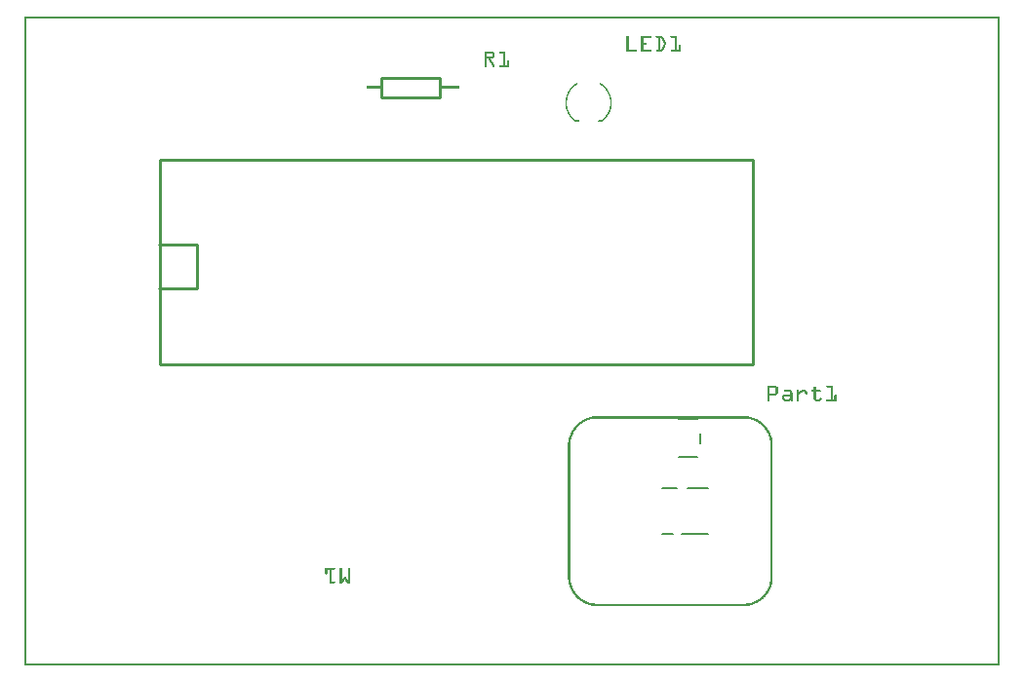
<source format=gto>
G04 MADE WITH FRITZING*
G04 WWW.FRITZING.ORG*
G04 DOUBLE SIDED*
G04 HOLES PLATED*
G04 CONTOUR ON CENTER OF CONTOUR VECTOR*
%ASAXBY*%
%FSLAX23Y23*%
%MOIN*%
%OFA0B0*%
%SFA1.0B1.0*%
%ADD10C,0.008000*%
%ADD11C,0.010000*%
%ADD12R,0.001000X0.001000*%
%LNSILK1*%
G90*
G70*
G54D10*
X2336Y607D02*
X2266Y607D01*
D02*
X2181Y607D02*
X2231Y607D01*
D02*
X2336Y451D02*
X2246Y451D01*
D02*
X2181Y451D02*
X2215Y451D01*
D02*
X2300Y844D02*
X2237Y844D01*
D02*
X2300Y714D02*
X2237Y714D01*
D02*
X2310Y795D02*
X2310Y763D01*
G54D11*
D02*
X463Y1030D02*
X2488Y1030D01*
D02*
X2488Y1030D02*
X2488Y1729D01*
D02*
X2488Y1730D02*
X463Y1730D01*
D02*
X462Y1030D02*
X462Y1730D01*
D02*
X458Y1290D02*
X588Y1290D01*
D02*
X458Y1440D02*
X588Y1440D01*
D02*
X588Y1290D02*
X588Y1440D01*
D02*
X1419Y1946D02*
X1219Y1946D01*
D02*
X1219Y1946D02*
X1219Y2012D01*
D02*
X1219Y2012D02*
X1419Y2012D01*
D02*
X1419Y2012D02*
X1419Y1946D01*
G54D12*
X0Y2222D02*
X3332Y2222D01*
X0Y2221D02*
X3332Y2221D01*
X0Y2220D02*
X3332Y2220D01*
X0Y2219D02*
X3332Y2219D01*
X0Y2218D02*
X3332Y2218D01*
X0Y2217D02*
X3332Y2217D01*
X0Y2216D02*
X3332Y2216D01*
X0Y2215D02*
X3332Y2215D01*
X0Y2214D02*
X7Y2214D01*
X3325Y2214D02*
X3332Y2214D01*
X0Y2213D02*
X7Y2213D01*
X3325Y2213D02*
X3332Y2213D01*
X0Y2212D02*
X7Y2212D01*
X3325Y2212D02*
X3332Y2212D01*
X0Y2211D02*
X7Y2211D01*
X3325Y2211D02*
X3332Y2211D01*
X0Y2210D02*
X7Y2210D01*
X3325Y2210D02*
X3332Y2210D01*
X0Y2209D02*
X7Y2209D01*
X3325Y2209D02*
X3332Y2209D01*
X0Y2208D02*
X7Y2208D01*
X3325Y2208D02*
X3332Y2208D01*
X0Y2207D02*
X7Y2207D01*
X3325Y2207D02*
X3332Y2207D01*
X0Y2206D02*
X7Y2206D01*
X3325Y2206D02*
X3332Y2206D01*
X0Y2205D02*
X7Y2205D01*
X3325Y2205D02*
X3332Y2205D01*
X0Y2204D02*
X7Y2204D01*
X3325Y2204D02*
X3332Y2204D01*
X0Y2203D02*
X7Y2203D01*
X3325Y2203D02*
X3332Y2203D01*
X0Y2202D02*
X7Y2202D01*
X3325Y2202D02*
X3332Y2202D01*
X0Y2201D02*
X7Y2201D01*
X3325Y2201D02*
X3332Y2201D01*
X0Y2200D02*
X7Y2200D01*
X3325Y2200D02*
X3332Y2200D01*
X0Y2199D02*
X7Y2199D01*
X3325Y2199D02*
X3332Y2199D01*
X0Y2198D02*
X7Y2198D01*
X3325Y2198D02*
X3332Y2198D01*
X0Y2197D02*
X7Y2197D01*
X3325Y2197D02*
X3332Y2197D01*
X0Y2196D02*
X7Y2196D01*
X3325Y2196D02*
X3332Y2196D01*
X0Y2195D02*
X7Y2195D01*
X3325Y2195D02*
X3332Y2195D01*
X0Y2194D02*
X7Y2194D01*
X3325Y2194D02*
X3332Y2194D01*
X0Y2193D02*
X7Y2193D01*
X3325Y2193D02*
X3332Y2193D01*
X0Y2192D02*
X7Y2192D01*
X3325Y2192D02*
X3332Y2192D01*
X0Y2191D02*
X7Y2191D01*
X3325Y2191D02*
X3332Y2191D01*
X0Y2190D02*
X7Y2190D01*
X3325Y2190D02*
X3332Y2190D01*
X0Y2189D02*
X7Y2189D01*
X3325Y2189D02*
X3332Y2189D01*
X0Y2188D02*
X7Y2188D01*
X3325Y2188D02*
X3332Y2188D01*
X0Y2187D02*
X7Y2187D01*
X3325Y2187D02*
X3332Y2187D01*
X0Y2186D02*
X7Y2186D01*
X3325Y2186D02*
X3332Y2186D01*
X0Y2185D02*
X7Y2185D01*
X3325Y2185D02*
X3332Y2185D01*
X0Y2184D02*
X7Y2184D01*
X3325Y2184D02*
X3332Y2184D01*
X0Y2183D02*
X7Y2183D01*
X3325Y2183D02*
X3332Y2183D01*
X0Y2182D02*
X7Y2182D01*
X3325Y2182D02*
X3332Y2182D01*
X0Y2181D02*
X7Y2181D01*
X3325Y2181D02*
X3332Y2181D01*
X0Y2180D02*
X7Y2180D01*
X3325Y2180D02*
X3332Y2180D01*
X0Y2179D02*
X7Y2179D01*
X3325Y2179D02*
X3332Y2179D01*
X0Y2178D02*
X7Y2178D01*
X3325Y2178D02*
X3332Y2178D01*
X0Y2177D02*
X7Y2177D01*
X3325Y2177D02*
X3332Y2177D01*
X0Y2176D02*
X7Y2176D01*
X3325Y2176D02*
X3332Y2176D01*
X0Y2175D02*
X7Y2175D01*
X3325Y2175D02*
X3332Y2175D01*
X0Y2174D02*
X7Y2174D01*
X3325Y2174D02*
X3332Y2174D01*
X0Y2173D02*
X7Y2173D01*
X3325Y2173D02*
X3332Y2173D01*
X0Y2172D02*
X7Y2172D01*
X3325Y2172D02*
X3332Y2172D01*
X0Y2171D02*
X7Y2171D01*
X3325Y2171D02*
X3332Y2171D01*
X0Y2170D02*
X7Y2170D01*
X3325Y2170D02*
X3332Y2170D01*
X0Y2169D02*
X7Y2169D01*
X3325Y2169D02*
X3332Y2169D01*
X0Y2168D02*
X7Y2168D01*
X3325Y2168D02*
X3332Y2168D01*
X0Y2167D02*
X7Y2167D01*
X3325Y2167D02*
X3332Y2167D01*
X0Y2166D02*
X7Y2166D01*
X3325Y2166D02*
X3332Y2166D01*
X0Y2165D02*
X7Y2165D01*
X3325Y2165D02*
X3332Y2165D01*
X0Y2164D02*
X7Y2164D01*
X3325Y2164D02*
X3332Y2164D01*
X0Y2163D02*
X7Y2163D01*
X3325Y2163D02*
X3332Y2163D01*
X0Y2162D02*
X7Y2162D01*
X3325Y2162D02*
X3332Y2162D01*
X0Y2161D02*
X7Y2161D01*
X3325Y2161D02*
X3332Y2161D01*
X0Y2160D02*
X7Y2160D01*
X3325Y2160D02*
X3332Y2160D01*
X0Y2159D02*
X7Y2159D01*
X3325Y2159D02*
X3332Y2159D01*
X0Y2158D02*
X7Y2158D01*
X3325Y2158D02*
X3332Y2158D01*
X0Y2157D02*
X7Y2157D01*
X3325Y2157D02*
X3332Y2157D01*
X0Y2156D02*
X7Y2156D01*
X3325Y2156D02*
X3332Y2156D01*
X0Y2155D02*
X7Y2155D01*
X2060Y2155D02*
X2062Y2155D01*
X2108Y2155D02*
X2140Y2155D01*
X2160Y2155D02*
X2177Y2155D01*
X2210Y2155D02*
X2228Y2155D01*
X3325Y2155D02*
X3332Y2155D01*
X0Y2154D02*
X7Y2154D01*
X2059Y2154D02*
X2063Y2154D01*
X2108Y2154D02*
X2141Y2154D01*
X2159Y2154D02*
X2179Y2154D01*
X2209Y2154D02*
X2228Y2154D01*
X3325Y2154D02*
X3332Y2154D01*
X0Y2153D02*
X7Y2153D01*
X2058Y2153D02*
X2064Y2153D01*
X2108Y2153D02*
X2141Y2153D01*
X2158Y2153D02*
X2180Y2153D01*
X2208Y2153D02*
X2228Y2153D01*
X3325Y2153D02*
X3332Y2153D01*
X0Y2152D02*
X7Y2152D01*
X2058Y2152D02*
X2064Y2152D01*
X2108Y2152D02*
X2142Y2152D01*
X2158Y2152D02*
X2181Y2152D01*
X2208Y2152D02*
X2228Y2152D01*
X3325Y2152D02*
X3332Y2152D01*
X0Y2151D02*
X7Y2151D01*
X2058Y2151D02*
X2064Y2151D01*
X2108Y2151D02*
X2141Y2151D01*
X2158Y2151D02*
X2182Y2151D01*
X2208Y2151D02*
X2228Y2151D01*
X3325Y2151D02*
X3332Y2151D01*
X0Y2150D02*
X7Y2150D01*
X2058Y2150D02*
X2064Y2150D01*
X2108Y2150D02*
X2141Y2150D01*
X2159Y2150D02*
X2183Y2150D01*
X2209Y2150D02*
X2228Y2150D01*
X3325Y2150D02*
X3332Y2150D01*
X0Y2149D02*
X7Y2149D01*
X2058Y2149D02*
X2064Y2149D01*
X2108Y2149D02*
X2139Y2149D01*
X2160Y2149D02*
X2183Y2149D01*
X2210Y2149D02*
X2228Y2149D01*
X3325Y2149D02*
X3332Y2149D01*
X0Y2148D02*
X7Y2148D01*
X2058Y2148D02*
X2064Y2148D01*
X2108Y2148D02*
X2114Y2148D01*
X2165Y2148D02*
X2171Y2148D01*
X2176Y2148D02*
X2184Y2148D01*
X2222Y2148D02*
X2228Y2148D01*
X3325Y2148D02*
X3332Y2148D01*
X0Y2147D02*
X7Y2147D01*
X2058Y2147D02*
X2064Y2147D01*
X2108Y2147D02*
X2114Y2147D01*
X2165Y2147D02*
X2171Y2147D01*
X2177Y2147D02*
X2184Y2147D01*
X2222Y2147D02*
X2228Y2147D01*
X3325Y2147D02*
X3332Y2147D01*
X0Y2146D02*
X7Y2146D01*
X2058Y2146D02*
X2064Y2146D01*
X2108Y2146D02*
X2114Y2146D01*
X2165Y2146D02*
X2171Y2146D01*
X2178Y2146D02*
X2185Y2146D01*
X2222Y2146D02*
X2228Y2146D01*
X3325Y2146D02*
X3332Y2146D01*
X0Y2145D02*
X7Y2145D01*
X2058Y2145D02*
X2064Y2145D01*
X2108Y2145D02*
X2114Y2145D01*
X2165Y2145D02*
X2171Y2145D01*
X2178Y2145D02*
X2185Y2145D01*
X2222Y2145D02*
X2228Y2145D01*
X3325Y2145D02*
X3332Y2145D01*
X0Y2144D02*
X7Y2144D01*
X2058Y2144D02*
X2064Y2144D01*
X2108Y2144D02*
X2114Y2144D01*
X2165Y2144D02*
X2171Y2144D01*
X2179Y2144D02*
X2186Y2144D01*
X2222Y2144D02*
X2228Y2144D01*
X3325Y2144D02*
X3332Y2144D01*
X0Y2143D02*
X7Y2143D01*
X2058Y2143D02*
X2064Y2143D01*
X2108Y2143D02*
X2114Y2143D01*
X2165Y2143D02*
X2171Y2143D01*
X2179Y2143D02*
X2186Y2143D01*
X2222Y2143D02*
X2228Y2143D01*
X3325Y2143D02*
X3332Y2143D01*
X0Y2142D02*
X7Y2142D01*
X2058Y2142D02*
X2064Y2142D01*
X2108Y2142D02*
X2114Y2142D01*
X2165Y2142D02*
X2171Y2142D01*
X2180Y2142D02*
X2187Y2142D01*
X2222Y2142D02*
X2228Y2142D01*
X3325Y2142D02*
X3332Y2142D01*
X0Y2141D02*
X7Y2141D01*
X2058Y2141D02*
X2064Y2141D01*
X2108Y2141D02*
X2114Y2141D01*
X2165Y2141D02*
X2171Y2141D01*
X2180Y2141D02*
X2187Y2141D01*
X2222Y2141D02*
X2228Y2141D01*
X3325Y2141D02*
X3332Y2141D01*
X0Y2140D02*
X7Y2140D01*
X2058Y2140D02*
X2064Y2140D01*
X2108Y2140D02*
X2114Y2140D01*
X2165Y2140D02*
X2171Y2140D01*
X2181Y2140D02*
X2188Y2140D01*
X2222Y2140D02*
X2228Y2140D01*
X3325Y2140D02*
X3332Y2140D01*
X0Y2139D02*
X7Y2139D01*
X2058Y2139D02*
X2064Y2139D01*
X2108Y2139D02*
X2114Y2139D01*
X2165Y2139D02*
X2171Y2139D01*
X2181Y2139D02*
X2188Y2139D01*
X2222Y2139D02*
X2228Y2139D01*
X3325Y2139D02*
X3332Y2139D01*
X0Y2138D02*
X7Y2138D01*
X2058Y2138D02*
X2064Y2138D01*
X2108Y2138D02*
X2114Y2138D01*
X2165Y2138D02*
X2171Y2138D01*
X2182Y2138D02*
X2189Y2138D01*
X2222Y2138D02*
X2228Y2138D01*
X3325Y2138D02*
X3332Y2138D01*
X0Y2137D02*
X7Y2137D01*
X2058Y2137D02*
X2064Y2137D01*
X2108Y2137D02*
X2114Y2137D01*
X2165Y2137D02*
X2171Y2137D01*
X2182Y2137D02*
X2189Y2137D01*
X2222Y2137D02*
X2228Y2137D01*
X3325Y2137D02*
X3332Y2137D01*
X0Y2136D02*
X7Y2136D01*
X2058Y2136D02*
X2064Y2136D01*
X2108Y2136D02*
X2114Y2136D01*
X2165Y2136D02*
X2171Y2136D01*
X2183Y2136D02*
X2190Y2136D01*
X2222Y2136D02*
X2228Y2136D01*
X3325Y2136D02*
X3332Y2136D01*
X0Y2135D02*
X7Y2135D01*
X2058Y2135D02*
X2064Y2135D01*
X2108Y2135D02*
X2114Y2135D01*
X2165Y2135D02*
X2171Y2135D01*
X2183Y2135D02*
X2190Y2135D01*
X2222Y2135D02*
X2228Y2135D01*
X3325Y2135D02*
X3332Y2135D01*
X0Y2134D02*
X7Y2134D01*
X2058Y2134D02*
X2064Y2134D01*
X2108Y2134D02*
X2114Y2134D01*
X2165Y2134D02*
X2171Y2134D01*
X2184Y2134D02*
X2190Y2134D01*
X2222Y2134D02*
X2228Y2134D01*
X3325Y2134D02*
X3332Y2134D01*
X0Y2133D02*
X7Y2133D01*
X2058Y2133D02*
X2064Y2133D01*
X2108Y2133D02*
X2114Y2133D01*
X2165Y2133D02*
X2171Y2133D01*
X2184Y2133D02*
X2191Y2133D01*
X2222Y2133D02*
X2228Y2133D01*
X3325Y2133D02*
X3332Y2133D01*
X0Y2132D02*
X7Y2132D01*
X2058Y2132D02*
X2064Y2132D01*
X2108Y2132D02*
X2125Y2132D01*
X2165Y2132D02*
X2171Y2132D01*
X2185Y2132D02*
X2191Y2132D01*
X2222Y2132D02*
X2228Y2132D01*
X3325Y2132D02*
X3332Y2132D01*
X0Y2131D02*
X7Y2131D01*
X2058Y2131D02*
X2064Y2131D01*
X2108Y2131D02*
X2127Y2131D01*
X2165Y2131D02*
X2171Y2131D01*
X2185Y2131D02*
X2191Y2131D01*
X2222Y2131D02*
X2228Y2131D01*
X3325Y2131D02*
X3332Y2131D01*
X0Y2130D02*
X7Y2130D01*
X2058Y2130D02*
X2064Y2130D01*
X2108Y2130D02*
X2127Y2130D01*
X2165Y2130D02*
X2171Y2130D01*
X2185Y2130D02*
X2191Y2130D01*
X2222Y2130D02*
X2228Y2130D01*
X3325Y2130D02*
X3332Y2130D01*
X0Y2129D02*
X7Y2129D01*
X2058Y2129D02*
X2064Y2129D01*
X2108Y2129D02*
X2128Y2129D01*
X2165Y2129D02*
X2171Y2129D01*
X2185Y2129D02*
X2192Y2129D01*
X2222Y2129D02*
X2228Y2129D01*
X3325Y2129D02*
X3332Y2129D01*
X0Y2128D02*
X7Y2128D01*
X2058Y2128D02*
X2064Y2128D01*
X2108Y2128D02*
X2128Y2128D01*
X2165Y2128D02*
X2171Y2128D01*
X2185Y2128D02*
X2192Y2128D01*
X2222Y2128D02*
X2228Y2128D01*
X3325Y2128D02*
X3332Y2128D01*
X0Y2127D02*
X7Y2127D01*
X2058Y2127D02*
X2064Y2127D01*
X2108Y2127D02*
X2127Y2127D01*
X2165Y2127D02*
X2171Y2127D01*
X2185Y2127D02*
X2191Y2127D01*
X2222Y2127D02*
X2228Y2127D01*
X3325Y2127D02*
X3332Y2127D01*
X0Y2126D02*
X7Y2126D01*
X2058Y2126D02*
X2064Y2126D01*
X2108Y2126D02*
X2126Y2126D01*
X2165Y2126D02*
X2171Y2126D01*
X2185Y2126D02*
X2191Y2126D01*
X2222Y2126D02*
X2228Y2126D01*
X2238Y2126D02*
X2239Y2126D01*
X3325Y2126D02*
X3332Y2126D01*
X0Y2125D02*
X7Y2125D01*
X2058Y2125D02*
X2064Y2125D01*
X2108Y2125D02*
X2114Y2125D01*
X2165Y2125D02*
X2171Y2125D01*
X2185Y2125D02*
X2191Y2125D01*
X2222Y2125D02*
X2228Y2125D01*
X2236Y2125D02*
X2241Y2125D01*
X3325Y2125D02*
X3332Y2125D01*
X0Y2124D02*
X7Y2124D01*
X2058Y2124D02*
X2064Y2124D01*
X2108Y2124D02*
X2114Y2124D01*
X2165Y2124D02*
X2171Y2124D01*
X2184Y2124D02*
X2191Y2124D01*
X2222Y2124D02*
X2228Y2124D01*
X2236Y2124D02*
X2241Y2124D01*
X3325Y2124D02*
X3332Y2124D01*
X0Y2123D02*
X7Y2123D01*
X2058Y2123D02*
X2064Y2123D01*
X2108Y2123D02*
X2114Y2123D01*
X2165Y2123D02*
X2171Y2123D01*
X2184Y2123D02*
X2190Y2123D01*
X2222Y2123D02*
X2228Y2123D01*
X2236Y2123D02*
X2242Y2123D01*
X3325Y2123D02*
X3332Y2123D01*
X0Y2122D02*
X7Y2122D01*
X2058Y2122D02*
X2064Y2122D01*
X2108Y2122D02*
X2114Y2122D01*
X2165Y2122D02*
X2171Y2122D01*
X2183Y2122D02*
X2190Y2122D01*
X2222Y2122D02*
X2228Y2122D01*
X2236Y2122D02*
X2242Y2122D01*
X3325Y2122D02*
X3332Y2122D01*
X0Y2121D02*
X7Y2121D01*
X2058Y2121D02*
X2064Y2121D01*
X2108Y2121D02*
X2114Y2121D01*
X2165Y2121D02*
X2171Y2121D01*
X2183Y2121D02*
X2190Y2121D01*
X2222Y2121D02*
X2228Y2121D01*
X2236Y2121D02*
X2242Y2121D01*
X3325Y2121D02*
X3332Y2121D01*
X0Y2120D02*
X7Y2120D01*
X2058Y2120D02*
X2064Y2120D01*
X2108Y2120D02*
X2114Y2120D01*
X2165Y2120D02*
X2171Y2120D01*
X2182Y2120D02*
X2189Y2120D01*
X2222Y2120D02*
X2228Y2120D01*
X2236Y2120D02*
X2242Y2120D01*
X3325Y2120D02*
X3332Y2120D01*
X0Y2119D02*
X7Y2119D01*
X2058Y2119D02*
X2064Y2119D01*
X2108Y2119D02*
X2114Y2119D01*
X2165Y2119D02*
X2171Y2119D01*
X2182Y2119D02*
X2189Y2119D01*
X2222Y2119D02*
X2228Y2119D01*
X2236Y2119D02*
X2242Y2119D01*
X3325Y2119D02*
X3332Y2119D01*
X0Y2118D02*
X7Y2118D01*
X2058Y2118D02*
X2064Y2118D01*
X2108Y2118D02*
X2114Y2118D01*
X2165Y2118D02*
X2171Y2118D01*
X2181Y2118D02*
X2188Y2118D01*
X2222Y2118D02*
X2228Y2118D01*
X2236Y2118D02*
X2242Y2118D01*
X3325Y2118D02*
X3332Y2118D01*
X0Y2117D02*
X7Y2117D01*
X2058Y2117D02*
X2064Y2117D01*
X2108Y2117D02*
X2114Y2117D01*
X2165Y2117D02*
X2171Y2117D01*
X2181Y2117D02*
X2188Y2117D01*
X2222Y2117D02*
X2228Y2117D01*
X2236Y2117D02*
X2242Y2117D01*
X3325Y2117D02*
X3332Y2117D01*
X0Y2116D02*
X7Y2116D01*
X2058Y2116D02*
X2064Y2116D01*
X2108Y2116D02*
X2114Y2116D01*
X2165Y2116D02*
X2171Y2116D01*
X2180Y2116D02*
X2187Y2116D01*
X2222Y2116D02*
X2228Y2116D01*
X2236Y2116D02*
X2242Y2116D01*
X3325Y2116D02*
X3332Y2116D01*
X0Y2115D02*
X7Y2115D01*
X2058Y2115D02*
X2064Y2115D01*
X2108Y2115D02*
X2114Y2115D01*
X2165Y2115D02*
X2171Y2115D01*
X2180Y2115D02*
X2187Y2115D01*
X2222Y2115D02*
X2228Y2115D01*
X2236Y2115D02*
X2242Y2115D01*
X3325Y2115D02*
X3332Y2115D01*
X0Y2114D02*
X7Y2114D01*
X2058Y2114D02*
X2064Y2114D01*
X2108Y2114D02*
X2114Y2114D01*
X2165Y2114D02*
X2171Y2114D01*
X2179Y2114D02*
X2186Y2114D01*
X2222Y2114D02*
X2228Y2114D01*
X2236Y2114D02*
X2242Y2114D01*
X3325Y2114D02*
X3332Y2114D01*
X0Y2113D02*
X7Y2113D01*
X2058Y2113D02*
X2064Y2113D01*
X2108Y2113D02*
X2114Y2113D01*
X2165Y2113D02*
X2171Y2113D01*
X2179Y2113D02*
X2186Y2113D01*
X2222Y2113D02*
X2228Y2113D01*
X2236Y2113D02*
X2242Y2113D01*
X3325Y2113D02*
X3332Y2113D01*
X0Y2112D02*
X7Y2112D01*
X2058Y2112D02*
X2064Y2112D01*
X2108Y2112D02*
X2114Y2112D01*
X2165Y2112D02*
X2171Y2112D01*
X2178Y2112D02*
X2185Y2112D01*
X2222Y2112D02*
X2228Y2112D01*
X2236Y2112D02*
X2242Y2112D01*
X3325Y2112D02*
X3332Y2112D01*
X0Y2111D02*
X7Y2111D01*
X2058Y2111D02*
X2064Y2111D01*
X2108Y2111D02*
X2114Y2111D01*
X2165Y2111D02*
X2171Y2111D01*
X2178Y2111D02*
X2185Y2111D01*
X2222Y2111D02*
X2228Y2111D01*
X2236Y2111D02*
X2242Y2111D01*
X3325Y2111D02*
X3332Y2111D01*
X0Y2110D02*
X7Y2110D01*
X2058Y2110D02*
X2064Y2110D01*
X2108Y2110D02*
X2114Y2110D01*
X2165Y2110D02*
X2171Y2110D01*
X2177Y2110D02*
X2184Y2110D01*
X2222Y2110D02*
X2228Y2110D01*
X2236Y2110D02*
X2242Y2110D01*
X3325Y2110D02*
X3332Y2110D01*
X0Y2109D02*
X7Y2109D01*
X2058Y2109D02*
X2064Y2109D01*
X2108Y2109D02*
X2114Y2109D01*
X2165Y2109D02*
X2171Y2109D01*
X2176Y2109D02*
X2184Y2109D01*
X2222Y2109D02*
X2228Y2109D01*
X2236Y2109D02*
X2242Y2109D01*
X3325Y2109D02*
X3332Y2109D01*
X0Y2108D02*
X7Y2108D01*
X2058Y2108D02*
X2090Y2108D01*
X2108Y2108D02*
X2140Y2108D01*
X2160Y2108D02*
X2183Y2108D01*
X2210Y2108D02*
X2242Y2108D01*
X3325Y2108D02*
X3332Y2108D01*
X0Y2107D02*
X7Y2107D01*
X2058Y2107D02*
X2091Y2107D01*
X2108Y2107D02*
X2141Y2107D01*
X2159Y2107D02*
X2183Y2107D01*
X2209Y2107D02*
X2242Y2107D01*
X3325Y2107D02*
X3332Y2107D01*
X0Y2106D02*
X7Y2106D01*
X2058Y2106D02*
X2091Y2106D01*
X2108Y2106D02*
X2141Y2106D01*
X2158Y2106D02*
X2182Y2106D01*
X2208Y2106D02*
X2242Y2106D01*
X3325Y2106D02*
X3332Y2106D01*
X0Y2105D02*
X7Y2105D01*
X2058Y2105D02*
X2092Y2105D01*
X2108Y2105D02*
X2142Y2105D01*
X2158Y2105D02*
X2181Y2105D01*
X2208Y2105D02*
X2242Y2105D01*
X3325Y2105D02*
X3332Y2105D01*
X0Y2104D02*
X7Y2104D01*
X2058Y2104D02*
X2091Y2104D01*
X2108Y2104D02*
X2141Y2104D01*
X2158Y2104D02*
X2180Y2104D01*
X2208Y2104D02*
X2241Y2104D01*
X3325Y2104D02*
X3332Y2104D01*
X0Y2103D02*
X7Y2103D01*
X2058Y2103D02*
X2091Y2103D01*
X2108Y2103D02*
X2141Y2103D01*
X2159Y2103D02*
X2179Y2103D01*
X2209Y2103D02*
X2241Y2103D01*
X3325Y2103D02*
X3332Y2103D01*
X0Y2102D02*
X7Y2102D01*
X1574Y2102D02*
X1599Y2102D01*
X1626Y2102D02*
X1643Y2102D01*
X2058Y2102D02*
X2090Y2102D01*
X2108Y2102D02*
X2140Y2102D01*
X2160Y2102D02*
X2176Y2102D01*
X2210Y2102D02*
X2240Y2102D01*
X3325Y2102D02*
X3332Y2102D01*
X0Y2101D02*
X7Y2101D01*
X1573Y2101D02*
X1601Y2101D01*
X1624Y2101D02*
X1643Y2101D01*
X3325Y2101D02*
X3332Y2101D01*
X0Y2100D02*
X7Y2100D01*
X1573Y2100D02*
X1603Y2100D01*
X1624Y2100D02*
X1643Y2100D01*
X3325Y2100D02*
X3332Y2100D01*
X0Y2099D02*
X7Y2099D01*
X1573Y2099D02*
X1604Y2099D01*
X1624Y2099D02*
X1643Y2099D01*
X3325Y2099D02*
X3332Y2099D01*
X0Y2098D02*
X7Y2098D01*
X1573Y2098D02*
X1605Y2098D01*
X1624Y2098D02*
X1643Y2098D01*
X3325Y2098D02*
X3332Y2098D01*
X0Y2097D02*
X7Y2097D01*
X1573Y2097D02*
X1606Y2097D01*
X1624Y2097D02*
X1643Y2097D01*
X3325Y2097D02*
X3332Y2097D01*
X0Y2096D02*
X7Y2096D01*
X1573Y2096D02*
X1606Y2096D01*
X1625Y2096D02*
X1643Y2096D01*
X3325Y2096D02*
X3332Y2096D01*
X0Y2095D02*
X7Y2095D01*
X1573Y2095D02*
X1580Y2095D01*
X1599Y2095D02*
X1607Y2095D01*
X1637Y2095D02*
X1643Y2095D01*
X3325Y2095D02*
X3332Y2095D01*
X0Y2094D02*
X7Y2094D01*
X1573Y2094D02*
X1580Y2094D01*
X1600Y2094D02*
X1607Y2094D01*
X1637Y2094D02*
X1643Y2094D01*
X3325Y2094D02*
X3332Y2094D01*
X0Y2093D02*
X7Y2093D01*
X1573Y2093D02*
X1580Y2093D01*
X1601Y2093D02*
X1607Y2093D01*
X1637Y2093D02*
X1643Y2093D01*
X3325Y2093D02*
X3332Y2093D01*
X0Y2092D02*
X7Y2092D01*
X1573Y2092D02*
X1580Y2092D01*
X1601Y2092D02*
X1607Y2092D01*
X1637Y2092D02*
X1643Y2092D01*
X3325Y2092D02*
X3332Y2092D01*
X0Y2091D02*
X7Y2091D01*
X1573Y2091D02*
X1580Y2091D01*
X1601Y2091D02*
X1607Y2091D01*
X1637Y2091D02*
X1643Y2091D01*
X3325Y2091D02*
X3332Y2091D01*
X0Y2090D02*
X7Y2090D01*
X1573Y2090D02*
X1580Y2090D01*
X1601Y2090D02*
X1607Y2090D01*
X1637Y2090D02*
X1643Y2090D01*
X3325Y2090D02*
X3332Y2090D01*
X0Y2089D02*
X7Y2089D01*
X1573Y2089D02*
X1580Y2089D01*
X1601Y2089D02*
X1607Y2089D01*
X1637Y2089D02*
X1643Y2089D01*
X3325Y2089D02*
X3332Y2089D01*
X0Y2088D02*
X7Y2088D01*
X1573Y2088D02*
X1580Y2088D01*
X1601Y2088D02*
X1607Y2088D01*
X1637Y2088D02*
X1643Y2088D01*
X3325Y2088D02*
X3332Y2088D01*
X0Y2087D02*
X7Y2087D01*
X1573Y2087D02*
X1580Y2087D01*
X1601Y2087D02*
X1607Y2087D01*
X1637Y2087D02*
X1643Y2087D01*
X3325Y2087D02*
X3332Y2087D01*
X0Y2086D02*
X7Y2086D01*
X1573Y2086D02*
X1580Y2086D01*
X1600Y2086D02*
X1607Y2086D01*
X1637Y2086D02*
X1643Y2086D01*
X3325Y2086D02*
X3332Y2086D01*
X0Y2085D02*
X7Y2085D01*
X1573Y2085D02*
X1580Y2085D01*
X1599Y2085D02*
X1607Y2085D01*
X1637Y2085D02*
X1643Y2085D01*
X3325Y2085D02*
X3332Y2085D01*
X0Y2084D02*
X7Y2084D01*
X1573Y2084D02*
X1606Y2084D01*
X1637Y2084D02*
X1643Y2084D01*
X3325Y2084D02*
X3332Y2084D01*
X0Y2083D02*
X7Y2083D01*
X1573Y2083D02*
X1606Y2083D01*
X1637Y2083D02*
X1643Y2083D01*
X3325Y2083D02*
X3332Y2083D01*
X0Y2082D02*
X7Y2082D01*
X1573Y2082D02*
X1605Y2082D01*
X1637Y2082D02*
X1643Y2082D01*
X3325Y2082D02*
X3332Y2082D01*
X0Y2081D02*
X7Y2081D01*
X1573Y2081D02*
X1604Y2081D01*
X1637Y2081D02*
X1643Y2081D01*
X3325Y2081D02*
X3332Y2081D01*
X0Y2080D02*
X7Y2080D01*
X1573Y2080D02*
X1603Y2080D01*
X1637Y2080D02*
X1643Y2080D01*
X3325Y2080D02*
X3332Y2080D01*
X0Y2079D02*
X7Y2079D01*
X1573Y2079D02*
X1602Y2079D01*
X1637Y2079D02*
X1643Y2079D01*
X3325Y2079D02*
X3332Y2079D01*
X0Y2078D02*
X7Y2078D01*
X1573Y2078D02*
X1599Y2078D01*
X1637Y2078D02*
X1643Y2078D01*
X3325Y2078D02*
X3332Y2078D01*
X0Y2077D02*
X7Y2077D01*
X1573Y2077D02*
X1580Y2077D01*
X1586Y2077D02*
X1593Y2077D01*
X1637Y2077D02*
X1643Y2077D01*
X3325Y2077D02*
X3332Y2077D01*
X0Y2076D02*
X7Y2076D01*
X1573Y2076D02*
X1580Y2076D01*
X1586Y2076D02*
X1593Y2076D01*
X1637Y2076D02*
X1643Y2076D01*
X3325Y2076D02*
X3332Y2076D01*
X0Y2075D02*
X7Y2075D01*
X1573Y2075D02*
X1580Y2075D01*
X1587Y2075D02*
X1594Y2075D01*
X1637Y2075D02*
X1643Y2075D01*
X3325Y2075D02*
X3332Y2075D01*
X0Y2074D02*
X7Y2074D01*
X1573Y2074D02*
X1580Y2074D01*
X1587Y2074D02*
X1595Y2074D01*
X1637Y2074D02*
X1643Y2074D01*
X3325Y2074D02*
X3332Y2074D01*
X0Y2073D02*
X7Y2073D01*
X1573Y2073D02*
X1580Y2073D01*
X1588Y2073D02*
X1595Y2073D01*
X1637Y2073D02*
X1643Y2073D01*
X3325Y2073D02*
X3332Y2073D01*
X0Y2072D02*
X7Y2072D01*
X1573Y2072D02*
X1580Y2072D01*
X1589Y2072D02*
X1596Y2072D01*
X1637Y2072D02*
X1643Y2072D01*
X1652Y2072D02*
X1656Y2072D01*
X3325Y2072D02*
X3332Y2072D01*
X0Y2071D02*
X7Y2071D01*
X1573Y2071D02*
X1580Y2071D01*
X1589Y2071D02*
X1596Y2071D01*
X1637Y2071D02*
X1643Y2071D01*
X1652Y2071D02*
X1657Y2071D01*
X3325Y2071D02*
X3332Y2071D01*
X0Y2070D02*
X7Y2070D01*
X1573Y2070D02*
X1580Y2070D01*
X1590Y2070D02*
X1597Y2070D01*
X1637Y2070D02*
X1643Y2070D01*
X1651Y2070D02*
X1657Y2070D01*
X3325Y2070D02*
X3332Y2070D01*
X0Y2069D02*
X7Y2069D01*
X1573Y2069D02*
X1580Y2069D01*
X1590Y2069D02*
X1597Y2069D01*
X1637Y2069D02*
X1643Y2069D01*
X1651Y2069D02*
X1657Y2069D01*
X3325Y2069D02*
X3332Y2069D01*
X0Y2068D02*
X7Y2068D01*
X1573Y2068D02*
X1580Y2068D01*
X1591Y2068D02*
X1598Y2068D01*
X1637Y2068D02*
X1643Y2068D01*
X1651Y2068D02*
X1657Y2068D01*
X3325Y2068D02*
X3332Y2068D01*
X0Y2067D02*
X7Y2067D01*
X1573Y2067D02*
X1580Y2067D01*
X1591Y2067D02*
X1599Y2067D01*
X1637Y2067D02*
X1643Y2067D01*
X1651Y2067D02*
X1657Y2067D01*
X3325Y2067D02*
X3332Y2067D01*
X0Y2066D02*
X7Y2066D01*
X1573Y2066D02*
X1580Y2066D01*
X1592Y2066D02*
X1599Y2066D01*
X1637Y2066D02*
X1643Y2066D01*
X1651Y2066D02*
X1657Y2066D01*
X3325Y2066D02*
X3332Y2066D01*
X0Y2065D02*
X7Y2065D01*
X1573Y2065D02*
X1580Y2065D01*
X1593Y2065D02*
X1600Y2065D01*
X1637Y2065D02*
X1643Y2065D01*
X1651Y2065D02*
X1657Y2065D01*
X3325Y2065D02*
X3332Y2065D01*
X0Y2064D02*
X7Y2064D01*
X1573Y2064D02*
X1580Y2064D01*
X1593Y2064D02*
X1600Y2064D01*
X1637Y2064D02*
X1643Y2064D01*
X1651Y2064D02*
X1657Y2064D01*
X3325Y2064D02*
X3332Y2064D01*
X0Y2063D02*
X7Y2063D01*
X1573Y2063D02*
X1580Y2063D01*
X1594Y2063D02*
X1601Y2063D01*
X1637Y2063D02*
X1643Y2063D01*
X1651Y2063D02*
X1657Y2063D01*
X3325Y2063D02*
X3332Y2063D01*
X0Y2062D02*
X7Y2062D01*
X1573Y2062D02*
X1580Y2062D01*
X1594Y2062D02*
X1602Y2062D01*
X1637Y2062D02*
X1643Y2062D01*
X1651Y2062D02*
X1657Y2062D01*
X3325Y2062D02*
X3332Y2062D01*
X0Y2061D02*
X7Y2061D01*
X1573Y2061D02*
X1580Y2061D01*
X1595Y2061D02*
X1602Y2061D01*
X1637Y2061D02*
X1643Y2061D01*
X1651Y2061D02*
X1657Y2061D01*
X3325Y2061D02*
X3332Y2061D01*
X0Y2060D02*
X7Y2060D01*
X1573Y2060D02*
X1580Y2060D01*
X1596Y2060D02*
X1603Y2060D01*
X1637Y2060D02*
X1643Y2060D01*
X1651Y2060D02*
X1657Y2060D01*
X3325Y2060D02*
X3332Y2060D01*
X0Y2059D02*
X7Y2059D01*
X1573Y2059D02*
X1580Y2059D01*
X1596Y2059D02*
X1603Y2059D01*
X1637Y2059D02*
X1643Y2059D01*
X1651Y2059D02*
X1657Y2059D01*
X3325Y2059D02*
X3332Y2059D01*
X0Y2058D02*
X7Y2058D01*
X1573Y2058D02*
X1580Y2058D01*
X1597Y2058D02*
X1604Y2058D01*
X1637Y2058D02*
X1643Y2058D01*
X1651Y2058D02*
X1657Y2058D01*
X3325Y2058D02*
X3332Y2058D01*
X0Y2057D02*
X7Y2057D01*
X1573Y2057D02*
X1580Y2057D01*
X1597Y2057D02*
X1604Y2057D01*
X1637Y2057D02*
X1643Y2057D01*
X1651Y2057D02*
X1657Y2057D01*
X3325Y2057D02*
X3332Y2057D01*
X0Y2056D02*
X7Y2056D01*
X1573Y2056D02*
X1580Y2056D01*
X1598Y2056D02*
X1605Y2056D01*
X1637Y2056D02*
X1643Y2056D01*
X1651Y2056D02*
X1657Y2056D01*
X3325Y2056D02*
X3332Y2056D01*
X0Y2055D02*
X7Y2055D01*
X1573Y2055D02*
X1580Y2055D01*
X1598Y2055D02*
X1606Y2055D01*
X1626Y2055D02*
X1657Y2055D01*
X3325Y2055D02*
X3332Y2055D01*
X0Y2054D02*
X7Y2054D01*
X1573Y2054D02*
X1580Y2054D01*
X1599Y2054D02*
X1606Y2054D01*
X1625Y2054D02*
X1657Y2054D01*
X3325Y2054D02*
X3332Y2054D01*
X0Y2053D02*
X7Y2053D01*
X1573Y2053D02*
X1580Y2053D01*
X1600Y2053D02*
X1607Y2053D01*
X1624Y2053D02*
X1657Y2053D01*
X3325Y2053D02*
X3332Y2053D01*
X0Y2052D02*
X7Y2052D01*
X1573Y2052D02*
X1580Y2052D01*
X1600Y2052D02*
X1607Y2052D01*
X1624Y2052D02*
X1657Y2052D01*
X3325Y2052D02*
X3332Y2052D01*
X0Y2051D02*
X7Y2051D01*
X1574Y2051D02*
X1579Y2051D01*
X1601Y2051D02*
X1607Y2051D01*
X1624Y2051D02*
X1657Y2051D01*
X3325Y2051D02*
X3332Y2051D01*
X0Y2050D02*
X7Y2050D01*
X1574Y2050D02*
X1579Y2050D01*
X1601Y2050D02*
X1607Y2050D01*
X1624Y2050D02*
X1657Y2050D01*
X3325Y2050D02*
X3332Y2050D01*
X0Y2049D02*
X7Y2049D01*
X1575Y2049D02*
X1578Y2049D01*
X1602Y2049D02*
X1606Y2049D01*
X1625Y2049D02*
X1656Y2049D01*
X3325Y2049D02*
X3332Y2049D01*
X0Y2048D02*
X7Y2048D01*
X3325Y2048D02*
X3332Y2048D01*
X0Y2047D02*
X7Y2047D01*
X3325Y2047D02*
X3332Y2047D01*
X0Y2046D02*
X7Y2046D01*
X3325Y2046D02*
X3332Y2046D01*
X0Y2045D02*
X7Y2045D01*
X3325Y2045D02*
X3332Y2045D01*
X0Y2044D02*
X7Y2044D01*
X3325Y2044D02*
X3332Y2044D01*
X0Y2043D02*
X7Y2043D01*
X3325Y2043D02*
X3332Y2043D01*
X0Y2042D02*
X7Y2042D01*
X3325Y2042D02*
X3332Y2042D01*
X0Y2041D02*
X7Y2041D01*
X3325Y2041D02*
X3332Y2041D01*
X0Y2040D02*
X7Y2040D01*
X3325Y2040D02*
X3332Y2040D01*
X0Y2039D02*
X7Y2039D01*
X3325Y2039D02*
X3332Y2039D01*
X0Y2038D02*
X7Y2038D01*
X3325Y2038D02*
X3332Y2038D01*
X0Y2037D02*
X7Y2037D01*
X3325Y2037D02*
X3332Y2037D01*
X0Y2036D02*
X7Y2036D01*
X3325Y2036D02*
X3332Y2036D01*
X0Y2035D02*
X7Y2035D01*
X3325Y2035D02*
X3332Y2035D01*
X0Y2034D02*
X7Y2034D01*
X3325Y2034D02*
X3332Y2034D01*
X0Y2033D02*
X7Y2033D01*
X3325Y2033D02*
X3332Y2033D01*
X0Y2032D02*
X7Y2032D01*
X3325Y2032D02*
X3332Y2032D01*
X0Y2031D02*
X7Y2031D01*
X3325Y2031D02*
X3332Y2031D01*
X0Y2030D02*
X7Y2030D01*
X3325Y2030D02*
X3332Y2030D01*
X0Y2029D02*
X7Y2029D01*
X3325Y2029D02*
X3332Y2029D01*
X0Y2028D02*
X7Y2028D01*
X3325Y2028D02*
X3332Y2028D01*
X0Y2027D02*
X7Y2027D01*
X3325Y2027D02*
X3332Y2027D01*
X0Y2026D02*
X7Y2026D01*
X3325Y2026D02*
X3332Y2026D01*
X0Y2025D02*
X7Y2025D01*
X3325Y2025D02*
X3332Y2025D01*
X0Y2024D02*
X7Y2024D01*
X3325Y2024D02*
X3332Y2024D01*
X0Y2023D02*
X7Y2023D01*
X3325Y2023D02*
X3332Y2023D01*
X0Y2022D02*
X7Y2022D01*
X3325Y2022D02*
X3332Y2022D01*
X0Y2021D02*
X7Y2021D01*
X3325Y2021D02*
X3332Y2021D01*
X0Y2020D02*
X7Y2020D01*
X3325Y2020D02*
X3332Y2020D01*
X0Y2019D02*
X7Y2019D01*
X3325Y2019D02*
X3332Y2019D01*
X0Y2018D02*
X7Y2018D01*
X3325Y2018D02*
X3332Y2018D01*
X0Y2017D02*
X7Y2017D01*
X3325Y2017D02*
X3332Y2017D01*
X0Y2016D02*
X7Y2016D01*
X3325Y2016D02*
X3332Y2016D01*
X0Y2015D02*
X7Y2015D01*
X3325Y2015D02*
X3332Y2015D01*
X0Y2014D02*
X7Y2014D01*
X3325Y2014D02*
X3332Y2014D01*
X0Y2013D02*
X7Y2013D01*
X3325Y2013D02*
X3332Y2013D01*
X0Y2012D02*
X7Y2012D01*
X3325Y2012D02*
X3332Y2012D01*
X0Y2011D02*
X7Y2011D01*
X3325Y2011D02*
X3332Y2011D01*
X0Y2010D02*
X7Y2010D01*
X3325Y2010D02*
X3332Y2010D01*
X0Y2009D02*
X7Y2009D01*
X3325Y2009D02*
X3332Y2009D01*
X0Y2008D02*
X7Y2008D01*
X3325Y2008D02*
X3332Y2008D01*
X0Y2007D02*
X7Y2007D01*
X3325Y2007D02*
X3332Y2007D01*
X0Y2006D02*
X7Y2006D01*
X3325Y2006D02*
X3332Y2006D01*
X0Y2005D02*
X7Y2005D01*
X3325Y2005D02*
X3332Y2005D01*
X0Y2004D02*
X7Y2004D01*
X3325Y2004D02*
X3332Y2004D01*
X0Y2003D02*
X7Y2003D01*
X3325Y2003D02*
X3332Y2003D01*
X0Y2002D02*
X7Y2002D01*
X3325Y2002D02*
X3332Y2002D01*
X0Y2001D02*
X7Y2001D01*
X3325Y2001D02*
X3332Y2001D01*
X0Y2000D02*
X7Y2000D01*
X3325Y2000D02*
X3332Y2000D01*
X0Y1999D02*
X7Y1999D01*
X3325Y1999D02*
X3332Y1999D01*
X0Y1998D02*
X7Y1998D01*
X3325Y1998D02*
X3332Y1998D01*
X0Y1997D02*
X7Y1997D01*
X3325Y1997D02*
X3332Y1997D01*
X0Y1996D02*
X7Y1996D01*
X3325Y1996D02*
X3332Y1996D01*
X0Y1995D02*
X7Y1995D01*
X1965Y1995D02*
X1967Y1995D01*
X3325Y1995D02*
X3332Y1995D01*
X0Y1994D02*
X7Y1994D01*
X1887Y1994D02*
X1889Y1994D01*
X1965Y1994D02*
X1969Y1994D01*
X3325Y1994D02*
X3332Y1994D01*
X0Y1993D02*
X7Y1993D01*
X1885Y1993D02*
X1890Y1993D01*
X1965Y1993D02*
X1970Y1993D01*
X3325Y1993D02*
X3332Y1993D01*
X0Y1992D02*
X7Y1992D01*
X1884Y1992D02*
X1890Y1992D01*
X1965Y1992D02*
X1972Y1992D01*
X3325Y1992D02*
X3332Y1992D01*
X0Y1991D02*
X7Y1991D01*
X1882Y1991D02*
X1890Y1991D01*
X1965Y1991D02*
X1973Y1991D01*
X3325Y1991D02*
X3332Y1991D01*
X0Y1990D02*
X7Y1990D01*
X1881Y1990D02*
X1889Y1990D01*
X1966Y1990D02*
X1974Y1990D01*
X3325Y1990D02*
X3332Y1990D01*
X0Y1989D02*
X7Y1989D01*
X1880Y1989D02*
X1887Y1989D01*
X1968Y1989D02*
X1976Y1989D01*
X3325Y1989D02*
X3332Y1989D01*
X0Y1988D02*
X7Y1988D01*
X1878Y1988D02*
X1886Y1988D01*
X1969Y1988D02*
X1977Y1988D01*
X3325Y1988D02*
X3332Y1988D01*
X0Y1987D02*
X7Y1987D01*
X1877Y1987D02*
X1884Y1987D01*
X1971Y1987D02*
X1978Y1987D01*
X3325Y1987D02*
X3332Y1987D01*
X0Y1986D02*
X7Y1986D01*
X1876Y1986D02*
X1883Y1986D01*
X1972Y1986D02*
X1979Y1986D01*
X3325Y1986D02*
X3332Y1986D01*
X0Y1985D02*
X7Y1985D01*
X1875Y1985D02*
X1882Y1985D01*
X1974Y1985D02*
X1980Y1985D01*
X3325Y1985D02*
X3332Y1985D01*
X0Y1984D02*
X7Y1984D01*
X1170Y1984D02*
X1218Y1984D01*
X1419Y1984D02*
X1485Y1984D01*
X1874Y1984D02*
X1880Y1984D01*
X1975Y1984D02*
X1982Y1984D01*
X3325Y1984D02*
X3332Y1984D01*
X0Y1983D02*
X7Y1983D01*
X1170Y1983D02*
X1218Y1983D01*
X1419Y1983D02*
X1485Y1983D01*
X1873Y1983D02*
X1879Y1983D01*
X1976Y1983D02*
X1983Y1983D01*
X3325Y1983D02*
X3332Y1983D01*
X0Y1982D02*
X7Y1982D01*
X1171Y1982D02*
X1218Y1982D01*
X1419Y1982D02*
X1485Y1982D01*
X1872Y1982D02*
X1878Y1982D01*
X1977Y1982D02*
X1984Y1982D01*
X3325Y1982D02*
X3332Y1982D01*
X0Y1981D02*
X7Y1981D01*
X1171Y1981D02*
X1218Y1981D01*
X1419Y1981D02*
X1485Y1981D01*
X1871Y1981D02*
X1877Y1981D01*
X1978Y1981D02*
X1985Y1981D01*
X3325Y1981D02*
X3332Y1981D01*
X0Y1980D02*
X7Y1980D01*
X1171Y1980D02*
X1218Y1980D01*
X1419Y1980D02*
X1485Y1980D01*
X1870Y1980D02*
X1876Y1980D01*
X1979Y1980D02*
X1985Y1980D01*
X3325Y1980D02*
X3332Y1980D01*
X0Y1979D02*
X7Y1979D01*
X1171Y1979D02*
X1218Y1979D01*
X1419Y1979D02*
X1485Y1979D01*
X1869Y1979D02*
X1875Y1979D01*
X1980Y1979D02*
X1986Y1979D01*
X3325Y1979D02*
X3332Y1979D01*
X0Y1978D02*
X7Y1978D01*
X1171Y1978D02*
X1218Y1978D01*
X1419Y1978D02*
X1485Y1978D01*
X1868Y1978D02*
X1874Y1978D01*
X1981Y1978D02*
X1987Y1978D01*
X3325Y1978D02*
X3332Y1978D01*
X0Y1977D02*
X7Y1977D01*
X1171Y1977D02*
X1218Y1977D01*
X1419Y1977D02*
X1485Y1977D01*
X1867Y1977D02*
X1873Y1977D01*
X1982Y1977D02*
X1988Y1977D01*
X3325Y1977D02*
X3332Y1977D01*
X0Y1976D02*
X7Y1976D01*
X1170Y1976D02*
X1218Y1976D01*
X1419Y1976D02*
X1485Y1976D01*
X1866Y1976D02*
X1872Y1976D01*
X1983Y1976D02*
X1989Y1976D01*
X3325Y1976D02*
X3332Y1976D01*
X0Y1975D02*
X7Y1975D01*
X1170Y1975D02*
X1218Y1975D01*
X1419Y1975D02*
X1485Y1975D01*
X1865Y1975D02*
X1871Y1975D01*
X1984Y1975D02*
X1990Y1975D01*
X3325Y1975D02*
X3332Y1975D01*
X0Y1974D02*
X7Y1974D01*
X1865Y1974D02*
X1870Y1974D01*
X1985Y1974D02*
X1990Y1974D01*
X3325Y1974D02*
X3332Y1974D01*
X0Y1973D02*
X7Y1973D01*
X1864Y1973D02*
X1869Y1973D01*
X1986Y1973D02*
X1991Y1973D01*
X3325Y1973D02*
X3332Y1973D01*
X0Y1972D02*
X7Y1972D01*
X1863Y1972D02*
X1869Y1972D01*
X1987Y1972D02*
X1992Y1972D01*
X3325Y1972D02*
X3332Y1972D01*
X0Y1971D02*
X7Y1971D01*
X1863Y1971D02*
X1868Y1971D01*
X1987Y1971D02*
X1993Y1971D01*
X3325Y1971D02*
X3332Y1971D01*
X0Y1970D02*
X7Y1970D01*
X1862Y1970D02*
X1867Y1970D01*
X1988Y1970D02*
X1993Y1970D01*
X3325Y1970D02*
X3332Y1970D01*
X0Y1969D02*
X7Y1969D01*
X1861Y1969D02*
X1866Y1969D01*
X1989Y1969D02*
X1994Y1969D01*
X3325Y1969D02*
X3332Y1969D01*
X0Y1968D02*
X7Y1968D01*
X1861Y1968D02*
X1866Y1968D01*
X1990Y1968D02*
X1994Y1968D01*
X3325Y1968D02*
X3332Y1968D01*
X0Y1967D02*
X7Y1967D01*
X1860Y1967D02*
X1865Y1967D01*
X1990Y1967D02*
X1995Y1967D01*
X3325Y1967D02*
X3332Y1967D01*
X0Y1966D02*
X7Y1966D01*
X1859Y1966D02*
X1864Y1966D01*
X1991Y1966D02*
X1996Y1966D01*
X3325Y1966D02*
X3332Y1966D01*
X0Y1965D02*
X7Y1965D01*
X1859Y1965D02*
X1864Y1965D01*
X1992Y1965D02*
X1996Y1965D01*
X3325Y1965D02*
X3332Y1965D01*
X0Y1964D02*
X7Y1964D01*
X1858Y1964D02*
X1863Y1964D01*
X1992Y1964D02*
X1997Y1964D01*
X3325Y1964D02*
X3332Y1964D01*
X0Y1963D02*
X7Y1963D01*
X1858Y1963D02*
X1863Y1963D01*
X1993Y1963D02*
X1997Y1963D01*
X3325Y1963D02*
X3332Y1963D01*
X0Y1962D02*
X7Y1962D01*
X1857Y1962D02*
X1862Y1962D01*
X1993Y1962D02*
X1998Y1962D01*
X3325Y1962D02*
X3332Y1962D01*
X0Y1961D02*
X7Y1961D01*
X1857Y1961D02*
X1862Y1961D01*
X1994Y1961D02*
X1998Y1961D01*
X3325Y1961D02*
X3332Y1961D01*
X0Y1960D02*
X7Y1960D01*
X1856Y1960D02*
X1861Y1960D01*
X1994Y1960D02*
X1999Y1960D01*
X3325Y1960D02*
X3332Y1960D01*
X0Y1959D02*
X7Y1959D01*
X1856Y1959D02*
X1860Y1959D01*
X1995Y1959D02*
X1999Y1959D01*
X3325Y1959D02*
X3332Y1959D01*
X0Y1958D02*
X7Y1958D01*
X1855Y1958D02*
X1860Y1958D01*
X1995Y1958D02*
X2000Y1958D01*
X3325Y1958D02*
X3332Y1958D01*
X0Y1957D02*
X7Y1957D01*
X1855Y1957D02*
X1860Y1957D01*
X1996Y1957D02*
X2000Y1957D01*
X3325Y1957D02*
X3332Y1957D01*
X0Y1956D02*
X7Y1956D01*
X1855Y1956D02*
X1859Y1956D01*
X1996Y1956D02*
X2000Y1956D01*
X3325Y1956D02*
X3332Y1956D01*
X0Y1955D02*
X7Y1955D01*
X1854Y1955D02*
X1859Y1955D01*
X1997Y1955D02*
X2001Y1955D01*
X3325Y1955D02*
X3332Y1955D01*
X0Y1954D02*
X7Y1954D01*
X1854Y1954D02*
X1858Y1954D01*
X1997Y1954D02*
X2001Y1954D01*
X3325Y1954D02*
X3332Y1954D01*
X0Y1953D02*
X7Y1953D01*
X1853Y1953D02*
X1858Y1953D01*
X1997Y1953D02*
X2002Y1953D01*
X3325Y1953D02*
X3332Y1953D01*
X0Y1952D02*
X7Y1952D01*
X1853Y1952D02*
X1857Y1952D01*
X1998Y1952D02*
X2002Y1952D01*
X3325Y1952D02*
X3332Y1952D01*
X0Y1951D02*
X7Y1951D01*
X1853Y1951D02*
X1857Y1951D01*
X1998Y1951D02*
X2002Y1951D01*
X3325Y1951D02*
X3332Y1951D01*
X0Y1950D02*
X7Y1950D01*
X1853Y1950D02*
X1857Y1950D01*
X1999Y1950D02*
X2003Y1950D01*
X3325Y1950D02*
X3332Y1950D01*
X0Y1949D02*
X7Y1949D01*
X1852Y1949D02*
X1856Y1949D01*
X1999Y1949D02*
X2003Y1949D01*
X3325Y1949D02*
X3332Y1949D01*
X0Y1948D02*
X7Y1948D01*
X1852Y1948D02*
X1856Y1948D01*
X1999Y1948D02*
X2003Y1948D01*
X3325Y1948D02*
X3332Y1948D01*
X0Y1947D02*
X7Y1947D01*
X1852Y1947D02*
X1856Y1947D01*
X2000Y1947D02*
X2003Y1947D01*
X3325Y1947D02*
X3332Y1947D01*
X0Y1946D02*
X7Y1946D01*
X1851Y1946D02*
X1855Y1946D01*
X2000Y1946D02*
X2004Y1946D01*
X3325Y1946D02*
X3332Y1946D01*
X0Y1945D02*
X7Y1945D01*
X1851Y1945D02*
X1855Y1945D01*
X2000Y1945D02*
X2004Y1945D01*
X3325Y1945D02*
X3332Y1945D01*
X0Y1944D02*
X7Y1944D01*
X1851Y1944D02*
X1855Y1944D01*
X2000Y1944D02*
X2004Y1944D01*
X3325Y1944D02*
X3332Y1944D01*
X0Y1943D02*
X7Y1943D01*
X1851Y1943D02*
X1855Y1943D01*
X2001Y1943D02*
X2004Y1943D01*
X3325Y1943D02*
X3332Y1943D01*
X0Y1942D02*
X7Y1942D01*
X1851Y1942D02*
X1855Y1942D01*
X2001Y1942D02*
X2005Y1942D01*
X3325Y1942D02*
X3332Y1942D01*
X0Y1941D02*
X7Y1941D01*
X1850Y1941D02*
X1854Y1941D01*
X2001Y1941D02*
X2005Y1941D01*
X3325Y1941D02*
X3332Y1941D01*
X0Y1940D02*
X7Y1940D01*
X1850Y1940D02*
X1854Y1940D01*
X2001Y1940D02*
X2005Y1940D01*
X3325Y1940D02*
X3332Y1940D01*
X0Y1939D02*
X7Y1939D01*
X1850Y1939D02*
X1854Y1939D01*
X2001Y1939D02*
X2005Y1939D01*
X3325Y1939D02*
X3332Y1939D01*
X0Y1938D02*
X7Y1938D01*
X1850Y1938D02*
X1854Y1938D01*
X2002Y1938D02*
X2005Y1938D01*
X3325Y1938D02*
X3332Y1938D01*
X0Y1937D02*
X7Y1937D01*
X1850Y1937D02*
X1854Y1937D01*
X2002Y1937D02*
X2006Y1937D01*
X3325Y1937D02*
X3332Y1937D01*
X0Y1936D02*
X7Y1936D01*
X1850Y1936D02*
X1853Y1936D01*
X2002Y1936D02*
X2006Y1936D01*
X3325Y1936D02*
X3332Y1936D01*
X0Y1935D02*
X7Y1935D01*
X1849Y1935D02*
X1853Y1935D01*
X2002Y1935D02*
X2006Y1935D01*
X3325Y1935D02*
X3332Y1935D01*
X0Y1934D02*
X7Y1934D01*
X1849Y1934D02*
X1853Y1934D01*
X2002Y1934D02*
X2006Y1934D01*
X3325Y1934D02*
X3332Y1934D01*
X0Y1933D02*
X7Y1933D01*
X1849Y1933D02*
X1853Y1933D01*
X2002Y1933D02*
X2006Y1933D01*
X3325Y1933D02*
X3332Y1933D01*
X0Y1932D02*
X7Y1932D01*
X1849Y1932D02*
X1853Y1932D01*
X2002Y1932D02*
X2006Y1932D01*
X3325Y1932D02*
X3332Y1932D01*
X0Y1931D02*
X7Y1931D01*
X1849Y1931D02*
X1853Y1931D01*
X2002Y1931D02*
X2006Y1931D01*
X3325Y1931D02*
X3332Y1931D01*
X0Y1930D02*
X7Y1930D01*
X1849Y1930D02*
X1853Y1930D01*
X2002Y1930D02*
X2006Y1930D01*
X3325Y1930D02*
X3332Y1930D01*
X0Y1929D02*
X7Y1929D01*
X1849Y1929D02*
X1853Y1929D01*
X2002Y1929D02*
X2006Y1929D01*
X3325Y1929D02*
X3332Y1929D01*
X0Y1928D02*
X7Y1928D01*
X1849Y1928D02*
X1853Y1928D01*
X2002Y1928D02*
X2006Y1928D01*
X3325Y1928D02*
X3332Y1928D01*
X0Y1927D02*
X7Y1927D01*
X1849Y1927D02*
X1853Y1927D01*
X2002Y1927D02*
X2006Y1927D01*
X3325Y1927D02*
X3332Y1927D01*
X0Y1926D02*
X7Y1926D01*
X1849Y1926D02*
X1853Y1926D01*
X2002Y1926D02*
X2006Y1926D01*
X3325Y1926D02*
X3332Y1926D01*
X0Y1925D02*
X7Y1925D01*
X1849Y1925D02*
X1853Y1925D01*
X2002Y1925D02*
X2006Y1925D01*
X3325Y1925D02*
X3332Y1925D01*
X0Y1924D02*
X7Y1924D01*
X1849Y1924D02*
X1853Y1924D01*
X2002Y1924D02*
X2006Y1924D01*
X3325Y1924D02*
X3332Y1924D01*
X0Y1923D02*
X7Y1923D01*
X1849Y1923D02*
X1853Y1923D01*
X2002Y1923D02*
X2006Y1923D01*
X3325Y1923D02*
X3332Y1923D01*
X0Y1922D02*
X7Y1922D01*
X1849Y1922D02*
X1853Y1922D01*
X2002Y1922D02*
X2006Y1922D01*
X3325Y1922D02*
X3332Y1922D01*
X0Y1921D02*
X7Y1921D01*
X1849Y1921D02*
X1853Y1921D01*
X2002Y1921D02*
X2006Y1921D01*
X3325Y1921D02*
X3332Y1921D01*
X0Y1920D02*
X7Y1920D01*
X1849Y1920D02*
X1853Y1920D01*
X2002Y1920D02*
X2006Y1920D01*
X3325Y1920D02*
X3332Y1920D01*
X0Y1919D02*
X7Y1919D01*
X1849Y1919D02*
X1853Y1919D01*
X2002Y1919D02*
X2006Y1919D01*
X3325Y1919D02*
X3332Y1919D01*
X0Y1918D02*
X7Y1918D01*
X1849Y1918D02*
X1853Y1918D01*
X2002Y1918D02*
X2006Y1918D01*
X3325Y1918D02*
X3332Y1918D01*
X0Y1917D02*
X7Y1917D01*
X1850Y1917D02*
X1853Y1917D01*
X2002Y1917D02*
X2006Y1917D01*
X3325Y1917D02*
X3332Y1917D01*
X0Y1916D02*
X7Y1916D01*
X1850Y1916D02*
X1853Y1916D01*
X2002Y1916D02*
X2006Y1916D01*
X3325Y1916D02*
X3332Y1916D01*
X0Y1915D02*
X7Y1915D01*
X1850Y1915D02*
X1854Y1915D01*
X2002Y1915D02*
X2006Y1915D01*
X3325Y1915D02*
X3332Y1915D01*
X0Y1914D02*
X7Y1914D01*
X1850Y1914D02*
X1854Y1914D01*
X2001Y1914D02*
X2005Y1914D01*
X3325Y1914D02*
X3332Y1914D01*
X0Y1913D02*
X7Y1913D01*
X1850Y1913D02*
X1854Y1913D01*
X2001Y1913D02*
X2005Y1913D01*
X3325Y1913D02*
X3332Y1913D01*
X0Y1912D02*
X7Y1912D01*
X1850Y1912D02*
X1854Y1912D01*
X2001Y1912D02*
X2005Y1912D01*
X3325Y1912D02*
X3332Y1912D01*
X0Y1911D02*
X7Y1911D01*
X1851Y1911D02*
X1854Y1911D01*
X2001Y1911D02*
X2005Y1911D01*
X3325Y1911D02*
X3332Y1911D01*
X0Y1910D02*
X7Y1910D01*
X1851Y1910D02*
X1855Y1910D01*
X2001Y1910D02*
X2005Y1910D01*
X3325Y1910D02*
X3332Y1910D01*
X0Y1909D02*
X7Y1909D01*
X1851Y1909D02*
X1855Y1909D01*
X2000Y1909D02*
X2004Y1909D01*
X3325Y1909D02*
X3332Y1909D01*
X0Y1908D02*
X7Y1908D01*
X1851Y1908D02*
X1855Y1908D01*
X2000Y1908D02*
X2004Y1908D01*
X3325Y1908D02*
X3332Y1908D01*
X0Y1907D02*
X7Y1907D01*
X1851Y1907D02*
X1855Y1907D01*
X2000Y1907D02*
X2004Y1907D01*
X3325Y1907D02*
X3332Y1907D01*
X0Y1906D02*
X7Y1906D01*
X1852Y1906D02*
X1856Y1906D01*
X2000Y1906D02*
X2004Y1906D01*
X3325Y1906D02*
X3332Y1906D01*
X0Y1905D02*
X7Y1905D01*
X1852Y1905D02*
X1856Y1905D01*
X1999Y1905D02*
X2003Y1905D01*
X3325Y1905D02*
X3332Y1905D01*
X0Y1904D02*
X7Y1904D01*
X1852Y1904D02*
X1856Y1904D01*
X1999Y1904D02*
X2003Y1904D01*
X3325Y1904D02*
X3332Y1904D01*
X0Y1903D02*
X7Y1903D01*
X1853Y1903D02*
X1857Y1903D01*
X1999Y1903D02*
X2003Y1903D01*
X3325Y1903D02*
X3332Y1903D01*
X0Y1902D02*
X7Y1902D01*
X1853Y1902D02*
X1857Y1902D01*
X1998Y1902D02*
X2003Y1902D01*
X3325Y1902D02*
X3332Y1902D01*
X0Y1901D02*
X7Y1901D01*
X1853Y1901D02*
X1857Y1901D01*
X1998Y1901D02*
X2002Y1901D01*
X3325Y1901D02*
X3332Y1901D01*
X0Y1900D02*
X7Y1900D01*
X1853Y1900D02*
X1858Y1900D01*
X1998Y1900D02*
X2002Y1900D01*
X3325Y1900D02*
X3332Y1900D01*
X0Y1899D02*
X7Y1899D01*
X1854Y1899D02*
X1858Y1899D01*
X1997Y1899D02*
X2002Y1899D01*
X3325Y1899D02*
X3332Y1899D01*
X0Y1898D02*
X7Y1898D01*
X1854Y1898D02*
X1858Y1898D01*
X1997Y1898D02*
X2001Y1898D01*
X3325Y1898D02*
X3332Y1898D01*
X0Y1897D02*
X7Y1897D01*
X1855Y1897D02*
X1859Y1897D01*
X1996Y1897D02*
X2001Y1897D01*
X3325Y1897D02*
X3332Y1897D01*
X0Y1896D02*
X7Y1896D01*
X1855Y1896D02*
X1859Y1896D01*
X1996Y1896D02*
X2000Y1896D01*
X3325Y1896D02*
X3332Y1896D01*
X0Y1895D02*
X7Y1895D01*
X1855Y1895D02*
X1860Y1895D01*
X1995Y1895D02*
X2000Y1895D01*
X3325Y1895D02*
X3332Y1895D01*
X0Y1894D02*
X7Y1894D01*
X1856Y1894D02*
X1860Y1894D01*
X1995Y1894D02*
X1999Y1894D01*
X3325Y1894D02*
X3332Y1894D01*
X0Y1893D02*
X7Y1893D01*
X1856Y1893D02*
X1861Y1893D01*
X1994Y1893D02*
X1999Y1893D01*
X3325Y1893D02*
X3332Y1893D01*
X0Y1892D02*
X7Y1892D01*
X1857Y1892D02*
X1861Y1892D01*
X1994Y1892D02*
X1999Y1892D01*
X3325Y1892D02*
X3332Y1892D01*
X0Y1891D02*
X7Y1891D01*
X1857Y1891D02*
X1862Y1891D01*
X1993Y1891D02*
X1998Y1891D01*
X3325Y1891D02*
X3332Y1891D01*
X0Y1890D02*
X7Y1890D01*
X1858Y1890D02*
X1862Y1890D01*
X1993Y1890D02*
X1998Y1890D01*
X3325Y1890D02*
X3332Y1890D01*
X0Y1889D02*
X7Y1889D01*
X1858Y1889D02*
X1863Y1889D01*
X1992Y1889D02*
X1997Y1889D01*
X3325Y1889D02*
X3332Y1889D01*
X0Y1888D02*
X7Y1888D01*
X1859Y1888D02*
X1863Y1888D01*
X1992Y1888D02*
X1996Y1888D01*
X3325Y1888D02*
X3332Y1888D01*
X0Y1887D02*
X7Y1887D01*
X1859Y1887D02*
X1864Y1887D01*
X1991Y1887D02*
X1996Y1887D01*
X3325Y1887D02*
X3332Y1887D01*
X0Y1886D02*
X7Y1886D01*
X1860Y1886D02*
X1865Y1886D01*
X1990Y1886D02*
X1995Y1886D01*
X3325Y1886D02*
X3332Y1886D01*
X0Y1885D02*
X7Y1885D01*
X1861Y1885D02*
X1865Y1885D01*
X1990Y1885D02*
X1995Y1885D01*
X3325Y1885D02*
X3332Y1885D01*
X0Y1884D02*
X7Y1884D01*
X1861Y1884D02*
X1866Y1884D01*
X1989Y1884D02*
X1994Y1884D01*
X3325Y1884D02*
X3332Y1884D01*
X0Y1883D02*
X7Y1883D01*
X1862Y1883D02*
X1867Y1883D01*
X1988Y1883D02*
X1993Y1883D01*
X3325Y1883D02*
X3332Y1883D01*
X0Y1882D02*
X7Y1882D01*
X1862Y1882D02*
X1868Y1882D01*
X1988Y1882D02*
X1993Y1882D01*
X3325Y1882D02*
X3332Y1882D01*
X0Y1881D02*
X7Y1881D01*
X1863Y1881D02*
X1868Y1881D01*
X1987Y1881D02*
X1992Y1881D01*
X3325Y1881D02*
X3332Y1881D01*
X0Y1880D02*
X7Y1880D01*
X1864Y1880D02*
X1869Y1880D01*
X1986Y1880D02*
X1991Y1880D01*
X3325Y1880D02*
X3332Y1880D01*
X0Y1879D02*
X7Y1879D01*
X1865Y1879D02*
X1870Y1879D01*
X1985Y1879D02*
X1991Y1879D01*
X3325Y1879D02*
X3332Y1879D01*
X0Y1878D02*
X7Y1878D01*
X1865Y1878D02*
X1871Y1878D01*
X1984Y1878D02*
X1990Y1878D01*
X3325Y1878D02*
X3332Y1878D01*
X0Y1877D02*
X7Y1877D01*
X1866Y1877D02*
X1872Y1877D01*
X1984Y1877D02*
X1989Y1877D01*
X3325Y1877D02*
X3332Y1877D01*
X0Y1876D02*
X7Y1876D01*
X1867Y1876D02*
X1873Y1876D01*
X1983Y1876D02*
X1988Y1876D01*
X3325Y1876D02*
X3332Y1876D01*
X0Y1875D02*
X7Y1875D01*
X1868Y1875D02*
X1874Y1875D01*
X1982Y1875D02*
X1988Y1875D01*
X3325Y1875D02*
X3332Y1875D01*
X0Y1874D02*
X7Y1874D01*
X1869Y1874D02*
X1875Y1874D01*
X1981Y1874D02*
X1987Y1874D01*
X3325Y1874D02*
X3332Y1874D01*
X0Y1873D02*
X7Y1873D01*
X1869Y1873D02*
X1876Y1873D01*
X1980Y1873D02*
X1986Y1873D01*
X3325Y1873D02*
X3332Y1873D01*
X0Y1872D02*
X7Y1872D01*
X1870Y1872D02*
X1877Y1872D01*
X1979Y1872D02*
X1985Y1872D01*
X3325Y1872D02*
X3332Y1872D01*
X0Y1871D02*
X7Y1871D01*
X1871Y1871D02*
X1878Y1871D01*
X1978Y1871D02*
X1984Y1871D01*
X3325Y1871D02*
X3332Y1871D01*
X0Y1870D02*
X7Y1870D01*
X1872Y1870D02*
X1879Y1870D01*
X1976Y1870D02*
X1983Y1870D01*
X3325Y1870D02*
X3332Y1870D01*
X0Y1869D02*
X7Y1869D01*
X1873Y1869D02*
X1880Y1869D01*
X1975Y1869D02*
X1982Y1869D01*
X3325Y1869D02*
X3332Y1869D01*
X0Y1868D02*
X7Y1868D01*
X1874Y1868D02*
X1881Y1868D01*
X1974Y1868D02*
X1981Y1868D01*
X3325Y1868D02*
X3332Y1868D01*
X0Y1867D02*
X7Y1867D01*
X1876Y1867D02*
X1894Y1867D01*
X1962Y1867D02*
X1980Y1867D01*
X3325Y1867D02*
X3332Y1867D01*
X0Y1866D02*
X7Y1866D01*
X1877Y1866D02*
X1894Y1866D01*
X1961Y1866D02*
X1979Y1866D01*
X3325Y1866D02*
X3332Y1866D01*
X0Y1865D02*
X7Y1865D01*
X1878Y1865D02*
X1895Y1865D01*
X1961Y1865D02*
X1977Y1865D01*
X3325Y1865D02*
X3332Y1865D01*
X0Y1864D02*
X7Y1864D01*
X1879Y1864D02*
X1895Y1864D01*
X1960Y1864D02*
X1976Y1864D01*
X3325Y1864D02*
X3332Y1864D01*
X0Y1863D02*
X7Y1863D01*
X1880Y1863D02*
X1895Y1863D01*
X1960Y1863D02*
X1975Y1863D01*
X3325Y1863D02*
X3332Y1863D01*
X0Y1862D02*
X7Y1862D01*
X3325Y1862D02*
X3332Y1862D01*
X0Y1861D02*
X7Y1861D01*
X3325Y1861D02*
X3332Y1861D01*
X0Y1860D02*
X7Y1860D01*
X3325Y1860D02*
X3332Y1860D01*
X0Y1859D02*
X7Y1859D01*
X3325Y1859D02*
X3332Y1859D01*
X0Y1858D02*
X7Y1858D01*
X3325Y1858D02*
X3332Y1858D01*
X0Y1857D02*
X7Y1857D01*
X3325Y1857D02*
X3332Y1857D01*
X0Y1856D02*
X7Y1856D01*
X3325Y1856D02*
X3332Y1856D01*
X0Y1855D02*
X7Y1855D01*
X3325Y1855D02*
X3332Y1855D01*
X0Y1854D02*
X7Y1854D01*
X3325Y1854D02*
X3332Y1854D01*
X0Y1853D02*
X7Y1853D01*
X3325Y1853D02*
X3332Y1853D01*
X0Y1852D02*
X7Y1852D01*
X3325Y1852D02*
X3332Y1852D01*
X0Y1851D02*
X7Y1851D01*
X3325Y1851D02*
X3332Y1851D01*
X0Y1850D02*
X7Y1850D01*
X3325Y1850D02*
X3332Y1850D01*
X0Y1849D02*
X7Y1849D01*
X3325Y1849D02*
X3332Y1849D01*
X0Y1848D02*
X7Y1848D01*
X3325Y1848D02*
X3332Y1848D01*
X0Y1847D02*
X7Y1847D01*
X3325Y1847D02*
X3332Y1847D01*
X0Y1846D02*
X7Y1846D01*
X3325Y1846D02*
X3332Y1846D01*
X0Y1845D02*
X7Y1845D01*
X3325Y1845D02*
X3332Y1845D01*
X0Y1844D02*
X7Y1844D01*
X3325Y1844D02*
X3332Y1844D01*
X0Y1843D02*
X7Y1843D01*
X3325Y1843D02*
X3332Y1843D01*
X0Y1842D02*
X7Y1842D01*
X3325Y1842D02*
X3332Y1842D01*
X0Y1841D02*
X7Y1841D01*
X3325Y1841D02*
X3332Y1841D01*
X0Y1840D02*
X7Y1840D01*
X3325Y1840D02*
X3332Y1840D01*
X0Y1839D02*
X7Y1839D01*
X3325Y1839D02*
X3332Y1839D01*
X0Y1838D02*
X7Y1838D01*
X3325Y1838D02*
X3332Y1838D01*
X0Y1837D02*
X7Y1837D01*
X3325Y1837D02*
X3332Y1837D01*
X0Y1836D02*
X7Y1836D01*
X3325Y1836D02*
X3332Y1836D01*
X0Y1835D02*
X7Y1835D01*
X3325Y1835D02*
X3332Y1835D01*
X0Y1834D02*
X7Y1834D01*
X3325Y1834D02*
X3332Y1834D01*
X0Y1833D02*
X7Y1833D01*
X3325Y1833D02*
X3332Y1833D01*
X0Y1832D02*
X7Y1832D01*
X3325Y1832D02*
X3332Y1832D01*
X0Y1831D02*
X7Y1831D01*
X3325Y1831D02*
X3332Y1831D01*
X0Y1830D02*
X7Y1830D01*
X3325Y1830D02*
X3332Y1830D01*
X0Y1829D02*
X7Y1829D01*
X3325Y1829D02*
X3332Y1829D01*
X0Y1828D02*
X7Y1828D01*
X3325Y1828D02*
X3332Y1828D01*
X0Y1827D02*
X7Y1827D01*
X3325Y1827D02*
X3332Y1827D01*
X0Y1826D02*
X7Y1826D01*
X3325Y1826D02*
X3332Y1826D01*
X0Y1825D02*
X7Y1825D01*
X3325Y1825D02*
X3332Y1825D01*
X0Y1824D02*
X7Y1824D01*
X3325Y1824D02*
X3332Y1824D01*
X0Y1823D02*
X7Y1823D01*
X3325Y1823D02*
X3332Y1823D01*
X0Y1822D02*
X7Y1822D01*
X3325Y1822D02*
X3332Y1822D01*
X0Y1821D02*
X7Y1821D01*
X3325Y1821D02*
X3332Y1821D01*
X0Y1820D02*
X7Y1820D01*
X3325Y1820D02*
X3332Y1820D01*
X0Y1819D02*
X7Y1819D01*
X3325Y1819D02*
X3332Y1819D01*
X0Y1818D02*
X7Y1818D01*
X3325Y1818D02*
X3332Y1818D01*
X0Y1817D02*
X7Y1817D01*
X3325Y1817D02*
X3332Y1817D01*
X0Y1816D02*
X7Y1816D01*
X3325Y1816D02*
X3332Y1816D01*
X0Y1815D02*
X7Y1815D01*
X3325Y1815D02*
X3332Y1815D01*
X0Y1814D02*
X7Y1814D01*
X3325Y1814D02*
X3332Y1814D01*
X0Y1813D02*
X7Y1813D01*
X3325Y1813D02*
X3332Y1813D01*
X0Y1812D02*
X7Y1812D01*
X3325Y1812D02*
X3332Y1812D01*
X0Y1811D02*
X7Y1811D01*
X3325Y1811D02*
X3332Y1811D01*
X0Y1810D02*
X7Y1810D01*
X3325Y1810D02*
X3332Y1810D01*
X0Y1809D02*
X7Y1809D01*
X3325Y1809D02*
X3332Y1809D01*
X0Y1808D02*
X7Y1808D01*
X3325Y1808D02*
X3332Y1808D01*
X0Y1807D02*
X7Y1807D01*
X3325Y1807D02*
X3332Y1807D01*
X0Y1806D02*
X7Y1806D01*
X3325Y1806D02*
X3332Y1806D01*
X0Y1805D02*
X7Y1805D01*
X3325Y1805D02*
X3332Y1805D01*
X0Y1804D02*
X7Y1804D01*
X3325Y1804D02*
X3332Y1804D01*
X0Y1803D02*
X7Y1803D01*
X3325Y1803D02*
X3332Y1803D01*
X0Y1802D02*
X7Y1802D01*
X3325Y1802D02*
X3332Y1802D01*
X0Y1801D02*
X7Y1801D01*
X3325Y1801D02*
X3332Y1801D01*
X0Y1800D02*
X7Y1800D01*
X3325Y1800D02*
X3332Y1800D01*
X0Y1799D02*
X7Y1799D01*
X3325Y1799D02*
X3332Y1799D01*
X0Y1798D02*
X7Y1798D01*
X3325Y1798D02*
X3332Y1798D01*
X0Y1797D02*
X7Y1797D01*
X3325Y1797D02*
X3332Y1797D01*
X0Y1796D02*
X7Y1796D01*
X3325Y1796D02*
X3332Y1796D01*
X0Y1795D02*
X7Y1795D01*
X3325Y1795D02*
X3332Y1795D01*
X0Y1794D02*
X7Y1794D01*
X3325Y1794D02*
X3332Y1794D01*
X0Y1793D02*
X7Y1793D01*
X3325Y1793D02*
X3332Y1793D01*
X0Y1792D02*
X7Y1792D01*
X3325Y1792D02*
X3332Y1792D01*
X0Y1791D02*
X7Y1791D01*
X3325Y1791D02*
X3332Y1791D01*
X0Y1790D02*
X7Y1790D01*
X3325Y1790D02*
X3332Y1790D01*
X0Y1789D02*
X7Y1789D01*
X3325Y1789D02*
X3332Y1789D01*
X0Y1788D02*
X7Y1788D01*
X3325Y1788D02*
X3332Y1788D01*
X0Y1787D02*
X7Y1787D01*
X3325Y1787D02*
X3332Y1787D01*
X0Y1786D02*
X7Y1786D01*
X3325Y1786D02*
X3332Y1786D01*
X0Y1785D02*
X7Y1785D01*
X3325Y1785D02*
X3332Y1785D01*
X0Y1784D02*
X7Y1784D01*
X3325Y1784D02*
X3332Y1784D01*
X0Y1783D02*
X7Y1783D01*
X3325Y1783D02*
X3332Y1783D01*
X0Y1782D02*
X7Y1782D01*
X3325Y1782D02*
X3332Y1782D01*
X0Y1781D02*
X7Y1781D01*
X3325Y1781D02*
X3332Y1781D01*
X0Y1780D02*
X7Y1780D01*
X3325Y1780D02*
X3332Y1780D01*
X0Y1779D02*
X7Y1779D01*
X3325Y1779D02*
X3332Y1779D01*
X0Y1778D02*
X7Y1778D01*
X3325Y1778D02*
X3332Y1778D01*
X0Y1777D02*
X7Y1777D01*
X3325Y1777D02*
X3332Y1777D01*
X0Y1776D02*
X7Y1776D01*
X3325Y1776D02*
X3332Y1776D01*
X0Y1775D02*
X7Y1775D01*
X3325Y1775D02*
X3332Y1775D01*
X0Y1774D02*
X7Y1774D01*
X3325Y1774D02*
X3332Y1774D01*
X0Y1773D02*
X7Y1773D01*
X3325Y1773D02*
X3332Y1773D01*
X0Y1772D02*
X7Y1772D01*
X3325Y1772D02*
X3332Y1772D01*
X0Y1771D02*
X7Y1771D01*
X3325Y1771D02*
X3332Y1771D01*
X0Y1770D02*
X7Y1770D01*
X3325Y1770D02*
X3332Y1770D01*
X0Y1769D02*
X7Y1769D01*
X3325Y1769D02*
X3332Y1769D01*
X0Y1768D02*
X7Y1768D01*
X3325Y1768D02*
X3332Y1768D01*
X0Y1767D02*
X7Y1767D01*
X3325Y1767D02*
X3332Y1767D01*
X0Y1766D02*
X7Y1766D01*
X3325Y1766D02*
X3332Y1766D01*
X0Y1765D02*
X7Y1765D01*
X3325Y1765D02*
X3332Y1765D01*
X0Y1764D02*
X7Y1764D01*
X3325Y1764D02*
X3332Y1764D01*
X0Y1763D02*
X7Y1763D01*
X3325Y1763D02*
X3332Y1763D01*
X0Y1762D02*
X7Y1762D01*
X3325Y1762D02*
X3332Y1762D01*
X0Y1761D02*
X7Y1761D01*
X3325Y1761D02*
X3332Y1761D01*
X0Y1760D02*
X7Y1760D01*
X3325Y1760D02*
X3332Y1760D01*
X0Y1759D02*
X7Y1759D01*
X3325Y1759D02*
X3332Y1759D01*
X0Y1758D02*
X7Y1758D01*
X3325Y1758D02*
X3332Y1758D01*
X0Y1757D02*
X7Y1757D01*
X3325Y1757D02*
X3332Y1757D01*
X0Y1756D02*
X7Y1756D01*
X3325Y1756D02*
X3332Y1756D01*
X0Y1755D02*
X7Y1755D01*
X3325Y1755D02*
X3332Y1755D01*
X0Y1754D02*
X7Y1754D01*
X3325Y1754D02*
X3332Y1754D01*
X0Y1753D02*
X7Y1753D01*
X3325Y1753D02*
X3332Y1753D01*
X0Y1752D02*
X7Y1752D01*
X3325Y1752D02*
X3332Y1752D01*
X0Y1751D02*
X7Y1751D01*
X3325Y1751D02*
X3332Y1751D01*
X0Y1750D02*
X7Y1750D01*
X3325Y1750D02*
X3332Y1750D01*
X0Y1749D02*
X7Y1749D01*
X3325Y1749D02*
X3332Y1749D01*
X0Y1748D02*
X7Y1748D01*
X3325Y1748D02*
X3332Y1748D01*
X0Y1747D02*
X7Y1747D01*
X3325Y1747D02*
X3332Y1747D01*
X0Y1746D02*
X7Y1746D01*
X3325Y1746D02*
X3332Y1746D01*
X0Y1745D02*
X7Y1745D01*
X3325Y1745D02*
X3332Y1745D01*
X0Y1744D02*
X7Y1744D01*
X3325Y1744D02*
X3332Y1744D01*
X0Y1743D02*
X7Y1743D01*
X3325Y1743D02*
X3332Y1743D01*
X0Y1742D02*
X7Y1742D01*
X3325Y1742D02*
X3332Y1742D01*
X0Y1741D02*
X7Y1741D01*
X3325Y1741D02*
X3332Y1741D01*
X0Y1740D02*
X7Y1740D01*
X3325Y1740D02*
X3332Y1740D01*
X0Y1739D02*
X7Y1739D01*
X3325Y1739D02*
X3332Y1739D01*
X0Y1738D02*
X7Y1738D01*
X3325Y1738D02*
X3332Y1738D01*
X0Y1737D02*
X7Y1737D01*
X3325Y1737D02*
X3332Y1737D01*
X0Y1736D02*
X7Y1736D01*
X3325Y1736D02*
X3332Y1736D01*
X0Y1735D02*
X7Y1735D01*
X3325Y1735D02*
X3332Y1735D01*
X0Y1734D02*
X7Y1734D01*
X3325Y1734D02*
X3332Y1734D01*
X0Y1733D02*
X7Y1733D01*
X3325Y1733D02*
X3332Y1733D01*
X0Y1732D02*
X7Y1732D01*
X3325Y1732D02*
X3332Y1732D01*
X0Y1731D02*
X7Y1731D01*
X3325Y1731D02*
X3332Y1731D01*
X0Y1730D02*
X7Y1730D01*
X3325Y1730D02*
X3332Y1730D01*
X0Y1729D02*
X7Y1729D01*
X3325Y1729D02*
X3332Y1729D01*
X0Y1728D02*
X7Y1728D01*
X3325Y1728D02*
X3332Y1728D01*
X0Y1727D02*
X7Y1727D01*
X3325Y1727D02*
X3332Y1727D01*
X0Y1726D02*
X7Y1726D01*
X3325Y1726D02*
X3332Y1726D01*
X0Y1725D02*
X7Y1725D01*
X3325Y1725D02*
X3332Y1725D01*
X0Y1724D02*
X7Y1724D01*
X3325Y1724D02*
X3332Y1724D01*
X0Y1723D02*
X7Y1723D01*
X3325Y1723D02*
X3332Y1723D01*
X0Y1722D02*
X7Y1722D01*
X3325Y1722D02*
X3332Y1722D01*
X0Y1721D02*
X7Y1721D01*
X3325Y1721D02*
X3332Y1721D01*
X0Y1720D02*
X7Y1720D01*
X3325Y1720D02*
X3332Y1720D01*
X0Y1719D02*
X7Y1719D01*
X3325Y1719D02*
X3332Y1719D01*
X0Y1718D02*
X7Y1718D01*
X3325Y1718D02*
X3332Y1718D01*
X0Y1717D02*
X7Y1717D01*
X3325Y1717D02*
X3332Y1717D01*
X0Y1716D02*
X7Y1716D01*
X3325Y1716D02*
X3332Y1716D01*
X0Y1715D02*
X7Y1715D01*
X3325Y1715D02*
X3332Y1715D01*
X0Y1714D02*
X7Y1714D01*
X3325Y1714D02*
X3332Y1714D01*
X0Y1713D02*
X7Y1713D01*
X3325Y1713D02*
X3332Y1713D01*
X0Y1712D02*
X7Y1712D01*
X3325Y1712D02*
X3332Y1712D01*
X0Y1711D02*
X7Y1711D01*
X3325Y1711D02*
X3332Y1711D01*
X0Y1710D02*
X7Y1710D01*
X3325Y1710D02*
X3332Y1710D01*
X0Y1709D02*
X7Y1709D01*
X3325Y1709D02*
X3332Y1709D01*
X0Y1708D02*
X7Y1708D01*
X3325Y1708D02*
X3332Y1708D01*
X0Y1707D02*
X7Y1707D01*
X3325Y1707D02*
X3332Y1707D01*
X0Y1706D02*
X7Y1706D01*
X3325Y1706D02*
X3332Y1706D01*
X0Y1705D02*
X7Y1705D01*
X3325Y1705D02*
X3332Y1705D01*
X0Y1704D02*
X7Y1704D01*
X3325Y1704D02*
X3332Y1704D01*
X0Y1703D02*
X7Y1703D01*
X3325Y1703D02*
X3332Y1703D01*
X0Y1702D02*
X7Y1702D01*
X3325Y1702D02*
X3332Y1702D01*
X0Y1701D02*
X7Y1701D01*
X3325Y1701D02*
X3332Y1701D01*
X0Y1700D02*
X7Y1700D01*
X3325Y1700D02*
X3332Y1700D01*
X0Y1699D02*
X7Y1699D01*
X3325Y1699D02*
X3332Y1699D01*
X0Y1698D02*
X7Y1698D01*
X3325Y1698D02*
X3332Y1698D01*
X0Y1697D02*
X7Y1697D01*
X3325Y1697D02*
X3332Y1697D01*
X0Y1696D02*
X7Y1696D01*
X3325Y1696D02*
X3332Y1696D01*
X0Y1695D02*
X7Y1695D01*
X3325Y1695D02*
X3332Y1695D01*
X0Y1694D02*
X7Y1694D01*
X3325Y1694D02*
X3332Y1694D01*
X0Y1693D02*
X7Y1693D01*
X3325Y1693D02*
X3332Y1693D01*
X0Y1692D02*
X7Y1692D01*
X3325Y1692D02*
X3332Y1692D01*
X0Y1691D02*
X7Y1691D01*
X3325Y1691D02*
X3332Y1691D01*
X0Y1690D02*
X7Y1690D01*
X3325Y1690D02*
X3332Y1690D01*
X0Y1689D02*
X7Y1689D01*
X3325Y1689D02*
X3332Y1689D01*
X0Y1688D02*
X7Y1688D01*
X3325Y1688D02*
X3332Y1688D01*
X0Y1687D02*
X7Y1687D01*
X3325Y1687D02*
X3332Y1687D01*
X0Y1686D02*
X7Y1686D01*
X3325Y1686D02*
X3332Y1686D01*
X0Y1685D02*
X7Y1685D01*
X3325Y1685D02*
X3332Y1685D01*
X0Y1684D02*
X7Y1684D01*
X3325Y1684D02*
X3332Y1684D01*
X0Y1683D02*
X7Y1683D01*
X3325Y1683D02*
X3332Y1683D01*
X0Y1682D02*
X7Y1682D01*
X3325Y1682D02*
X3332Y1682D01*
X0Y1681D02*
X7Y1681D01*
X3325Y1681D02*
X3332Y1681D01*
X0Y1680D02*
X7Y1680D01*
X3325Y1680D02*
X3332Y1680D01*
X0Y1679D02*
X7Y1679D01*
X3325Y1679D02*
X3332Y1679D01*
X0Y1678D02*
X7Y1678D01*
X3325Y1678D02*
X3332Y1678D01*
X0Y1677D02*
X7Y1677D01*
X3325Y1677D02*
X3332Y1677D01*
X0Y1676D02*
X7Y1676D01*
X3325Y1676D02*
X3332Y1676D01*
X0Y1675D02*
X7Y1675D01*
X3325Y1675D02*
X3332Y1675D01*
X0Y1674D02*
X7Y1674D01*
X3325Y1674D02*
X3332Y1674D01*
X0Y1673D02*
X7Y1673D01*
X3325Y1673D02*
X3332Y1673D01*
X0Y1672D02*
X7Y1672D01*
X3325Y1672D02*
X3332Y1672D01*
X0Y1671D02*
X7Y1671D01*
X3325Y1671D02*
X3332Y1671D01*
X0Y1670D02*
X7Y1670D01*
X3325Y1670D02*
X3332Y1670D01*
X0Y1669D02*
X7Y1669D01*
X3325Y1669D02*
X3332Y1669D01*
X0Y1668D02*
X7Y1668D01*
X3325Y1668D02*
X3332Y1668D01*
X0Y1667D02*
X7Y1667D01*
X3325Y1667D02*
X3332Y1667D01*
X0Y1666D02*
X7Y1666D01*
X3325Y1666D02*
X3332Y1666D01*
X0Y1665D02*
X7Y1665D01*
X3325Y1665D02*
X3332Y1665D01*
X0Y1664D02*
X7Y1664D01*
X3325Y1664D02*
X3332Y1664D01*
X0Y1663D02*
X7Y1663D01*
X3325Y1663D02*
X3332Y1663D01*
X0Y1662D02*
X7Y1662D01*
X3325Y1662D02*
X3332Y1662D01*
X0Y1661D02*
X7Y1661D01*
X3325Y1661D02*
X3332Y1661D01*
X0Y1660D02*
X7Y1660D01*
X3325Y1660D02*
X3332Y1660D01*
X0Y1659D02*
X7Y1659D01*
X3325Y1659D02*
X3332Y1659D01*
X0Y1658D02*
X7Y1658D01*
X3325Y1658D02*
X3332Y1658D01*
X0Y1657D02*
X7Y1657D01*
X3325Y1657D02*
X3332Y1657D01*
X0Y1656D02*
X7Y1656D01*
X3325Y1656D02*
X3332Y1656D01*
X0Y1655D02*
X7Y1655D01*
X3325Y1655D02*
X3332Y1655D01*
X0Y1654D02*
X7Y1654D01*
X3325Y1654D02*
X3332Y1654D01*
X0Y1653D02*
X7Y1653D01*
X3325Y1653D02*
X3332Y1653D01*
X0Y1652D02*
X7Y1652D01*
X3325Y1652D02*
X3332Y1652D01*
X0Y1651D02*
X7Y1651D01*
X3325Y1651D02*
X3332Y1651D01*
X0Y1650D02*
X7Y1650D01*
X3325Y1650D02*
X3332Y1650D01*
X0Y1649D02*
X7Y1649D01*
X3325Y1649D02*
X3332Y1649D01*
X0Y1648D02*
X7Y1648D01*
X3325Y1648D02*
X3332Y1648D01*
X0Y1647D02*
X7Y1647D01*
X3325Y1647D02*
X3332Y1647D01*
X0Y1646D02*
X7Y1646D01*
X3325Y1646D02*
X3332Y1646D01*
X0Y1645D02*
X7Y1645D01*
X3325Y1645D02*
X3332Y1645D01*
X0Y1644D02*
X7Y1644D01*
X3325Y1644D02*
X3332Y1644D01*
X0Y1643D02*
X7Y1643D01*
X3325Y1643D02*
X3332Y1643D01*
X0Y1642D02*
X7Y1642D01*
X3325Y1642D02*
X3332Y1642D01*
X0Y1641D02*
X7Y1641D01*
X3325Y1641D02*
X3332Y1641D01*
X0Y1640D02*
X7Y1640D01*
X3325Y1640D02*
X3332Y1640D01*
X0Y1639D02*
X7Y1639D01*
X3325Y1639D02*
X3332Y1639D01*
X0Y1638D02*
X7Y1638D01*
X3325Y1638D02*
X3332Y1638D01*
X0Y1637D02*
X7Y1637D01*
X3325Y1637D02*
X3332Y1637D01*
X0Y1636D02*
X7Y1636D01*
X3325Y1636D02*
X3332Y1636D01*
X0Y1635D02*
X7Y1635D01*
X3325Y1635D02*
X3332Y1635D01*
X0Y1634D02*
X7Y1634D01*
X3325Y1634D02*
X3332Y1634D01*
X0Y1633D02*
X7Y1633D01*
X3325Y1633D02*
X3332Y1633D01*
X0Y1632D02*
X7Y1632D01*
X3325Y1632D02*
X3332Y1632D01*
X0Y1631D02*
X7Y1631D01*
X3325Y1631D02*
X3332Y1631D01*
X0Y1630D02*
X7Y1630D01*
X3325Y1630D02*
X3332Y1630D01*
X0Y1629D02*
X7Y1629D01*
X3325Y1629D02*
X3332Y1629D01*
X0Y1628D02*
X7Y1628D01*
X3325Y1628D02*
X3332Y1628D01*
X0Y1627D02*
X7Y1627D01*
X3325Y1627D02*
X3332Y1627D01*
X0Y1626D02*
X7Y1626D01*
X3325Y1626D02*
X3332Y1626D01*
X0Y1625D02*
X7Y1625D01*
X3325Y1625D02*
X3332Y1625D01*
X0Y1624D02*
X7Y1624D01*
X3325Y1624D02*
X3332Y1624D01*
X0Y1623D02*
X7Y1623D01*
X3325Y1623D02*
X3332Y1623D01*
X0Y1622D02*
X7Y1622D01*
X3325Y1622D02*
X3332Y1622D01*
X0Y1621D02*
X7Y1621D01*
X3325Y1621D02*
X3332Y1621D01*
X0Y1620D02*
X7Y1620D01*
X3325Y1620D02*
X3332Y1620D01*
X0Y1619D02*
X7Y1619D01*
X3325Y1619D02*
X3332Y1619D01*
X0Y1618D02*
X7Y1618D01*
X3325Y1618D02*
X3332Y1618D01*
X0Y1617D02*
X7Y1617D01*
X3325Y1617D02*
X3332Y1617D01*
X0Y1616D02*
X7Y1616D01*
X3325Y1616D02*
X3332Y1616D01*
X0Y1615D02*
X7Y1615D01*
X3325Y1615D02*
X3332Y1615D01*
X0Y1614D02*
X7Y1614D01*
X3325Y1614D02*
X3332Y1614D01*
X0Y1613D02*
X7Y1613D01*
X3325Y1613D02*
X3332Y1613D01*
X0Y1612D02*
X7Y1612D01*
X3325Y1612D02*
X3332Y1612D01*
X0Y1611D02*
X7Y1611D01*
X3325Y1611D02*
X3332Y1611D01*
X0Y1610D02*
X7Y1610D01*
X3325Y1610D02*
X3332Y1610D01*
X0Y1609D02*
X7Y1609D01*
X3325Y1609D02*
X3332Y1609D01*
X0Y1608D02*
X7Y1608D01*
X3325Y1608D02*
X3332Y1608D01*
X0Y1607D02*
X7Y1607D01*
X3325Y1607D02*
X3332Y1607D01*
X0Y1606D02*
X7Y1606D01*
X3325Y1606D02*
X3332Y1606D01*
X0Y1605D02*
X7Y1605D01*
X3325Y1605D02*
X3332Y1605D01*
X0Y1604D02*
X7Y1604D01*
X3325Y1604D02*
X3332Y1604D01*
X0Y1603D02*
X7Y1603D01*
X3325Y1603D02*
X3332Y1603D01*
X0Y1602D02*
X7Y1602D01*
X3325Y1602D02*
X3332Y1602D01*
X0Y1601D02*
X7Y1601D01*
X3325Y1601D02*
X3332Y1601D01*
X0Y1600D02*
X7Y1600D01*
X3325Y1600D02*
X3332Y1600D01*
X0Y1599D02*
X7Y1599D01*
X3325Y1599D02*
X3332Y1599D01*
X0Y1598D02*
X7Y1598D01*
X3325Y1598D02*
X3332Y1598D01*
X0Y1597D02*
X7Y1597D01*
X3325Y1597D02*
X3332Y1597D01*
X0Y1596D02*
X7Y1596D01*
X3325Y1596D02*
X3332Y1596D01*
X0Y1595D02*
X7Y1595D01*
X3325Y1595D02*
X3332Y1595D01*
X0Y1594D02*
X7Y1594D01*
X3325Y1594D02*
X3332Y1594D01*
X0Y1593D02*
X7Y1593D01*
X3325Y1593D02*
X3332Y1593D01*
X0Y1592D02*
X7Y1592D01*
X3325Y1592D02*
X3332Y1592D01*
X0Y1591D02*
X7Y1591D01*
X3325Y1591D02*
X3332Y1591D01*
X0Y1590D02*
X7Y1590D01*
X3325Y1590D02*
X3332Y1590D01*
X0Y1589D02*
X7Y1589D01*
X3325Y1589D02*
X3332Y1589D01*
X0Y1588D02*
X7Y1588D01*
X3325Y1588D02*
X3332Y1588D01*
X0Y1587D02*
X7Y1587D01*
X3325Y1587D02*
X3332Y1587D01*
X0Y1586D02*
X7Y1586D01*
X3325Y1586D02*
X3332Y1586D01*
X0Y1585D02*
X7Y1585D01*
X3325Y1585D02*
X3332Y1585D01*
X0Y1584D02*
X7Y1584D01*
X3325Y1584D02*
X3332Y1584D01*
X0Y1583D02*
X7Y1583D01*
X3325Y1583D02*
X3332Y1583D01*
X0Y1582D02*
X7Y1582D01*
X3325Y1582D02*
X3332Y1582D01*
X0Y1581D02*
X7Y1581D01*
X3325Y1581D02*
X3332Y1581D01*
X0Y1580D02*
X7Y1580D01*
X3325Y1580D02*
X3332Y1580D01*
X0Y1579D02*
X7Y1579D01*
X3325Y1579D02*
X3332Y1579D01*
X0Y1578D02*
X7Y1578D01*
X3325Y1578D02*
X3332Y1578D01*
X0Y1577D02*
X7Y1577D01*
X3325Y1577D02*
X3332Y1577D01*
X0Y1576D02*
X7Y1576D01*
X3325Y1576D02*
X3332Y1576D01*
X0Y1575D02*
X7Y1575D01*
X3325Y1575D02*
X3332Y1575D01*
X0Y1574D02*
X7Y1574D01*
X3325Y1574D02*
X3332Y1574D01*
X0Y1573D02*
X7Y1573D01*
X3325Y1573D02*
X3332Y1573D01*
X0Y1572D02*
X7Y1572D01*
X3325Y1572D02*
X3332Y1572D01*
X0Y1571D02*
X7Y1571D01*
X3325Y1571D02*
X3332Y1571D01*
X0Y1570D02*
X7Y1570D01*
X3325Y1570D02*
X3332Y1570D01*
X0Y1569D02*
X7Y1569D01*
X3325Y1569D02*
X3332Y1569D01*
X0Y1568D02*
X7Y1568D01*
X3325Y1568D02*
X3332Y1568D01*
X0Y1567D02*
X7Y1567D01*
X3325Y1567D02*
X3332Y1567D01*
X0Y1566D02*
X7Y1566D01*
X3325Y1566D02*
X3332Y1566D01*
X0Y1565D02*
X7Y1565D01*
X3325Y1565D02*
X3332Y1565D01*
X0Y1564D02*
X7Y1564D01*
X3325Y1564D02*
X3332Y1564D01*
X0Y1563D02*
X7Y1563D01*
X3325Y1563D02*
X3332Y1563D01*
X0Y1562D02*
X7Y1562D01*
X3325Y1562D02*
X3332Y1562D01*
X0Y1561D02*
X7Y1561D01*
X3325Y1561D02*
X3332Y1561D01*
X0Y1560D02*
X7Y1560D01*
X3325Y1560D02*
X3332Y1560D01*
X0Y1559D02*
X7Y1559D01*
X3325Y1559D02*
X3332Y1559D01*
X0Y1558D02*
X7Y1558D01*
X3325Y1558D02*
X3332Y1558D01*
X0Y1557D02*
X7Y1557D01*
X3325Y1557D02*
X3332Y1557D01*
X0Y1556D02*
X7Y1556D01*
X3325Y1556D02*
X3332Y1556D01*
X0Y1555D02*
X7Y1555D01*
X3325Y1555D02*
X3332Y1555D01*
X0Y1554D02*
X7Y1554D01*
X3325Y1554D02*
X3332Y1554D01*
X0Y1553D02*
X7Y1553D01*
X3325Y1553D02*
X3332Y1553D01*
X0Y1552D02*
X7Y1552D01*
X3325Y1552D02*
X3332Y1552D01*
X0Y1551D02*
X7Y1551D01*
X3325Y1551D02*
X3332Y1551D01*
X0Y1550D02*
X7Y1550D01*
X3325Y1550D02*
X3332Y1550D01*
X0Y1549D02*
X7Y1549D01*
X3325Y1549D02*
X3332Y1549D01*
X0Y1548D02*
X7Y1548D01*
X3325Y1548D02*
X3332Y1548D01*
X0Y1547D02*
X7Y1547D01*
X3325Y1547D02*
X3332Y1547D01*
X0Y1546D02*
X7Y1546D01*
X3325Y1546D02*
X3332Y1546D01*
X0Y1545D02*
X7Y1545D01*
X3325Y1545D02*
X3332Y1545D01*
X0Y1544D02*
X7Y1544D01*
X3325Y1544D02*
X3332Y1544D01*
X0Y1543D02*
X7Y1543D01*
X3325Y1543D02*
X3332Y1543D01*
X0Y1542D02*
X7Y1542D01*
X3325Y1542D02*
X3332Y1542D01*
X0Y1541D02*
X7Y1541D01*
X3325Y1541D02*
X3332Y1541D01*
X0Y1540D02*
X7Y1540D01*
X3325Y1540D02*
X3332Y1540D01*
X0Y1539D02*
X7Y1539D01*
X3325Y1539D02*
X3332Y1539D01*
X0Y1538D02*
X7Y1538D01*
X3325Y1538D02*
X3332Y1538D01*
X0Y1537D02*
X7Y1537D01*
X3325Y1537D02*
X3332Y1537D01*
X0Y1536D02*
X7Y1536D01*
X3325Y1536D02*
X3332Y1536D01*
X0Y1535D02*
X7Y1535D01*
X3325Y1535D02*
X3332Y1535D01*
X0Y1534D02*
X7Y1534D01*
X3325Y1534D02*
X3332Y1534D01*
X0Y1533D02*
X7Y1533D01*
X3325Y1533D02*
X3332Y1533D01*
X0Y1532D02*
X7Y1532D01*
X3325Y1532D02*
X3332Y1532D01*
X0Y1531D02*
X7Y1531D01*
X3325Y1531D02*
X3332Y1531D01*
X0Y1530D02*
X7Y1530D01*
X3325Y1530D02*
X3332Y1530D01*
X0Y1529D02*
X7Y1529D01*
X3325Y1529D02*
X3332Y1529D01*
X0Y1528D02*
X7Y1528D01*
X3325Y1528D02*
X3332Y1528D01*
X0Y1527D02*
X7Y1527D01*
X3325Y1527D02*
X3332Y1527D01*
X0Y1526D02*
X7Y1526D01*
X3325Y1526D02*
X3332Y1526D01*
X0Y1525D02*
X7Y1525D01*
X3325Y1525D02*
X3332Y1525D01*
X0Y1524D02*
X7Y1524D01*
X3325Y1524D02*
X3332Y1524D01*
X0Y1523D02*
X7Y1523D01*
X3325Y1523D02*
X3332Y1523D01*
X0Y1522D02*
X7Y1522D01*
X3325Y1522D02*
X3332Y1522D01*
X0Y1521D02*
X7Y1521D01*
X3325Y1521D02*
X3332Y1521D01*
X0Y1520D02*
X7Y1520D01*
X3325Y1520D02*
X3332Y1520D01*
X0Y1519D02*
X7Y1519D01*
X3325Y1519D02*
X3332Y1519D01*
X0Y1518D02*
X7Y1518D01*
X3325Y1518D02*
X3332Y1518D01*
X0Y1517D02*
X7Y1517D01*
X3325Y1517D02*
X3332Y1517D01*
X0Y1516D02*
X7Y1516D01*
X3325Y1516D02*
X3332Y1516D01*
X0Y1515D02*
X7Y1515D01*
X3325Y1515D02*
X3332Y1515D01*
X0Y1514D02*
X7Y1514D01*
X3325Y1514D02*
X3332Y1514D01*
X0Y1513D02*
X7Y1513D01*
X3325Y1513D02*
X3332Y1513D01*
X0Y1512D02*
X7Y1512D01*
X3325Y1512D02*
X3332Y1512D01*
X0Y1511D02*
X7Y1511D01*
X3325Y1511D02*
X3332Y1511D01*
X0Y1510D02*
X7Y1510D01*
X3325Y1510D02*
X3332Y1510D01*
X0Y1509D02*
X7Y1509D01*
X3325Y1509D02*
X3332Y1509D01*
X0Y1508D02*
X7Y1508D01*
X3325Y1508D02*
X3332Y1508D01*
X0Y1507D02*
X7Y1507D01*
X3325Y1507D02*
X3332Y1507D01*
X0Y1506D02*
X7Y1506D01*
X3325Y1506D02*
X3332Y1506D01*
X0Y1505D02*
X7Y1505D01*
X3325Y1505D02*
X3332Y1505D01*
X0Y1504D02*
X7Y1504D01*
X3325Y1504D02*
X3332Y1504D01*
X0Y1503D02*
X7Y1503D01*
X3325Y1503D02*
X3332Y1503D01*
X0Y1502D02*
X7Y1502D01*
X3325Y1502D02*
X3332Y1502D01*
X0Y1501D02*
X7Y1501D01*
X3325Y1501D02*
X3332Y1501D01*
X0Y1500D02*
X7Y1500D01*
X3325Y1500D02*
X3332Y1500D01*
X0Y1499D02*
X7Y1499D01*
X3325Y1499D02*
X3332Y1499D01*
X0Y1498D02*
X7Y1498D01*
X3325Y1498D02*
X3332Y1498D01*
X0Y1497D02*
X7Y1497D01*
X3325Y1497D02*
X3332Y1497D01*
X0Y1496D02*
X7Y1496D01*
X3325Y1496D02*
X3332Y1496D01*
X0Y1495D02*
X7Y1495D01*
X3325Y1495D02*
X3332Y1495D01*
X0Y1494D02*
X7Y1494D01*
X3325Y1494D02*
X3332Y1494D01*
X0Y1493D02*
X7Y1493D01*
X3325Y1493D02*
X3332Y1493D01*
X0Y1492D02*
X7Y1492D01*
X3325Y1492D02*
X3332Y1492D01*
X0Y1491D02*
X7Y1491D01*
X3325Y1491D02*
X3332Y1491D01*
X0Y1490D02*
X7Y1490D01*
X3325Y1490D02*
X3332Y1490D01*
X0Y1489D02*
X7Y1489D01*
X3325Y1489D02*
X3332Y1489D01*
X0Y1488D02*
X7Y1488D01*
X3325Y1488D02*
X3332Y1488D01*
X0Y1487D02*
X7Y1487D01*
X3325Y1487D02*
X3332Y1487D01*
X0Y1486D02*
X7Y1486D01*
X3325Y1486D02*
X3332Y1486D01*
X0Y1485D02*
X7Y1485D01*
X3325Y1485D02*
X3332Y1485D01*
X0Y1484D02*
X7Y1484D01*
X3325Y1484D02*
X3332Y1484D01*
X0Y1483D02*
X7Y1483D01*
X3325Y1483D02*
X3332Y1483D01*
X0Y1482D02*
X7Y1482D01*
X3325Y1482D02*
X3332Y1482D01*
X0Y1481D02*
X7Y1481D01*
X3325Y1481D02*
X3332Y1481D01*
X0Y1480D02*
X7Y1480D01*
X3325Y1480D02*
X3332Y1480D01*
X0Y1479D02*
X7Y1479D01*
X3325Y1479D02*
X3332Y1479D01*
X0Y1478D02*
X7Y1478D01*
X3325Y1478D02*
X3332Y1478D01*
X0Y1477D02*
X7Y1477D01*
X3325Y1477D02*
X3332Y1477D01*
X0Y1476D02*
X7Y1476D01*
X3325Y1476D02*
X3332Y1476D01*
X0Y1475D02*
X7Y1475D01*
X3325Y1475D02*
X3332Y1475D01*
X0Y1474D02*
X7Y1474D01*
X3325Y1474D02*
X3332Y1474D01*
X0Y1473D02*
X7Y1473D01*
X3325Y1473D02*
X3332Y1473D01*
X0Y1472D02*
X7Y1472D01*
X3325Y1472D02*
X3332Y1472D01*
X0Y1471D02*
X7Y1471D01*
X3325Y1471D02*
X3332Y1471D01*
X0Y1470D02*
X7Y1470D01*
X3325Y1470D02*
X3332Y1470D01*
X0Y1469D02*
X7Y1469D01*
X3325Y1469D02*
X3332Y1469D01*
X0Y1468D02*
X7Y1468D01*
X3325Y1468D02*
X3332Y1468D01*
X0Y1467D02*
X7Y1467D01*
X3325Y1467D02*
X3332Y1467D01*
X0Y1466D02*
X7Y1466D01*
X3325Y1466D02*
X3332Y1466D01*
X0Y1465D02*
X7Y1465D01*
X3325Y1465D02*
X3332Y1465D01*
X0Y1464D02*
X7Y1464D01*
X3325Y1464D02*
X3332Y1464D01*
X0Y1463D02*
X7Y1463D01*
X3325Y1463D02*
X3332Y1463D01*
X0Y1462D02*
X7Y1462D01*
X3325Y1462D02*
X3332Y1462D01*
X0Y1461D02*
X7Y1461D01*
X3325Y1461D02*
X3332Y1461D01*
X0Y1460D02*
X7Y1460D01*
X3325Y1460D02*
X3332Y1460D01*
X0Y1459D02*
X7Y1459D01*
X3325Y1459D02*
X3332Y1459D01*
X0Y1458D02*
X7Y1458D01*
X3325Y1458D02*
X3332Y1458D01*
X0Y1457D02*
X7Y1457D01*
X3325Y1457D02*
X3332Y1457D01*
X0Y1456D02*
X7Y1456D01*
X3325Y1456D02*
X3332Y1456D01*
X0Y1455D02*
X7Y1455D01*
X3325Y1455D02*
X3332Y1455D01*
X0Y1454D02*
X7Y1454D01*
X3325Y1454D02*
X3332Y1454D01*
X0Y1453D02*
X7Y1453D01*
X3325Y1453D02*
X3332Y1453D01*
X0Y1452D02*
X7Y1452D01*
X3325Y1452D02*
X3332Y1452D01*
X0Y1451D02*
X7Y1451D01*
X3325Y1451D02*
X3332Y1451D01*
X0Y1450D02*
X7Y1450D01*
X3325Y1450D02*
X3332Y1450D01*
X0Y1449D02*
X7Y1449D01*
X3325Y1449D02*
X3332Y1449D01*
X0Y1448D02*
X7Y1448D01*
X3325Y1448D02*
X3332Y1448D01*
X0Y1447D02*
X7Y1447D01*
X3325Y1447D02*
X3332Y1447D01*
X0Y1446D02*
X7Y1446D01*
X3325Y1446D02*
X3332Y1446D01*
X0Y1445D02*
X7Y1445D01*
X3325Y1445D02*
X3332Y1445D01*
X0Y1444D02*
X7Y1444D01*
X3325Y1444D02*
X3332Y1444D01*
X0Y1443D02*
X7Y1443D01*
X3325Y1443D02*
X3332Y1443D01*
X0Y1442D02*
X7Y1442D01*
X3325Y1442D02*
X3332Y1442D01*
X0Y1441D02*
X7Y1441D01*
X3325Y1441D02*
X3332Y1441D01*
X0Y1440D02*
X7Y1440D01*
X3325Y1440D02*
X3332Y1440D01*
X0Y1439D02*
X7Y1439D01*
X3325Y1439D02*
X3332Y1439D01*
X0Y1438D02*
X7Y1438D01*
X3325Y1438D02*
X3332Y1438D01*
X0Y1437D02*
X7Y1437D01*
X3325Y1437D02*
X3332Y1437D01*
X0Y1436D02*
X7Y1436D01*
X3325Y1436D02*
X3332Y1436D01*
X0Y1435D02*
X7Y1435D01*
X3325Y1435D02*
X3332Y1435D01*
X0Y1434D02*
X7Y1434D01*
X3325Y1434D02*
X3332Y1434D01*
X0Y1433D02*
X7Y1433D01*
X3325Y1433D02*
X3332Y1433D01*
X0Y1432D02*
X7Y1432D01*
X3325Y1432D02*
X3332Y1432D01*
X0Y1431D02*
X7Y1431D01*
X3325Y1431D02*
X3332Y1431D01*
X0Y1430D02*
X7Y1430D01*
X3325Y1430D02*
X3332Y1430D01*
X0Y1429D02*
X7Y1429D01*
X3325Y1429D02*
X3332Y1429D01*
X0Y1428D02*
X7Y1428D01*
X3325Y1428D02*
X3332Y1428D01*
X0Y1427D02*
X7Y1427D01*
X3325Y1427D02*
X3332Y1427D01*
X0Y1426D02*
X7Y1426D01*
X3325Y1426D02*
X3332Y1426D01*
X0Y1425D02*
X7Y1425D01*
X3325Y1425D02*
X3332Y1425D01*
X0Y1424D02*
X7Y1424D01*
X3325Y1424D02*
X3332Y1424D01*
X0Y1423D02*
X7Y1423D01*
X3325Y1423D02*
X3332Y1423D01*
X0Y1422D02*
X7Y1422D01*
X3325Y1422D02*
X3332Y1422D01*
X0Y1421D02*
X7Y1421D01*
X3325Y1421D02*
X3332Y1421D01*
X0Y1420D02*
X7Y1420D01*
X3325Y1420D02*
X3332Y1420D01*
X0Y1419D02*
X7Y1419D01*
X3325Y1419D02*
X3332Y1419D01*
X0Y1418D02*
X7Y1418D01*
X3325Y1418D02*
X3332Y1418D01*
X0Y1417D02*
X7Y1417D01*
X3325Y1417D02*
X3332Y1417D01*
X0Y1416D02*
X7Y1416D01*
X3325Y1416D02*
X3332Y1416D01*
X0Y1415D02*
X7Y1415D01*
X3325Y1415D02*
X3332Y1415D01*
X0Y1414D02*
X7Y1414D01*
X3325Y1414D02*
X3332Y1414D01*
X0Y1413D02*
X7Y1413D01*
X3325Y1413D02*
X3332Y1413D01*
X0Y1412D02*
X7Y1412D01*
X3325Y1412D02*
X3332Y1412D01*
X0Y1411D02*
X7Y1411D01*
X3325Y1411D02*
X3332Y1411D01*
X0Y1410D02*
X7Y1410D01*
X3325Y1410D02*
X3332Y1410D01*
X0Y1409D02*
X7Y1409D01*
X3325Y1409D02*
X3332Y1409D01*
X0Y1408D02*
X7Y1408D01*
X3325Y1408D02*
X3332Y1408D01*
X0Y1407D02*
X7Y1407D01*
X3325Y1407D02*
X3332Y1407D01*
X0Y1406D02*
X7Y1406D01*
X3325Y1406D02*
X3332Y1406D01*
X0Y1405D02*
X7Y1405D01*
X3325Y1405D02*
X3332Y1405D01*
X0Y1404D02*
X7Y1404D01*
X3325Y1404D02*
X3332Y1404D01*
X0Y1403D02*
X7Y1403D01*
X3325Y1403D02*
X3332Y1403D01*
X0Y1402D02*
X7Y1402D01*
X3325Y1402D02*
X3332Y1402D01*
X0Y1401D02*
X7Y1401D01*
X3325Y1401D02*
X3332Y1401D01*
X0Y1400D02*
X7Y1400D01*
X3325Y1400D02*
X3332Y1400D01*
X0Y1399D02*
X7Y1399D01*
X3325Y1399D02*
X3332Y1399D01*
X0Y1398D02*
X7Y1398D01*
X3325Y1398D02*
X3332Y1398D01*
X0Y1397D02*
X7Y1397D01*
X3325Y1397D02*
X3332Y1397D01*
X0Y1396D02*
X7Y1396D01*
X3325Y1396D02*
X3332Y1396D01*
X0Y1395D02*
X7Y1395D01*
X3325Y1395D02*
X3332Y1395D01*
X0Y1394D02*
X7Y1394D01*
X3325Y1394D02*
X3332Y1394D01*
X0Y1393D02*
X7Y1393D01*
X3325Y1393D02*
X3332Y1393D01*
X0Y1392D02*
X7Y1392D01*
X3325Y1392D02*
X3332Y1392D01*
X0Y1391D02*
X7Y1391D01*
X3325Y1391D02*
X3332Y1391D01*
X0Y1390D02*
X7Y1390D01*
X3325Y1390D02*
X3332Y1390D01*
X0Y1389D02*
X7Y1389D01*
X3325Y1389D02*
X3332Y1389D01*
X0Y1388D02*
X7Y1388D01*
X3325Y1388D02*
X3332Y1388D01*
X0Y1387D02*
X7Y1387D01*
X3325Y1387D02*
X3332Y1387D01*
X0Y1386D02*
X7Y1386D01*
X3325Y1386D02*
X3332Y1386D01*
X0Y1385D02*
X7Y1385D01*
X3325Y1385D02*
X3332Y1385D01*
X0Y1384D02*
X7Y1384D01*
X3325Y1384D02*
X3332Y1384D01*
X0Y1383D02*
X7Y1383D01*
X3325Y1383D02*
X3332Y1383D01*
X0Y1382D02*
X7Y1382D01*
X3325Y1382D02*
X3332Y1382D01*
X0Y1381D02*
X7Y1381D01*
X3325Y1381D02*
X3332Y1381D01*
X0Y1380D02*
X7Y1380D01*
X3325Y1380D02*
X3332Y1380D01*
X0Y1379D02*
X7Y1379D01*
X3325Y1379D02*
X3332Y1379D01*
X0Y1378D02*
X7Y1378D01*
X3325Y1378D02*
X3332Y1378D01*
X0Y1377D02*
X7Y1377D01*
X3325Y1377D02*
X3332Y1377D01*
X0Y1376D02*
X7Y1376D01*
X3325Y1376D02*
X3332Y1376D01*
X0Y1375D02*
X7Y1375D01*
X3325Y1375D02*
X3332Y1375D01*
X0Y1374D02*
X7Y1374D01*
X3325Y1374D02*
X3332Y1374D01*
X0Y1373D02*
X7Y1373D01*
X3325Y1373D02*
X3332Y1373D01*
X0Y1372D02*
X7Y1372D01*
X3325Y1372D02*
X3332Y1372D01*
X0Y1371D02*
X7Y1371D01*
X3325Y1371D02*
X3332Y1371D01*
X0Y1370D02*
X7Y1370D01*
X3325Y1370D02*
X3332Y1370D01*
X0Y1369D02*
X7Y1369D01*
X3325Y1369D02*
X3332Y1369D01*
X0Y1368D02*
X7Y1368D01*
X3325Y1368D02*
X3332Y1368D01*
X0Y1367D02*
X7Y1367D01*
X3325Y1367D02*
X3332Y1367D01*
X0Y1366D02*
X7Y1366D01*
X3325Y1366D02*
X3332Y1366D01*
X0Y1365D02*
X7Y1365D01*
X3325Y1365D02*
X3332Y1365D01*
X0Y1364D02*
X7Y1364D01*
X3325Y1364D02*
X3332Y1364D01*
X0Y1363D02*
X7Y1363D01*
X3325Y1363D02*
X3332Y1363D01*
X0Y1362D02*
X7Y1362D01*
X3325Y1362D02*
X3332Y1362D01*
X0Y1361D02*
X7Y1361D01*
X3325Y1361D02*
X3332Y1361D01*
X0Y1360D02*
X7Y1360D01*
X3325Y1360D02*
X3332Y1360D01*
X0Y1359D02*
X7Y1359D01*
X3325Y1359D02*
X3332Y1359D01*
X0Y1358D02*
X7Y1358D01*
X3325Y1358D02*
X3332Y1358D01*
X0Y1357D02*
X7Y1357D01*
X3325Y1357D02*
X3332Y1357D01*
X0Y1356D02*
X7Y1356D01*
X3325Y1356D02*
X3332Y1356D01*
X0Y1355D02*
X7Y1355D01*
X3325Y1355D02*
X3332Y1355D01*
X0Y1354D02*
X7Y1354D01*
X3325Y1354D02*
X3332Y1354D01*
X0Y1353D02*
X7Y1353D01*
X3325Y1353D02*
X3332Y1353D01*
X0Y1352D02*
X7Y1352D01*
X3325Y1352D02*
X3332Y1352D01*
X0Y1351D02*
X7Y1351D01*
X3325Y1351D02*
X3332Y1351D01*
X0Y1350D02*
X7Y1350D01*
X3325Y1350D02*
X3332Y1350D01*
X0Y1349D02*
X7Y1349D01*
X3325Y1349D02*
X3332Y1349D01*
X0Y1348D02*
X7Y1348D01*
X3325Y1348D02*
X3332Y1348D01*
X0Y1347D02*
X7Y1347D01*
X3325Y1347D02*
X3332Y1347D01*
X0Y1346D02*
X7Y1346D01*
X3325Y1346D02*
X3332Y1346D01*
X0Y1345D02*
X7Y1345D01*
X3325Y1345D02*
X3332Y1345D01*
X0Y1344D02*
X7Y1344D01*
X3325Y1344D02*
X3332Y1344D01*
X0Y1343D02*
X7Y1343D01*
X3325Y1343D02*
X3332Y1343D01*
X0Y1342D02*
X7Y1342D01*
X3325Y1342D02*
X3332Y1342D01*
X0Y1341D02*
X7Y1341D01*
X3325Y1341D02*
X3332Y1341D01*
X0Y1340D02*
X7Y1340D01*
X3325Y1340D02*
X3332Y1340D01*
X0Y1339D02*
X7Y1339D01*
X3325Y1339D02*
X3332Y1339D01*
X0Y1338D02*
X7Y1338D01*
X3325Y1338D02*
X3332Y1338D01*
X0Y1337D02*
X7Y1337D01*
X3325Y1337D02*
X3332Y1337D01*
X0Y1336D02*
X7Y1336D01*
X3325Y1336D02*
X3332Y1336D01*
X0Y1335D02*
X7Y1335D01*
X3325Y1335D02*
X3332Y1335D01*
X0Y1334D02*
X7Y1334D01*
X3325Y1334D02*
X3332Y1334D01*
X0Y1333D02*
X7Y1333D01*
X3325Y1333D02*
X3332Y1333D01*
X0Y1332D02*
X7Y1332D01*
X3325Y1332D02*
X3332Y1332D01*
X0Y1331D02*
X7Y1331D01*
X3325Y1331D02*
X3332Y1331D01*
X0Y1330D02*
X7Y1330D01*
X3325Y1330D02*
X3332Y1330D01*
X0Y1329D02*
X7Y1329D01*
X3325Y1329D02*
X3332Y1329D01*
X0Y1328D02*
X7Y1328D01*
X3325Y1328D02*
X3332Y1328D01*
X0Y1327D02*
X7Y1327D01*
X3325Y1327D02*
X3332Y1327D01*
X0Y1326D02*
X7Y1326D01*
X3325Y1326D02*
X3332Y1326D01*
X0Y1325D02*
X7Y1325D01*
X3325Y1325D02*
X3332Y1325D01*
X0Y1324D02*
X7Y1324D01*
X3325Y1324D02*
X3332Y1324D01*
X0Y1323D02*
X7Y1323D01*
X3325Y1323D02*
X3332Y1323D01*
X0Y1322D02*
X7Y1322D01*
X3325Y1322D02*
X3332Y1322D01*
X0Y1321D02*
X7Y1321D01*
X3325Y1321D02*
X3332Y1321D01*
X0Y1320D02*
X7Y1320D01*
X3325Y1320D02*
X3332Y1320D01*
X0Y1319D02*
X7Y1319D01*
X3325Y1319D02*
X3332Y1319D01*
X0Y1318D02*
X7Y1318D01*
X3325Y1318D02*
X3332Y1318D01*
X0Y1317D02*
X7Y1317D01*
X3325Y1317D02*
X3332Y1317D01*
X0Y1316D02*
X7Y1316D01*
X3325Y1316D02*
X3332Y1316D01*
X0Y1315D02*
X7Y1315D01*
X3325Y1315D02*
X3332Y1315D01*
X0Y1314D02*
X7Y1314D01*
X3325Y1314D02*
X3332Y1314D01*
X0Y1313D02*
X7Y1313D01*
X3325Y1313D02*
X3332Y1313D01*
X0Y1312D02*
X7Y1312D01*
X3325Y1312D02*
X3332Y1312D01*
X0Y1311D02*
X7Y1311D01*
X3325Y1311D02*
X3332Y1311D01*
X0Y1310D02*
X7Y1310D01*
X3325Y1310D02*
X3332Y1310D01*
X0Y1309D02*
X7Y1309D01*
X3325Y1309D02*
X3332Y1309D01*
X0Y1308D02*
X7Y1308D01*
X3325Y1308D02*
X3332Y1308D01*
X0Y1307D02*
X7Y1307D01*
X3325Y1307D02*
X3332Y1307D01*
X0Y1306D02*
X7Y1306D01*
X3325Y1306D02*
X3332Y1306D01*
X0Y1305D02*
X7Y1305D01*
X3325Y1305D02*
X3332Y1305D01*
X0Y1304D02*
X7Y1304D01*
X3325Y1304D02*
X3332Y1304D01*
X0Y1303D02*
X7Y1303D01*
X3325Y1303D02*
X3332Y1303D01*
X0Y1302D02*
X7Y1302D01*
X3325Y1302D02*
X3332Y1302D01*
X0Y1301D02*
X7Y1301D01*
X3325Y1301D02*
X3332Y1301D01*
X0Y1300D02*
X7Y1300D01*
X3325Y1300D02*
X3332Y1300D01*
X0Y1299D02*
X7Y1299D01*
X3325Y1299D02*
X3332Y1299D01*
X0Y1298D02*
X7Y1298D01*
X3325Y1298D02*
X3332Y1298D01*
X0Y1297D02*
X7Y1297D01*
X3325Y1297D02*
X3332Y1297D01*
X0Y1296D02*
X7Y1296D01*
X3325Y1296D02*
X3332Y1296D01*
X0Y1295D02*
X7Y1295D01*
X3325Y1295D02*
X3332Y1295D01*
X0Y1294D02*
X7Y1294D01*
X3325Y1294D02*
X3332Y1294D01*
X0Y1293D02*
X7Y1293D01*
X3325Y1293D02*
X3332Y1293D01*
X0Y1292D02*
X7Y1292D01*
X3325Y1292D02*
X3332Y1292D01*
X0Y1291D02*
X7Y1291D01*
X3325Y1291D02*
X3332Y1291D01*
X0Y1290D02*
X7Y1290D01*
X3325Y1290D02*
X3332Y1290D01*
X0Y1289D02*
X7Y1289D01*
X3325Y1289D02*
X3332Y1289D01*
X0Y1288D02*
X7Y1288D01*
X3325Y1288D02*
X3332Y1288D01*
X0Y1287D02*
X7Y1287D01*
X3325Y1287D02*
X3332Y1287D01*
X0Y1286D02*
X7Y1286D01*
X3325Y1286D02*
X3332Y1286D01*
X0Y1285D02*
X7Y1285D01*
X3325Y1285D02*
X3332Y1285D01*
X0Y1284D02*
X7Y1284D01*
X3325Y1284D02*
X3332Y1284D01*
X0Y1283D02*
X7Y1283D01*
X3325Y1283D02*
X3332Y1283D01*
X0Y1282D02*
X7Y1282D01*
X3325Y1282D02*
X3332Y1282D01*
X0Y1281D02*
X7Y1281D01*
X3325Y1281D02*
X3332Y1281D01*
X0Y1280D02*
X7Y1280D01*
X3325Y1280D02*
X3332Y1280D01*
X0Y1279D02*
X7Y1279D01*
X3325Y1279D02*
X3332Y1279D01*
X0Y1278D02*
X7Y1278D01*
X3325Y1278D02*
X3332Y1278D01*
X0Y1277D02*
X7Y1277D01*
X3325Y1277D02*
X3332Y1277D01*
X0Y1276D02*
X7Y1276D01*
X3325Y1276D02*
X3332Y1276D01*
X0Y1275D02*
X7Y1275D01*
X3325Y1275D02*
X3332Y1275D01*
X0Y1274D02*
X7Y1274D01*
X3325Y1274D02*
X3332Y1274D01*
X0Y1273D02*
X7Y1273D01*
X3325Y1273D02*
X3332Y1273D01*
X0Y1272D02*
X7Y1272D01*
X3325Y1272D02*
X3332Y1272D01*
X0Y1271D02*
X7Y1271D01*
X3325Y1271D02*
X3332Y1271D01*
X0Y1270D02*
X7Y1270D01*
X3325Y1270D02*
X3332Y1270D01*
X0Y1269D02*
X7Y1269D01*
X3325Y1269D02*
X3332Y1269D01*
X0Y1268D02*
X7Y1268D01*
X3325Y1268D02*
X3332Y1268D01*
X0Y1267D02*
X7Y1267D01*
X3325Y1267D02*
X3332Y1267D01*
X0Y1266D02*
X7Y1266D01*
X3325Y1266D02*
X3332Y1266D01*
X0Y1265D02*
X7Y1265D01*
X3325Y1265D02*
X3332Y1265D01*
X0Y1264D02*
X7Y1264D01*
X3325Y1264D02*
X3332Y1264D01*
X0Y1263D02*
X7Y1263D01*
X3325Y1263D02*
X3332Y1263D01*
X0Y1262D02*
X7Y1262D01*
X3325Y1262D02*
X3332Y1262D01*
X0Y1261D02*
X7Y1261D01*
X3325Y1261D02*
X3332Y1261D01*
X0Y1260D02*
X7Y1260D01*
X3325Y1260D02*
X3332Y1260D01*
X0Y1259D02*
X7Y1259D01*
X3325Y1259D02*
X3332Y1259D01*
X0Y1258D02*
X7Y1258D01*
X3325Y1258D02*
X3332Y1258D01*
X0Y1257D02*
X7Y1257D01*
X3325Y1257D02*
X3332Y1257D01*
X0Y1256D02*
X7Y1256D01*
X3325Y1256D02*
X3332Y1256D01*
X0Y1255D02*
X7Y1255D01*
X3325Y1255D02*
X3332Y1255D01*
X0Y1254D02*
X7Y1254D01*
X3325Y1254D02*
X3332Y1254D01*
X0Y1253D02*
X7Y1253D01*
X3325Y1253D02*
X3332Y1253D01*
X0Y1252D02*
X7Y1252D01*
X3325Y1252D02*
X3332Y1252D01*
X0Y1251D02*
X7Y1251D01*
X3325Y1251D02*
X3332Y1251D01*
X0Y1250D02*
X7Y1250D01*
X3325Y1250D02*
X3332Y1250D01*
X0Y1249D02*
X7Y1249D01*
X3325Y1249D02*
X3332Y1249D01*
X0Y1248D02*
X7Y1248D01*
X3325Y1248D02*
X3332Y1248D01*
X0Y1247D02*
X7Y1247D01*
X3325Y1247D02*
X3332Y1247D01*
X0Y1246D02*
X7Y1246D01*
X3325Y1246D02*
X3332Y1246D01*
X0Y1245D02*
X7Y1245D01*
X3325Y1245D02*
X3332Y1245D01*
X0Y1244D02*
X7Y1244D01*
X3325Y1244D02*
X3332Y1244D01*
X0Y1243D02*
X7Y1243D01*
X3325Y1243D02*
X3332Y1243D01*
X0Y1242D02*
X7Y1242D01*
X3325Y1242D02*
X3332Y1242D01*
X0Y1241D02*
X7Y1241D01*
X3325Y1241D02*
X3332Y1241D01*
X0Y1240D02*
X7Y1240D01*
X3325Y1240D02*
X3332Y1240D01*
X0Y1239D02*
X7Y1239D01*
X3325Y1239D02*
X3332Y1239D01*
X0Y1238D02*
X7Y1238D01*
X3325Y1238D02*
X3332Y1238D01*
X0Y1237D02*
X7Y1237D01*
X3325Y1237D02*
X3332Y1237D01*
X0Y1236D02*
X7Y1236D01*
X3325Y1236D02*
X3332Y1236D01*
X0Y1235D02*
X7Y1235D01*
X3325Y1235D02*
X3332Y1235D01*
X0Y1234D02*
X7Y1234D01*
X3325Y1234D02*
X3332Y1234D01*
X0Y1233D02*
X7Y1233D01*
X3325Y1233D02*
X3332Y1233D01*
X0Y1232D02*
X7Y1232D01*
X3325Y1232D02*
X3332Y1232D01*
X0Y1231D02*
X7Y1231D01*
X3325Y1231D02*
X3332Y1231D01*
X0Y1230D02*
X7Y1230D01*
X3325Y1230D02*
X3332Y1230D01*
X0Y1229D02*
X7Y1229D01*
X3325Y1229D02*
X3332Y1229D01*
X0Y1228D02*
X7Y1228D01*
X3325Y1228D02*
X3332Y1228D01*
X0Y1227D02*
X7Y1227D01*
X3325Y1227D02*
X3332Y1227D01*
X0Y1226D02*
X7Y1226D01*
X3325Y1226D02*
X3332Y1226D01*
X0Y1225D02*
X7Y1225D01*
X3325Y1225D02*
X3332Y1225D01*
X0Y1224D02*
X7Y1224D01*
X3325Y1224D02*
X3332Y1224D01*
X0Y1223D02*
X7Y1223D01*
X3325Y1223D02*
X3332Y1223D01*
X0Y1222D02*
X7Y1222D01*
X3325Y1222D02*
X3332Y1222D01*
X0Y1221D02*
X7Y1221D01*
X3325Y1221D02*
X3332Y1221D01*
X0Y1220D02*
X7Y1220D01*
X3325Y1220D02*
X3332Y1220D01*
X0Y1219D02*
X7Y1219D01*
X3325Y1219D02*
X3332Y1219D01*
X0Y1218D02*
X7Y1218D01*
X3325Y1218D02*
X3332Y1218D01*
X0Y1217D02*
X7Y1217D01*
X3325Y1217D02*
X3332Y1217D01*
X0Y1216D02*
X7Y1216D01*
X3325Y1216D02*
X3332Y1216D01*
X0Y1215D02*
X7Y1215D01*
X3325Y1215D02*
X3332Y1215D01*
X0Y1214D02*
X7Y1214D01*
X3325Y1214D02*
X3332Y1214D01*
X0Y1213D02*
X7Y1213D01*
X3325Y1213D02*
X3332Y1213D01*
X0Y1212D02*
X7Y1212D01*
X3325Y1212D02*
X3332Y1212D01*
X0Y1211D02*
X7Y1211D01*
X3325Y1211D02*
X3332Y1211D01*
X0Y1210D02*
X7Y1210D01*
X3325Y1210D02*
X3332Y1210D01*
X0Y1209D02*
X7Y1209D01*
X3325Y1209D02*
X3332Y1209D01*
X0Y1208D02*
X7Y1208D01*
X3325Y1208D02*
X3332Y1208D01*
X0Y1207D02*
X7Y1207D01*
X3325Y1207D02*
X3332Y1207D01*
X0Y1206D02*
X7Y1206D01*
X3325Y1206D02*
X3332Y1206D01*
X0Y1205D02*
X7Y1205D01*
X3325Y1205D02*
X3332Y1205D01*
X0Y1204D02*
X7Y1204D01*
X3325Y1204D02*
X3332Y1204D01*
X0Y1203D02*
X7Y1203D01*
X3325Y1203D02*
X3332Y1203D01*
X0Y1202D02*
X7Y1202D01*
X3325Y1202D02*
X3332Y1202D01*
X0Y1201D02*
X7Y1201D01*
X3325Y1201D02*
X3332Y1201D01*
X0Y1200D02*
X7Y1200D01*
X3325Y1200D02*
X3332Y1200D01*
X0Y1199D02*
X7Y1199D01*
X3325Y1199D02*
X3332Y1199D01*
X0Y1198D02*
X7Y1198D01*
X3325Y1198D02*
X3332Y1198D01*
X0Y1197D02*
X7Y1197D01*
X3325Y1197D02*
X3332Y1197D01*
X0Y1196D02*
X7Y1196D01*
X3325Y1196D02*
X3332Y1196D01*
X0Y1195D02*
X7Y1195D01*
X3325Y1195D02*
X3332Y1195D01*
X0Y1194D02*
X7Y1194D01*
X3325Y1194D02*
X3332Y1194D01*
X0Y1193D02*
X7Y1193D01*
X3325Y1193D02*
X3332Y1193D01*
X0Y1192D02*
X7Y1192D01*
X3325Y1192D02*
X3332Y1192D01*
X0Y1191D02*
X7Y1191D01*
X3325Y1191D02*
X3332Y1191D01*
X0Y1190D02*
X7Y1190D01*
X3325Y1190D02*
X3332Y1190D01*
X0Y1189D02*
X7Y1189D01*
X3325Y1189D02*
X3332Y1189D01*
X0Y1188D02*
X7Y1188D01*
X3325Y1188D02*
X3332Y1188D01*
X0Y1187D02*
X7Y1187D01*
X3325Y1187D02*
X3332Y1187D01*
X0Y1186D02*
X7Y1186D01*
X3325Y1186D02*
X3332Y1186D01*
X0Y1185D02*
X7Y1185D01*
X3325Y1185D02*
X3332Y1185D01*
X0Y1184D02*
X7Y1184D01*
X3325Y1184D02*
X3332Y1184D01*
X0Y1183D02*
X7Y1183D01*
X3325Y1183D02*
X3332Y1183D01*
X0Y1182D02*
X7Y1182D01*
X3325Y1182D02*
X3332Y1182D01*
X0Y1181D02*
X7Y1181D01*
X3325Y1181D02*
X3332Y1181D01*
X0Y1180D02*
X7Y1180D01*
X3325Y1180D02*
X3332Y1180D01*
X0Y1179D02*
X7Y1179D01*
X3325Y1179D02*
X3332Y1179D01*
X0Y1178D02*
X7Y1178D01*
X3325Y1178D02*
X3332Y1178D01*
X0Y1177D02*
X7Y1177D01*
X3325Y1177D02*
X3332Y1177D01*
X0Y1176D02*
X7Y1176D01*
X3325Y1176D02*
X3332Y1176D01*
X0Y1175D02*
X7Y1175D01*
X3325Y1175D02*
X3332Y1175D01*
X0Y1174D02*
X7Y1174D01*
X3325Y1174D02*
X3332Y1174D01*
X0Y1173D02*
X7Y1173D01*
X3325Y1173D02*
X3332Y1173D01*
X0Y1172D02*
X7Y1172D01*
X3325Y1172D02*
X3332Y1172D01*
X0Y1171D02*
X7Y1171D01*
X3325Y1171D02*
X3332Y1171D01*
X0Y1170D02*
X7Y1170D01*
X3325Y1170D02*
X3332Y1170D01*
X0Y1169D02*
X7Y1169D01*
X3325Y1169D02*
X3332Y1169D01*
X0Y1168D02*
X7Y1168D01*
X3325Y1168D02*
X3332Y1168D01*
X0Y1167D02*
X7Y1167D01*
X3325Y1167D02*
X3332Y1167D01*
X0Y1166D02*
X7Y1166D01*
X3325Y1166D02*
X3332Y1166D01*
X0Y1165D02*
X7Y1165D01*
X3325Y1165D02*
X3332Y1165D01*
X0Y1164D02*
X7Y1164D01*
X3325Y1164D02*
X3332Y1164D01*
X0Y1163D02*
X7Y1163D01*
X3325Y1163D02*
X3332Y1163D01*
X0Y1162D02*
X7Y1162D01*
X3325Y1162D02*
X3332Y1162D01*
X0Y1161D02*
X7Y1161D01*
X3325Y1161D02*
X3332Y1161D01*
X0Y1160D02*
X7Y1160D01*
X3325Y1160D02*
X3332Y1160D01*
X0Y1159D02*
X7Y1159D01*
X3325Y1159D02*
X3332Y1159D01*
X0Y1158D02*
X7Y1158D01*
X3325Y1158D02*
X3332Y1158D01*
X0Y1157D02*
X7Y1157D01*
X3325Y1157D02*
X3332Y1157D01*
X0Y1156D02*
X7Y1156D01*
X3325Y1156D02*
X3332Y1156D01*
X0Y1155D02*
X7Y1155D01*
X3325Y1155D02*
X3332Y1155D01*
X0Y1154D02*
X7Y1154D01*
X3325Y1154D02*
X3332Y1154D01*
X0Y1153D02*
X7Y1153D01*
X3325Y1153D02*
X3332Y1153D01*
X0Y1152D02*
X7Y1152D01*
X3325Y1152D02*
X3332Y1152D01*
X0Y1151D02*
X7Y1151D01*
X3325Y1151D02*
X3332Y1151D01*
X0Y1150D02*
X7Y1150D01*
X3325Y1150D02*
X3332Y1150D01*
X0Y1149D02*
X7Y1149D01*
X3325Y1149D02*
X3332Y1149D01*
X0Y1148D02*
X7Y1148D01*
X3325Y1148D02*
X3332Y1148D01*
X0Y1147D02*
X7Y1147D01*
X3325Y1147D02*
X3332Y1147D01*
X0Y1146D02*
X7Y1146D01*
X3325Y1146D02*
X3332Y1146D01*
X0Y1145D02*
X7Y1145D01*
X3325Y1145D02*
X3332Y1145D01*
X0Y1144D02*
X7Y1144D01*
X3325Y1144D02*
X3332Y1144D01*
X0Y1143D02*
X7Y1143D01*
X3325Y1143D02*
X3332Y1143D01*
X0Y1142D02*
X7Y1142D01*
X3325Y1142D02*
X3332Y1142D01*
X0Y1141D02*
X7Y1141D01*
X3325Y1141D02*
X3332Y1141D01*
X0Y1140D02*
X7Y1140D01*
X3325Y1140D02*
X3332Y1140D01*
X0Y1139D02*
X7Y1139D01*
X3325Y1139D02*
X3332Y1139D01*
X0Y1138D02*
X7Y1138D01*
X3325Y1138D02*
X3332Y1138D01*
X0Y1137D02*
X7Y1137D01*
X3325Y1137D02*
X3332Y1137D01*
X0Y1136D02*
X7Y1136D01*
X3325Y1136D02*
X3332Y1136D01*
X0Y1135D02*
X7Y1135D01*
X3325Y1135D02*
X3332Y1135D01*
X0Y1134D02*
X7Y1134D01*
X3325Y1134D02*
X3332Y1134D01*
X0Y1133D02*
X7Y1133D01*
X3325Y1133D02*
X3332Y1133D01*
X0Y1132D02*
X7Y1132D01*
X3325Y1132D02*
X3332Y1132D01*
X0Y1131D02*
X7Y1131D01*
X3325Y1131D02*
X3332Y1131D01*
X0Y1130D02*
X7Y1130D01*
X3325Y1130D02*
X3332Y1130D01*
X0Y1129D02*
X7Y1129D01*
X3325Y1129D02*
X3332Y1129D01*
X0Y1128D02*
X7Y1128D01*
X3325Y1128D02*
X3332Y1128D01*
X0Y1127D02*
X7Y1127D01*
X3325Y1127D02*
X3332Y1127D01*
X0Y1126D02*
X7Y1126D01*
X3325Y1126D02*
X3332Y1126D01*
X0Y1125D02*
X7Y1125D01*
X3325Y1125D02*
X3332Y1125D01*
X0Y1124D02*
X7Y1124D01*
X3325Y1124D02*
X3332Y1124D01*
X0Y1123D02*
X7Y1123D01*
X3325Y1123D02*
X3332Y1123D01*
X0Y1122D02*
X7Y1122D01*
X3325Y1122D02*
X3332Y1122D01*
X0Y1121D02*
X7Y1121D01*
X3325Y1121D02*
X3332Y1121D01*
X0Y1120D02*
X7Y1120D01*
X3325Y1120D02*
X3332Y1120D01*
X0Y1119D02*
X7Y1119D01*
X3325Y1119D02*
X3332Y1119D01*
X0Y1118D02*
X7Y1118D01*
X3325Y1118D02*
X3332Y1118D01*
X0Y1117D02*
X7Y1117D01*
X3325Y1117D02*
X3332Y1117D01*
X0Y1116D02*
X7Y1116D01*
X3325Y1116D02*
X3332Y1116D01*
X0Y1115D02*
X7Y1115D01*
X3325Y1115D02*
X3332Y1115D01*
X0Y1114D02*
X7Y1114D01*
X3325Y1114D02*
X3332Y1114D01*
X0Y1113D02*
X7Y1113D01*
X3325Y1113D02*
X3332Y1113D01*
X0Y1112D02*
X7Y1112D01*
X3325Y1112D02*
X3332Y1112D01*
X0Y1111D02*
X7Y1111D01*
X3325Y1111D02*
X3332Y1111D01*
X0Y1110D02*
X7Y1110D01*
X3325Y1110D02*
X3332Y1110D01*
X0Y1109D02*
X7Y1109D01*
X3325Y1109D02*
X3332Y1109D01*
X0Y1108D02*
X7Y1108D01*
X3325Y1108D02*
X3332Y1108D01*
X0Y1107D02*
X7Y1107D01*
X3325Y1107D02*
X3332Y1107D01*
X0Y1106D02*
X7Y1106D01*
X3325Y1106D02*
X3332Y1106D01*
X0Y1105D02*
X7Y1105D01*
X3325Y1105D02*
X3332Y1105D01*
X0Y1104D02*
X7Y1104D01*
X3325Y1104D02*
X3332Y1104D01*
X0Y1103D02*
X7Y1103D01*
X3325Y1103D02*
X3332Y1103D01*
X0Y1102D02*
X7Y1102D01*
X3325Y1102D02*
X3332Y1102D01*
X0Y1101D02*
X7Y1101D01*
X3325Y1101D02*
X3332Y1101D01*
X0Y1100D02*
X7Y1100D01*
X3325Y1100D02*
X3332Y1100D01*
X0Y1099D02*
X7Y1099D01*
X3325Y1099D02*
X3332Y1099D01*
X0Y1098D02*
X7Y1098D01*
X3325Y1098D02*
X3332Y1098D01*
X0Y1097D02*
X7Y1097D01*
X3325Y1097D02*
X3332Y1097D01*
X0Y1096D02*
X7Y1096D01*
X3325Y1096D02*
X3332Y1096D01*
X0Y1095D02*
X7Y1095D01*
X3325Y1095D02*
X3332Y1095D01*
X0Y1094D02*
X7Y1094D01*
X3325Y1094D02*
X3332Y1094D01*
X0Y1093D02*
X7Y1093D01*
X3325Y1093D02*
X3332Y1093D01*
X0Y1092D02*
X7Y1092D01*
X3325Y1092D02*
X3332Y1092D01*
X0Y1091D02*
X7Y1091D01*
X3325Y1091D02*
X3332Y1091D01*
X0Y1090D02*
X7Y1090D01*
X3325Y1090D02*
X3332Y1090D01*
X0Y1089D02*
X7Y1089D01*
X3325Y1089D02*
X3332Y1089D01*
X0Y1088D02*
X7Y1088D01*
X3325Y1088D02*
X3332Y1088D01*
X0Y1087D02*
X7Y1087D01*
X3325Y1087D02*
X3332Y1087D01*
X0Y1086D02*
X7Y1086D01*
X3325Y1086D02*
X3332Y1086D01*
X0Y1085D02*
X7Y1085D01*
X3325Y1085D02*
X3332Y1085D01*
X0Y1084D02*
X7Y1084D01*
X3325Y1084D02*
X3332Y1084D01*
X0Y1083D02*
X7Y1083D01*
X3325Y1083D02*
X3332Y1083D01*
X0Y1082D02*
X7Y1082D01*
X3325Y1082D02*
X3332Y1082D01*
X0Y1081D02*
X7Y1081D01*
X3325Y1081D02*
X3332Y1081D01*
X0Y1080D02*
X7Y1080D01*
X3325Y1080D02*
X3332Y1080D01*
X0Y1079D02*
X7Y1079D01*
X3325Y1079D02*
X3332Y1079D01*
X0Y1078D02*
X7Y1078D01*
X3325Y1078D02*
X3332Y1078D01*
X0Y1077D02*
X7Y1077D01*
X3325Y1077D02*
X3332Y1077D01*
X0Y1076D02*
X7Y1076D01*
X3325Y1076D02*
X3332Y1076D01*
X0Y1075D02*
X7Y1075D01*
X3325Y1075D02*
X3332Y1075D01*
X0Y1074D02*
X7Y1074D01*
X3325Y1074D02*
X3332Y1074D01*
X0Y1073D02*
X7Y1073D01*
X3325Y1073D02*
X3332Y1073D01*
X0Y1072D02*
X7Y1072D01*
X3325Y1072D02*
X3332Y1072D01*
X0Y1071D02*
X7Y1071D01*
X3325Y1071D02*
X3332Y1071D01*
X0Y1070D02*
X7Y1070D01*
X3325Y1070D02*
X3332Y1070D01*
X0Y1069D02*
X7Y1069D01*
X3325Y1069D02*
X3332Y1069D01*
X0Y1068D02*
X7Y1068D01*
X3325Y1068D02*
X3332Y1068D01*
X0Y1067D02*
X7Y1067D01*
X3325Y1067D02*
X3332Y1067D01*
X0Y1066D02*
X7Y1066D01*
X3325Y1066D02*
X3332Y1066D01*
X0Y1065D02*
X7Y1065D01*
X3325Y1065D02*
X3332Y1065D01*
X0Y1064D02*
X7Y1064D01*
X3325Y1064D02*
X3332Y1064D01*
X0Y1063D02*
X7Y1063D01*
X3325Y1063D02*
X3332Y1063D01*
X0Y1062D02*
X7Y1062D01*
X3325Y1062D02*
X3332Y1062D01*
X0Y1061D02*
X7Y1061D01*
X3325Y1061D02*
X3332Y1061D01*
X0Y1060D02*
X7Y1060D01*
X3325Y1060D02*
X3332Y1060D01*
X0Y1059D02*
X7Y1059D01*
X3325Y1059D02*
X3332Y1059D01*
X0Y1058D02*
X7Y1058D01*
X3325Y1058D02*
X3332Y1058D01*
X0Y1057D02*
X7Y1057D01*
X3325Y1057D02*
X3332Y1057D01*
X0Y1056D02*
X7Y1056D01*
X3325Y1056D02*
X3332Y1056D01*
X0Y1055D02*
X7Y1055D01*
X3325Y1055D02*
X3332Y1055D01*
X0Y1054D02*
X7Y1054D01*
X3325Y1054D02*
X3332Y1054D01*
X0Y1053D02*
X7Y1053D01*
X3325Y1053D02*
X3332Y1053D01*
X0Y1052D02*
X7Y1052D01*
X3325Y1052D02*
X3332Y1052D01*
X0Y1051D02*
X7Y1051D01*
X3325Y1051D02*
X3332Y1051D01*
X0Y1050D02*
X7Y1050D01*
X3325Y1050D02*
X3332Y1050D01*
X0Y1049D02*
X7Y1049D01*
X3325Y1049D02*
X3332Y1049D01*
X0Y1048D02*
X7Y1048D01*
X3325Y1048D02*
X3332Y1048D01*
X0Y1047D02*
X7Y1047D01*
X3325Y1047D02*
X3332Y1047D01*
X0Y1046D02*
X7Y1046D01*
X3325Y1046D02*
X3332Y1046D01*
X0Y1045D02*
X7Y1045D01*
X3325Y1045D02*
X3332Y1045D01*
X0Y1044D02*
X7Y1044D01*
X3325Y1044D02*
X3332Y1044D01*
X0Y1043D02*
X7Y1043D01*
X3325Y1043D02*
X3332Y1043D01*
X0Y1042D02*
X7Y1042D01*
X3325Y1042D02*
X3332Y1042D01*
X0Y1041D02*
X7Y1041D01*
X3325Y1041D02*
X3332Y1041D01*
X0Y1040D02*
X7Y1040D01*
X3325Y1040D02*
X3332Y1040D01*
X0Y1039D02*
X7Y1039D01*
X3325Y1039D02*
X3332Y1039D01*
X0Y1038D02*
X7Y1038D01*
X3325Y1038D02*
X3332Y1038D01*
X0Y1037D02*
X7Y1037D01*
X3325Y1037D02*
X3332Y1037D01*
X0Y1036D02*
X7Y1036D01*
X3325Y1036D02*
X3332Y1036D01*
X0Y1035D02*
X7Y1035D01*
X3325Y1035D02*
X3332Y1035D01*
X0Y1034D02*
X7Y1034D01*
X3325Y1034D02*
X3332Y1034D01*
X0Y1033D02*
X7Y1033D01*
X3325Y1033D02*
X3332Y1033D01*
X0Y1032D02*
X7Y1032D01*
X3325Y1032D02*
X3332Y1032D01*
X0Y1031D02*
X7Y1031D01*
X3325Y1031D02*
X3332Y1031D01*
X0Y1030D02*
X7Y1030D01*
X3325Y1030D02*
X3332Y1030D01*
X0Y1029D02*
X7Y1029D01*
X3325Y1029D02*
X3332Y1029D01*
X0Y1028D02*
X7Y1028D01*
X3325Y1028D02*
X3332Y1028D01*
X0Y1027D02*
X7Y1027D01*
X3325Y1027D02*
X3332Y1027D01*
X0Y1026D02*
X7Y1026D01*
X3325Y1026D02*
X3332Y1026D01*
X0Y1025D02*
X7Y1025D01*
X3325Y1025D02*
X3332Y1025D01*
X0Y1024D02*
X7Y1024D01*
X3325Y1024D02*
X3332Y1024D01*
X0Y1023D02*
X7Y1023D01*
X3325Y1023D02*
X3332Y1023D01*
X0Y1022D02*
X7Y1022D01*
X3325Y1022D02*
X3332Y1022D01*
X0Y1021D02*
X7Y1021D01*
X3325Y1021D02*
X3332Y1021D01*
X0Y1020D02*
X7Y1020D01*
X3325Y1020D02*
X3332Y1020D01*
X0Y1019D02*
X7Y1019D01*
X3325Y1019D02*
X3332Y1019D01*
X0Y1018D02*
X7Y1018D01*
X3325Y1018D02*
X3332Y1018D01*
X0Y1017D02*
X7Y1017D01*
X3325Y1017D02*
X3332Y1017D01*
X0Y1016D02*
X7Y1016D01*
X3325Y1016D02*
X3332Y1016D01*
X0Y1015D02*
X7Y1015D01*
X3325Y1015D02*
X3332Y1015D01*
X0Y1014D02*
X7Y1014D01*
X3325Y1014D02*
X3332Y1014D01*
X0Y1013D02*
X7Y1013D01*
X3325Y1013D02*
X3332Y1013D01*
X0Y1012D02*
X7Y1012D01*
X3325Y1012D02*
X3332Y1012D01*
X0Y1011D02*
X7Y1011D01*
X3325Y1011D02*
X3332Y1011D01*
X0Y1010D02*
X7Y1010D01*
X3325Y1010D02*
X3332Y1010D01*
X0Y1009D02*
X7Y1009D01*
X3325Y1009D02*
X3332Y1009D01*
X0Y1008D02*
X7Y1008D01*
X3325Y1008D02*
X3332Y1008D01*
X0Y1007D02*
X7Y1007D01*
X3325Y1007D02*
X3332Y1007D01*
X0Y1006D02*
X7Y1006D01*
X3325Y1006D02*
X3332Y1006D01*
X0Y1005D02*
X7Y1005D01*
X3325Y1005D02*
X3332Y1005D01*
X0Y1004D02*
X7Y1004D01*
X3325Y1004D02*
X3332Y1004D01*
X0Y1003D02*
X7Y1003D01*
X3325Y1003D02*
X3332Y1003D01*
X0Y1002D02*
X7Y1002D01*
X3325Y1002D02*
X3332Y1002D01*
X0Y1001D02*
X7Y1001D01*
X3325Y1001D02*
X3332Y1001D01*
X0Y1000D02*
X7Y1000D01*
X3325Y1000D02*
X3332Y1000D01*
X0Y999D02*
X7Y999D01*
X3325Y999D02*
X3332Y999D01*
X0Y998D02*
X7Y998D01*
X3325Y998D02*
X3332Y998D01*
X0Y997D02*
X7Y997D01*
X3325Y997D02*
X3332Y997D01*
X0Y996D02*
X7Y996D01*
X3325Y996D02*
X3332Y996D01*
X0Y995D02*
X7Y995D01*
X3325Y995D02*
X3332Y995D01*
X0Y994D02*
X7Y994D01*
X3325Y994D02*
X3332Y994D01*
X0Y993D02*
X7Y993D01*
X3325Y993D02*
X3332Y993D01*
X0Y992D02*
X7Y992D01*
X3325Y992D02*
X3332Y992D01*
X0Y991D02*
X7Y991D01*
X3325Y991D02*
X3332Y991D01*
X0Y990D02*
X7Y990D01*
X3325Y990D02*
X3332Y990D01*
X0Y989D02*
X7Y989D01*
X3325Y989D02*
X3332Y989D01*
X0Y988D02*
X7Y988D01*
X3325Y988D02*
X3332Y988D01*
X0Y987D02*
X7Y987D01*
X3325Y987D02*
X3332Y987D01*
X0Y986D02*
X7Y986D01*
X3325Y986D02*
X3332Y986D01*
X0Y985D02*
X7Y985D01*
X3325Y985D02*
X3332Y985D01*
X0Y984D02*
X7Y984D01*
X3325Y984D02*
X3332Y984D01*
X0Y983D02*
X7Y983D01*
X3325Y983D02*
X3332Y983D01*
X0Y982D02*
X7Y982D01*
X3325Y982D02*
X3332Y982D01*
X0Y981D02*
X7Y981D01*
X3325Y981D02*
X3332Y981D01*
X0Y980D02*
X7Y980D01*
X3325Y980D02*
X3332Y980D01*
X0Y979D02*
X7Y979D01*
X3325Y979D02*
X3332Y979D01*
X0Y978D02*
X7Y978D01*
X3325Y978D02*
X3332Y978D01*
X0Y977D02*
X7Y977D01*
X3325Y977D02*
X3332Y977D01*
X0Y976D02*
X7Y976D01*
X3325Y976D02*
X3332Y976D01*
X0Y975D02*
X7Y975D01*
X3325Y975D02*
X3332Y975D01*
X0Y974D02*
X7Y974D01*
X3325Y974D02*
X3332Y974D01*
X0Y973D02*
X7Y973D01*
X3325Y973D02*
X3332Y973D01*
X0Y972D02*
X7Y972D01*
X3325Y972D02*
X3332Y972D01*
X0Y971D02*
X7Y971D01*
X3325Y971D02*
X3332Y971D01*
X0Y970D02*
X7Y970D01*
X3325Y970D02*
X3332Y970D01*
X0Y969D02*
X7Y969D01*
X3325Y969D02*
X3332Y969D01*
X0Y968D02*
X7Y968D01*
X3325Y968D02*
X3332Y968D01*
X0Y967D02*
X7Y967D01*
X3325Y967D02*
X3332Y967D01*
X0Y966D02*
X7Y966D01*
X3325Y966D02*
X3332Y966D01*
X0Y965D02*
X7Y965D01*
X3325Y965D02*
X3332Y965D01*
X0Y964D02*
X7Y964D01*
X3325Y964D02*
X3332Y964D01*
X0Y963D02*
X7Y963D01*
X3325Y963D02*
X3332Y963D01*
X0Y962D02*
X7Y962D01*
X3325Y962D02*
X3332Y962D01*
X0Y961D02*
X7Y961D01*
X3325Y961D02*
X3332Y961D01*
X0Y960D02*
X7Y960D01*
X3325Y960D02*
X3332Y960D01*
X0Y959D02*
X7Y959D01*
X2541Y959D02*
X2567Y959D01*
X2743Y959D02*
X2761Y959D01*
X3325Y959D02*
X3332Y959D01*
X0Y958D02*
X7Y958D01*
X2541Y958D02*
X2569Y958D01*
X2742Y958D02*
X2761Y958D01*
X3325Y958D02*
X3332Y958D01*
X0Y957D02*
X7Y957D01*
X2541Y957D02*
X2570Y957D01*
X2741Y957D02*
X2761Y957D01*
X3325Y957D02*
X3332Y957D01*
X0Y956D02*
X7Y956D01*
X2541Y956D02*
X2572Y956D01*
X2700Y956D02*
X2702Y956D01*
X2741Y956D02*
X2761Y956D01*
X3325Y956D02*
X3332Y956D01*
X0Y955D02*
X7Y955D01*
X2541Y955D02*
X2572Y955D01*
X2698Y955D02*
X2703Y955D01*
X2741Y955D02*
X2761Y955D01*
X3325Y955D02*
X3332Y955D01*
X0Y954D02*
X7Y954D01*
X2541Y954D02*
X2573Y954D01*
X2698Y954D02*
X2704Y954D01*
X2741Y954D02*
X2761Y954D01*
X3325Y954D02*
X3332Y954D01*
X0Y953D02*
X7Y953D01*
X2541Y953D02*
X2574Y953D01*
X2698Y953D02*
X2704Y953D01*
X2742Y953D02*
X2761Y953D01*
X3325Y953D02*
X3332Y953D01*
X0Y952D02*
X7Y952D01*
X2541Y952D02*
X2547Y952D01*
X2566Y952D02*
X2574Y952D01*
X2698Y952D02*
X2704Y952D01*
X2755Y952D02*
X2761Y952D01*
X3325Y952D02*
X3332Y952D01*
X0Y951D02*
X7Y951D01*
X2541Y951D02*
X2547Y951D01*
X2568Y951D02*
X2574Y951D01*
X2698Y951D02*
X2704Y951D01*
X2755Y951D02*
X2761Y951D01*
X3325Y951D02*
X3332Y951D01*
X0Y950D02*
X7Y950D01*
X2541Y950D02*
X2547Y950D01*
X2568Y950D02*
X2574Y950D01*
X2698Y950D02*
X2704Y950D01*
X2755Y950D02*
X2761Y950D01*
X3325Y950D02*
X3332Y950D01*
X0Y949D02*
X7Y949D01*
X2541Y949D02*
X2547Y949D01*
X2568Y949D02*
X2574Y949D01*
X2698Y949D02*
X2704Y949D01*
X2755Y949D02*
X2761Y949D01*
X3325Y949D02*
X3332Y949D01*
X0Y948D02*
X7Y948D01*
X2541Y948D02*
X2547Y948D01*
X2568Y948D02*
X2574Y948D01*
X2698Y948D02*
X2704Y948D01*
X2755Y948D02*
X2761Y948D01*
X3325Y948D02*
X3332Y948D01*
X0Y947D02*
X7Y947D01*
X2541Y947D02*
X2547Y947D01*
X2568Y947D02*
X2574Y947D01*
X2698Y947D02*
X2704Y947D01*
X2755Y947D02*
X2761Y947D01*
X3325Y947D02*
X3332Y947D01*
X0Y946D02*
X7Y946D01*
X2541Y946D02*
X2547Y946D01*
X2568Y946D02*
X2574Y946D01*
X2698Y946D02*
X2704Y946D01*
X2755Y946D02*
X2761Y946D01*
X3325Y946D02*
X3332Y946D01*
X0Y945D02*
X7Y945D01*
X2541Y945D02*
X2547Y945D01*
X2568Y945D02*
X2574Y945D01*
X2698Y945D02*
X2704Y945D01*
X2755Y945D02*
X2761Y945D01*
X3325Y945D02*
X3332Y945D01*
X0Y944D02*
X7Y944D01*
X2541Y944D02*
X2547Y944D01*
X2568Y944D02*
X2574Y944D01*
X2599Y944D02*
X2617Y944D01*
X2642Y944D02*
X2645Y944D01*
X2656Y944D02*
X2668Y944D01*
X2692Y944D02*
X2719Y944D01*
X2755Y944D02*
X2761Y944D01*
X3325Y944D02*
X3332Y944D01*
X0Y943D02*
X7Y943D01*
X2541Y943D02*
X2547Y943D01*
X2568Y943D02*
X2574Y943D01*
X2598Y943D02*
X2619Y943D01*
X2641Y943D02*
X2646Y943D01*
X2655Y943D02*
X2670Y943D01*
X2691Y943D02*
X2720Y943D01*
X2755Y943D02*
X2761Y943D01*
X3325Y943D02*
X3332Y943D01*
X0Y942D02*
X7Y942D01*
X2541Y942D02*
X2547Y942D01*
X2568Y942D02*
X2574Y942D01*
X2598Y942D02*
X2620Y942D01*
X2641Y942D02*
X2647Y942D01*
X2654Y942D02*
X2671Y942D01*
X2691Y942D02*
X2721Y942D01*
X2755Y942D02*
X2761Y942D01*
X3325Y942D02*
X3332Y942D01*
X0Y941D02*
X7Y941D01*
X2541Y941D02*
X2547Y941D01*
X2568Y941D02*
X2574Y941D01*
X2598Y941D02*
X2621Y941D01*
X2641Y941D02*
X2647Y941D01*
X2653Y941D02*
X2672Y941D01*
X2691Y941D02*
X2721Y941D01*
X2755Y941D02*
X2761Y941D01*
X3325Y941D02*
X3332Y941D01*
X0Y940D02*
X7Y940D01*
X2541Y940D02*
X2547Y940D01*
X2568Y940D02*
X2574Y940D01*
X2598Y940D02*
X2622Y940D01*
X2641Y940D02*
X2647Y940D01*
X2651Y940D02*
X2673Y940D01*
X2691Y940D02*
X2721Y940D01*
X2755Y940D02*
X2761Y940D01*
X3325Y940D02*
X3332Y940D01*
X0Y939D02*
X7Y939D01*
X2541Y939D02*
X2547Y939D01*
X2568Y939D02*
X2574Y939D01*
X2599Y939D02*
X2622Y939D01*
X2641Y939D02*
X2647Y939D01*
X2650Y939D02*
X2673Y939D01*
X2692Y939D02*
X2720Y939D01*
X2755Y939D02*
X2761Y939D01*
X3325Y939D02*
X3332Y939D01*
X0Y938D02*
X7Y938D01*
X2541Y938D02*
X2547Y938D01*
X2568Y938D02*
X2574Y938D01*
X2600Y938D02*
X2623Y938D01*
X2641Y938D02*
X2647Y938D01*
X2649Y938D02*
X2674Y938D01*
X2693Y938D02*
X2719Y938D01*
X2755Y938D02*
X2761Y938D01*
X3325Y938D02*
X3332Y938D01*
X0Y937D02*
X7Y937D01*
X2541Y937D02*
X2547Y937D01*
X2568Y937D02*
X2574Y937D01*
X2616Y937D02*
X2623Y937D01*
X2641Y937D02*
X2658Y937D01*
X2667Y937D02*
X2674Y937D01*
X2698Y937D02*
X2704Y937D01*
X2755Y937D02*
X2761Y937D01*
X3325Y937D02*
X3332Y937D01*
X0Y936D02*
X7Y936D01*
X2541Y936D02*
X2547Y936D01*
X2568Y936D02*
X2574Y936D01*
X2617Y936D02*
X2623Y936D01*
X2641Y936D02*
X2657Y936D01*
X2668Y936D02*
X2674Y936D01*
X2698Y936D02*
X2704Y936D01*
X2755Y936D02*
X2761Y936D01*
X3325Y936D02*
X3332Y936D01*
X0Y935D02*
X7Y935D01*
X2541Y935D02*
X2547Y935D01*
X2568Y935D02*
X2574Y935D01*
X2617Y935D02*
X2624Y935D01*
X2641Y935D02*
X2655Y935D01*
X2668Y935D02*
X2674Y935D01*
X2698Y935D02*
X2704Y935D01*
X2755Y935D02*
X2761Y935D01*
X3325Y935D02*
X3332Y935D01*
X0Y934D02*
X7Y934D01*
X2541Y934D02*
X2547Y934D01*
X2567Y934D02*
X2574Y934D01*
X2617Y934D02*
X2624Y934D01*
X2641Y934D02*
X2654Y934D01*
X2668Y934D02*
X2674Y934D01*
X2698Y934D02*
X2704Y934D01*
X2755Y934D02*
X2761Y934D01*
X3325Y934D02*
X3332Y934D01*
X0Y933D02*
X7Y933D01*
X2541Y933D02*
X2547Y933D01*
X2566Y933D02*
X2574Y933D01*
X2618Y933D02*
X2624Y933D01*
X2641Y933D02*
X2653Y933D01*
X2668Y933D02*
X2674Y933D01*
X2698Y933D02*
X2704Y933D01*
X2755Y933D02*
X2761Y933D01*
X3325Y933D02*
X3332Y933D01*
X0Y932D02*
X7Y932D01*
X2541Y932D02*
X2573Y932D01*
X2618Y932D02*
X2624Y932D01*
X2641Y932D02*
X2652Y932D01*
X2669Y932D02*
X2674Y932D01*
X2698Y932D02*
X2704Y932D01*
X2755Y932D02*
X2761Y932D01*
X3325Y932D02*
X3332Y932D01*
X0Y931D02*
X7Y931D01*
X2541Y931D02*
X2573Y931D01*
X2618Y931D02*
X2624Y931D01*
X2641Y931D02*
X2651Y931D01*
X2669Y931D02*
X2674Y931D01*
X2698Y931D02*
X2704Y931D01*
X2755Y931D02*
X2761Y931D01*
X3325Y931D02*
X3332Y931D01*
X0Y930D02*
X7Y930D01*
X2541Y930D02*
X2572Y930D01*
X2618Y930D02*
X2624Y930D01*
X2641Y930D02*
X2650Y930D01*
X2669Y930D02*
X2674Y930D01*
X2698Y930D02*
X2704Y930D01*
X2755Y930D02*
X2761Y930D01*
X3325Y930D02*
X3332Y930D01*
X0Y929D02*
X7Y929D01*
X2541Y929D02*
X2571Y929D01*
X2597Y929D02*
X2624Y929D01*
X2641Y929D02*
X2648Y929D01*
X2671Y929D02*
X2672Y929D01*
X2698Y929D02*
X2704Y929D01*
X2755Y929D02*
X2761Y929D01*
X2770Y929D02*
X2773Y929D01*
X3325Y929D02*
X3332Y929D01*
X0Y928D02*
X7Y928D01*
X2541Y928D02*
X2570Y928D01*
X2595Y928D02*
X2624Y928D01*
X2641Y928D02*
X2647Y928D01*
X2698Y928D02*
X2704Y928D01*
X2755Y928D02*
X2761Y928D01*
X2769Y928D02*
X2774Y928D01*
X3325Y928D02*
X3332Y928D01*
X0Y927D02*
X7Y927D01*
X2541Y927D02*
X2569Y927D01*
X2594Y927D02*
X2624Y927D01*
X2641Y927D02*
X2647Y927D01*
X2698Y927D02*
X2704Y927D01*
X2755Y927D02*
X2761Y927D01*
X2769Y927D02*
X2774Y927D01*
X3325Y927D02*
X3332Y927D01*
X0Y926D02*
X7Y926D01*
X2541Y926D02*
X2566Y926D01*
X2593Y926D02*
X2624Y926D01*
X2641Y926D02*
X2647Y926D01*
X2698Y926D02*
X2704Y926D01*
X2755Y926D02*
X2761Y926D01*
X2768Y926D02*
X2774Y926D01*
X3325Y926D02*
X3332Y926D01*
X0Y925D02*
X7Y925D01*
X2541Y925D02*
X2547Y925D01*
X2592Y925D02*
X2624Y925D01*
X2641Y925D02*
X2647Y925D01*
X2698Y925D02*
X2704Y925D01*
X2755Y925D02*
X2761Y925D01*
X2768Y925D02*
X2774Y925D01*
X3325Y925D02*
X3332Y925D01*
X0Y924D02*
X7Y924D01*
X2541Y924D02*
X2547Y924D01*
X2592Y924D02*
X2624Y924D01*
X2641Y924D02*
X2647Y924D01*
X2698Y924D02*
X2704Y924D01*
X2755Y924D02*
X2761Y924D01*
X2768Y924D02*
X2774Y924D01*
X3325Y924D02*
X3332Y924D01*
X0Y923D02*
X7Y923D01*
X2541Y923D02*
X2547Y923D01*
X2591Y923D02*
X2624Y923D01*
X2641Y923D02*
X2647Y923D01*
X2698Y923D02*
X2704Y923D01*
X2755Y923D02*
X2761Y923D01*
X2768Y923D02*
X2774Y923D01*
X3325Y923D02*
X3332Y923D01*
X0Y922D02*
X7Y922D01*
X2541Y922D02*
X2547Y922D01*
X2591Y922D02*
X2598Y922D01*
X2617Y922D02*
X2624Y922D01*
X2641Y922D02*
X2647Y922D01*
X2698Y922D02*
X2704Y922D01*
X2755Y922D02*
X2761Y922D01*
X2768Y922D02*
X2774Y922D01*
X3325Y922D02*
X3332Y922D01*
X0Y921D02*
X7Y921D01*
X2541Y921D02*
X2547Y921D01*
X2591Y921D02*
X2597Y921D01*
X2618Y921D02*
X2624Y921D01*
X2641Y921D02*
X2647Y921D01*
X2698Y921D02*
X2704Y921D01*
X2755Y921D02*
X2761Y921D01*
X2768Y921D02*
X2774Y921D01*
X3325Y921D02*
X3332Y921D01*
X0Y920D02*
X7Y920D01*
X2541Y920D02*
X2547Y920D01*
X2591Y920D02*
X2597Y920D01*
X2618Y920D02*
X2624Y920D01*
X2641Y920D02*
X2647Y920D01*
X2698Y920D02*
X2704Y920D01*
X2755Y920D02*
X2761Y920D01*
X2768Y920D02*
X2774Y920D01*
X3325Y920D02*
X3332Y920D01*
X0Y919D02*
X7Y919D01*
X2541Y919D02*
X2547Y919D01*
X2591Y919D02*
X2597Y919D01*
X2618Y919D02*
X2624Y919D01*
X2641Y919D02*
X2647Y919D01*
X2698Y919D02*
X2704Y919D01*
X2755Y919D02*
X2761Y919D01*
X2768Y919D02*
X2774Y919D01*
X3325Y919D02*
X3332Y919D01*
X0Y918D02*
X7Y918D01*
X2541Y918D02*
X2547Y918D01*
X2591Y918D02*
X2597Y918D01*
X2618Y918D02*
X2624Y918D01*
X2641Y918D02*
X2647Y918D01*
X2698Y918D02*
X2704Y918D01*
X2721Y918D02*
X2722Y918D01*
X2755Y918D02*
X2761Y918D01*
X2768Y918D02*
X2774Y918D01*
X3325Y918D02*
X3332Y918D01*
X0Y917D02*
X7Y917D01*
X2541Y917D02*
X2547Y917D01*
X2591Y917D02*
X2597Y917D01*
X2618Y917D02*
X2624Y917D01*
X2641Y917D02*
X2647Y917D01*
X2698Y917D02*
X2704Y917D01*
X2720Y917D02*
X2723Y917D01*
X2755Y917D02*
X2761Y917D01*
X2768Y917D02*
X2774Y917D01*
X3325Y917D02*
X3332Y917D01*
X0Y916D02*
X7Y916D01*
X2541Y916D02*
X2547Y916D01*
X2591Y916D02*
X2597Y916D01*
X2617Y916D02*
X2624Y916D01*
X2641Y916D02*
X2647Y916D01*
X2698Y916D02*
X2704Y916D01*
X2719Y916D02*
X2724Y916D01*
X2755Y916D02*
X2761Y916D01*
X2768Y916D02*
X2774Y916D01*
X3325Y916D02*
X3332Y916D01*
X0Y915D02*
X7Y915D01*
X2541Y915D02*
X2547Y915D01*
X2591Y915D02*
X2597Y915D01*
X2615Y915D02*
X2624Y915D01*
X2641Y915D02*
X2647Y915D01*
X2698Y915D02*
X2704Y915D01*
X2718Y915D02*
X2724Y915D01*
X2755Y915D02*
X2761Y915D01*
X2768Y915D02*
X2774Y915D01*
X3325Y915D02*
X3332Y915D01*
X0Y914D02*
X7Y914D01*
X2541Y914D02*
X2547Y914D01*
X2591Y914D02*
X2597Y914D01*
X2614Y914D02*
X2624Y914D01*
X2641Y914D02*
X2647Y914D01*
X2698Y914D02*
X2704Y914D01*
X2718Y914D02*
X2724Y914D01*
X2755Y914D02*
X2761Y914D01*
X2768Y914D02*
X2774Y914D01*
X3325Y914D02*
X3332Y914D01*
X0Y913D02*
X7Y913D01*
X2541Y913D02*
X2547Y913D01*
X2591Y913D02*
X2598Y913D01*
X2612Y913D02*
X2624Y913D01*
X2641Y913D02*
X2647Y913D01*
X2698Y913D02*
X2705Y913D01*
X2717Y913D02*
X2724Y913D01*
X2755Y913D02*
X2761Y913D01*
X2768Y913D02*
X2774Y913D01*
X3325Y913D02*
X3332Y913D01*
X0Y912D02*
X7Y912D01*
X2541Y912D02*
X2547Y912D01*
X2592Y912D02*
X2624Y912D01*
X2641Y912D02*
X2647Y912D01*
X2698Y912D02*
X2724Y912D01*
X2743Y912D02*
X2774Y912D01*
X3325Y912D02*
X3332Y912D01*
X0Y911D02*
X7Y911D01*
X2541Y911D02*
X2547Y911D01*
X2592Y911D02*
X2624Y911D01*
X2641Y911D02*
X2647Y911D01*
X2699Y911D02*
X2723Y911D01*
X2742Y911D02*
X2774Y911D01*
X3325Y911D02*
X3332Y911D01*
X0Y910D02*
X7Y910D01*
X2541Y910D02*
X2547Y910D01*
X2593Y910D02*
X2624Y910D01*
X2641Y910D02*
X2647Y910D01*
X2699Y910D02*
X2723Y910D01*
X2741Y910D02*
X2774Y910D01*
X3325Y910D02*
X3332Y910D01*
X0Y909D02*
X7Y909D01*
X2541Y909D02*
X2547Y909D01*
X2593Y909D02*
X2624Y909D01*
X2641Y909D02*
X2647Y909D01*
X2700Y909D02*
X2722Y909D01*
X2741Y909D02*
X2774Y909D01*
X3325Y909D02*
X3332Y909D01*
X0Y908D02*
X7Y908D01*
X2541Y908D02*
X2547Y908D01*
X2594Y908D02*
X2616Y908D01*
X2619Y908D02*
X2624Y908D01*
X2641Y908D02*
X2647Y908D01*
X2701Y908D02*
X2721Y908D01*
X2741Y908D02*
X2774Y908D01*
X3325Y908D02*
X3332Y908D01*
X0Y907D02*
X7Y907D01*
X2541Y907D02*
X2546Y907D01*
X2596Y907D02*
X2615Y907D01*
X2619Y907D02*
X2624Y907D01*
X2641Y907D02*
X2646Y907D01*
X2702Y907D02*
X2720Y907D01*
X2741Y907D02*
X2774Y907D01*
X3325Y907D02*
X3332Y907D01*
X0Y906D02*
X7Y906D01*
X2542Y906D02*
X2545Y906D01*
X2597Y906D02*
X2613Y906D01*
X2620Y906D02*
X2623Y906D01*
X2642Y906D02*
X2645Y906D01*
X2704Y906D02*
X2718Y906D01*
X2742Y906D02*
X2773Y906D01*
X3325Y906D02*
X3332Y906D01*
X0Y905D02*
X7Y905D01*
X3325Y905D02*
X3332Y905D01*
X0Y904D02*
X7Y904D01*
X3325Y904D02*
X3332Y904D01*
X0Y903D02*
X7Y903D01*
X3325Y903D02*
X3332Y903D01*
X0Y902D02*
X7Y902D01*
X3325Y902D02*
X3332Y902D01*
X0Y901D02*
X7Y901D01*
X3325Y901D02*
X3332Y901D01*
X0Y900D02*
X7Y900D01*
X3325Y900D02*
X3332Y900D01*
X0Y899D02*
X7Y899D01*
X3325Y899D02*
X3332Y899D01*
X0Y898D02*
X7Y898D01*
X3325Y898D02*
X3332Y898D01*
X0Y897D02*
X7Y897D01*
X3325Y897D02*
X3332Y897D01*
X0Y896D02*
X7Y896D01*
X3325Y896D02*
X3332Y896D01*
X0Y895D02*
X7Y895D01*
X3325Y895D02*
X3332Y895D01*
X0Y894D02*
X7Y894D01*
X3325Y894D02*
X3332Y894D01*
X0Y893D02*
X7Y893D01*
X3325Y893D02*
X3332Y893D01*
X0Y892D02*
X7Y892D01*
X3325Y892D02*
X3332Y892D01*
X0Y891D02*
X7Y891D01*
X3325Y891D02*
X3332Y891D01*
X0Y890D02*
X7Y890D01*
X3325Y890D02*
X3332Y890D01*
X0Y889D02*
X7Y889D01*
X3325Y889D02*
X3332Y889D01*
X0Y888D02*
X7Y888D01*
X3325Y888D02*
X3332Y888D01*
X0Y887D02*
X7Y887D01*
X3325Y887D02*
X3332Y887D01*
X0Y886D02*
X7Y886D01*
X3325Y886D02*
X3332Y886D01*
X0Y885D02*
X7Y885D01*
X3325Y885D02*
X3332Y885D01*
X0Y884D02*
X7Y884D01*
X3325Y884D02*
X3332Y884D01*
X0Y883D02*
X7Y883D01*
X3325Y883D02*
X3332Y883D01*
X0Y882D02*
X7Y882D01*
X3325Y882D02*
X3332Y882D01*
X0Y881D02*
X7Y881D01*
X3325Y881D02*
X3332Y881D01*
X0Y880D02*
X7Y880D01*
X3325Y880D02*
X3332Y880D01*
X0Y879D02*
X7Y879D01*
X3325Y879D02*
X3332Y879D01*
X0Y878D02*
X7Y878D01*
X3325Y878D02*
X3332Y878D01*
X0Y877D02*
X7Y877D01*
X3325Y877D02*
X3332Y877D01*
X0Y876D02*
X7Y876D01*
X3325Y876D02*
X3332Y876D01*
X0Y875D02*
X7Y875D01*
X3325Y875D02*
X3332Y875D01*
X0Y874D02*
X7Y874D01*
X3325Y874D02*
X3332Y874D01*
X0Y873D02*
X7Y873D01*
X3325Y873D02*
X3332Y873D01*
X0Y872D02*
X7Y872D01*
X3325Y872D02*
X3332Y872D01*
X0Y871D02*
X7Y871D01*
X3325Y871D02*
X3332Y871D01*
X0Y870D02*
X7Y870D01*
X3325Y870D02*
X3332Y870D01*
X0Y869D02*
X7Y869D01*
X3325Y869D02*
X3332Y869D01*
X0Y868D02*
X7Y868D01*
X3325Y868D02*
X3332Y868D01*
X0Y867D02*
X7Y867D01*
X3325Y867D02*
X3332Y867D01*
X0Y866D02*
X7Y866D01*
X3325Y866D02*
X3332Y866D01*
X0Y865D02*
X7Y865D01*
X3325Y865D02*
X3332Y865D01*
X0Y864D02*
X7Y864D01*
X3325Y864D02*
X3332Y864D01*
X0Y863D02*
X7Y863D01*
X3325Y863D02*
X3332Y863D01*
X0Y862D02*
X7Y862D01*
X3325Y862D02*
X3332Y862D01*
X0Y861D02*
X7Y861D01*
X3325Y861D02*
X3332Y861D01*
X0Y860D02*
X7Y860D01*
X3325Y860D02*
X3332Y860D01*
X0Y859D02*
X7Y859D01*
X3325Y859D02*
X3332Y859D01*
X0Y858D02*
X7Y858D01*
X3325Y858D02*
X3332Y858D01*
X0Y857D02*
X7Y857D01*
X3325Y857D02*
X3332Y857D01*
X0Y856D02*
X7Y856D01*
X3325Y856D02*
X3332Y856D01*
X0Y855D02*
X7Y855D01*
X3325Y855D02*
X3332Y855D01*
X0Y854D02*
X7Y854D01*
X1948Y854D02*
X2467Y854D01*
X3325Y854D02*
X3332Y854D01*
X0Y853D02*
X7Y853D01*
X1941Y853D02*
X2474Y853D01*
X3325Y853D02*
X3332Y853D01*
X0Y852D02*
X7Y852D01*
X1936Y852D02*
X2479Y852D01*
X3325Y852D02*
X3332Y852D01*
X0Y851D02*
X7Y851D01*
X1932Y851D02*
X2483Y851D01*
X3325Y851D02*
X3332Y851D01*
X0Y850D02*
X7Y850D01*
X1929Y850D02*
X2487Y850D01*
X3325Y850D02*
X3332Y850D01*
X0Y849D02*
X7Y849D01*
X1925Y849D02*
X2490Y849D01*
X3325Y849D02*
X3332Y849D01*
X0Y848D02*
X7Y848D01*
X1923Y848D02*
X2492Y848D01*
X3325Y848D02*
X3332Y848D01*
X0Y847D02*
X7Y847D01*
X1920Y847D02*
X2495Y847D01*
X3325Y847D02*
X3332Y847D01*
X0Y846D02*
X7Y846D01*
X1918Y846D02*
X1947Y846D01*
X2468Y846D02*
X2497Y846D01*
X3325Y846D02*
X3332Y846D01*
X0Y845D02*
X7Y845D01*
X1916Y845D02*
X1940Y845D01*
X2475Y845D02*
X2500Y845D01*
X3325Y845D02*
X3332Y845D01*
X0Y844D02*
X7Y844D01*
X1914Y844D02*
X1935Y844D01*
X2480Y844D02*
X2502Y844D01*
X3325Y844D02*
X3332Y844D01*
X0Y843D02*
X7Y843D01*
X1912Y843D02*
X1931Y843D01*
X2484Y843D02*
X2504Y843D01*
X3325Y843D02*
X3332Y843D01*
X0Y842D02*
X7Y842D01*
X1910Y842D02*
X1928Y842D01*
X2487Y842D02*
X2505Y842D01*
X3325Y842D02*
X3332Y842D01*
X0Y841D02*
X7Y841D01*
X1908Y841D02*
X1925Y841D01*
X2490Y841D02*
X2507Y841D01*
X3325Y841D02*
X3332Y841D01*
X0Y840D02*
X7Y840D01*
X1906Y840D02*
X1923Y840D01*
X2492Y840D02*
X2509Y840D01*
X3325Y840D02*
X3332Y840D01*
X0Y839D02*
X7Y839D01*
X1905Y839D02*
X1921Y839D01*
X2495Y839D02*
X2510Y839D01*
X3325Y839D02*
X3332Y839D01*
X0Y838D02*
X7Y838D01*
X1903Y838D02*
X1918Y838D01*
X2497Y838D02*
X2512Y838D01*
X3325Y838D02*
X3332Y838D01*
X0Y837D02*
X7Y837D01*
X1902Y837D02*
X1916Y837D01*
X2499Y837D02*
X2514Y837D01*
X3325Y837D02*
X3332Y837D01*
X0Y836D02*
X7Y836D01*
X1900Y836D02*
X1914Y836D01*
X2501Y836D02*
X2515Y836D01*
X3325Y836D02*
X3332Y836D01*
X0Y835D02*
X7Y835D01*
X1899Y835D02*
X1912Y835D01*
X2503Y835D02*
X2516Y835D01*
X3325Y835D02*
X3332Y835D01*
X0Y834D02*
X7Y834D01*
X1898Y834D02*
X1911Y834D01*
X2504Y834D02*
X2518Y834D01*
X3325Y834D02*
X3332Y834D01*
X0Y833D02*
X7Y833D01*
X1896Y833D02*
X1909Y833D01*
X2506Y833D02*
X2519Y833D01*
X3325Y833D02*
X3332Y833D01*
X0Y832D02*
X7Y832D01*
X1895Y832D02*
X1907Y832D01*
X2508Y832D02*
X2520Y832D01*
X3325Y832D02*
X3332Y832D01*
X0Y831D02*
X7Y831D01*
X1894Y831D02*
X1906Y831D01*
X2509Y831D02*
X2522Y831D01*
X3325Y831D02*
X3332Y831D01*
X0Y830D02*
X7Y830D01*
X1892Y830D02*
X1904Y830D01*
X2511Y830D02*
X2523Y830D01*
X3325Y830D02*
X3332Y830D01*
X0Y829D02*
X7Y829D01*
X1891Y829D02*
X1903Y829D01*
X2512Y829D02*
X2524Y829D01*
X3325Y829D02*
X3332Y829D01*
X0Y828D02*
X7Y828D01*
X1890Y828D02*
X1902Y828D01*
X2513Y828D02*
X2525Y828D01*
X3325Y828D02*
X3332Y828D01*
X0Y827D02*
X7Y827D01*
X1889Y827D02*
X1900Y827D01*
X2515Y827D02*
X2526Y827D01*
X3325Y827D02*
X3332Y827D01*
X0Y826D02*
X7Y826D01*
X1888Y826D02*
X1899Y826D01*
X2516Y826D02*
X2527Y826D01*
X3325Y826D02*
X3332Y826D01*
X0Y825D02*
X7Y825D01*
X1887Y825D02*
X1898Y825D01*
X2517Y825D02*
X2528Y825D01*
X3325Y825D02*
X3332Y825D01*
X0Y824D02*
X7Y824D01*
X1886Y824D02*
X1897Y824D01*
X2518Y824D02*
X2529Y824D01*
X3325Y824D02*
X3332Y824D01*
X0Y823D02*
X7Y823D01*
X1885Y823D02*
X1896Y823D01*
X2519Y823D02*
X2530Y823D01*
X3325Y823D02*
X3332Y823D01*
X0Y822D02*
X7Y822D01*
X1884Y822D02*
X1895Y822D01*
X2521Y822D02*
X2531Y822D01*
X3325Y822D02*
X3332Y822D01*
X0Y821D02*
X7Y821D01*
X1883Y821D02*
X1894Y821D01*
X2522Y821D02*
X2532Y821D01*
X3325Y821D02*
X3332Y821D01*
X0Y820D02*
X7Y820D01*
X1882Y820D02*
X1892Y820D01*
X2523Y820D02*
X2533Y820D01*
X3325Y820D02*
X3332Y820D01*
X0Y819D02*
X7Y819D01*
X1882Y819D02*
X1891Y819D01*
X2524Y819D02*
X2534Y819D01*
X3325Y819D02*
X3332Y819D01*
X0Y818D02*
X7Y818D01*
X1881Y818D02*
X1891Y818D01*
X2525Y818D02*
X2534Y818D01*
X3325Y818D02*
X3332Y818D01*
X0Y817D02*
X7Y817D01*
X1880Y817D02*
X1890Y817D01*
X2526Y817D02*
X2535Y817D01*
X3325Y817D02*
X3332Y817D01*
X0Y816D02*
X7Y816D01*
X1879Y816D02*
X1889Y816D01*
X2526Y816D02*
X2536Y816D01*
X3325Y816D02*
X3332Y816D01*
X0Y815D02*
X7Y815D01*
X1879Y815D02*
X1888Y815D01*
X2527Y815D02*
X2537Y815D01*
X3325Y815D02*
X3332Y815D01*
X0Y814D02*
X7Y814D01*
X1878Y814D02*
X1887Y814D01*
X2528Y814D02*
X2537Y814D01*
X3325Y814D02*
X3332Y814D01*
X0Y813D02*
X7Y813D01*
X1877Y813D02*
X1886Y813D01*
X2529Y813D02*
X2538Y813D01*
X3325Y813D02*
X3332Y813D01*
X0Y812D02*
X7Y812D01*
X1876Y812D02*
X1885Y812D01*
X2530Y812D02*
X2539Y812D01*
X3325Y812D02*
X3332Y812D01*
X0Y811D02*
X7Y811D01*
X1876Y811D02*
X1884Y811D01*
X2531Y811D02*
X2540Y811D01*
X3325Y811D02*
X3332Y811D01*
X0Y810D02*
X7Y810D01*
X1875Y810D02*
X1884Y810D01*
X2531Y810D02*
X2540Y810D01*
X3325Y810D02*
X3332Y810D01*
X0Y809D02*
X7Y809D01*
X1874Y809D02*
X1883Y809D01*
X2532Y809D02*
X2541Y809D01*
X3325Y809D02*
X3332Y809D01*
X0Y808D02*
X7Y808D01*
X1874Y808D02*
X1882Y808D01*
X2533Y808D02*
X2541Y808D01*
X3325Y808D02*
X3332Y808D01*
X0Y807D02*
X7Y807D01*
X1873Y807D02*
X1882Y807D01*
X2534Y807D02*
X2542Y807D01*
X3325Y807D02*
X3332Y807D01*
X0Y806D02*
X7Y806D01*
X1873Y806D02*
X1881Y806D01*
X2534Y806D02*
X2543Y806D01*
X3325Y806D02*
X3332Y806D01*
X0Y805D02*
X7Y805D01*
X1872Y805D02*
X1880Y805D01*
X2535Y805D02*
X2543Y805D01*
X3325Y805D02*
X3332Y805D01*
X0Y804D02*
X7Y804D01*
X1871Y804D02*
X1879Y804D01*
X2536Y804D02*
X2544Y804D01*
X3325Y804D02*
X3332Y804D01*
X0Y803D02*
X7Y803D01*
X1871Y803D02*
X1879Y803D01*
X2536Y803D02*
X2544Y803D01*
X3325Y803D02*
X3332Y803D01*
X0Y802D02*
X7Y802D01*
X1870Y802D02*
X1878Y802D01*
X2537Y802D02*
X2545Y802D01*
X3325Y802D02*
X3332Y802D01*
X0Y801D02*
X7Y801D01*
X1870Y801D02*
X1878Y801D01*
X2537Y801D02*
X2546Y801D01*
X3325Y801D02*
X3332Y801D01*
X0Y800D02*
X7Y800D01*
X1869Y800D02*
X1877Y800D01*
X2538Y800D02*
X2546Y800D01*
X3325Y800D02*
X3332Y800D01*
X0Y799D02*
X7Y799D01*
X1869Y799D02*
X1877Y799D01*
X2539Y799D02*
X2547Y799D01*
X3325Y799D02*
X3332Y799D01*
X0Y798D02*
X7Y798D01*
X1868Y798D02*
X1876Y798D01*
X2539Y798D02*
X2547Y798D01*
X3325Y798D02*
X3332Y798D01*
X0Y797D02*
X7Y797D01*
X1868Y797D02*
X1875Y797D01*
X2540Y797D02*
X2548Y797D01*
X3325Y797D02*
X3332Y797D01*
X0Y796D02*
X7Y796D01*
X1867Y796D02*
X1875Y796D01*
X2540Y796D02*
X2548Y796D01*
X3325Y796D02*
X3332Y796D01*
X0Y795D02*
X7Y795D01*
X1867Y795D02*
X1874Y795D01*
X2541Y795D02*
X2548Y795D01*
X3325Y795D02*
X3332Y795D01*
X0Y794D02*
X7Y794D01*
X1866Y794D02*
X1874Y794D01*
X2541Y794D02*
X2549Y794D01*
X3325Y794D02*
X3332Y794D01*
X0Y793D02*
X7Y793D01*
X1866Y793D02*
X1874Y793D01*
X2542Y793D02*
X2549Y793D01*
X3325Y793D02*
X3332Y793D01*
X0Y792D02*
X7Y792D01*
X1865Y792D02*
X1873Y792D01*
X2542Y792D02*
X2550Y792D01*
X3325Y792D02*
X3332Y792D01*
X0Y791D02*
X7Y791D01*
X1865Y791D02*
X1873Y791D01*
X2543Y791D02*
X2550Y791D01*
X3325Y791D02*
X3332Y791D01*
X0Y790D02*
X7Y790D01*
X1865Y790D02*
X1872Y790D01*
X2543Y790D02*
X2550Y790D01*
X3325Y790D02*
X3332Y790D01*
X0Y789D02*
X7Y789D01*
X1864Y789D02*
X1872Y789D01*
X2543Y789D02*
X2551Y789D01*
X3325Y789D02*
X3332Y789D01*
X0Y788D02*
X7Y788D01*
X1864Y788D02*
X1871Y788D01*
X2544Y788D02*
X2551Y788D01*
X3325Y788D02*
X3332Y788D01*
X0Y787D02*
X7Y787D01*
X1864Y787D02*
X1871Y787D01*
X2544Y787D02*
X2552Y787D01*
X3325Y787D02*
X3332Y787D01*
X0Y786D02*
X7Y786D01*
X1863Y786D02*
X1871Y786D01*
X2545Y786D02*
X2552Y786D01*
X3325Y786D02*
X3332Y786D01*
X0Y785D02*
X7Y785D01*
X1863Y785D02*
X1870Y785D01*
X2545Y785D02*
X2552Y785D01*
X3325Y785D02*
X3332Y785D01*
X0Y784D02*
X7Y784D01*
X1863Y784D02*
X1870Y784D01*
X2545Y784D02*
X2553Y784D01*
X3325Y784D02*
X3332Y784D01*
X0Y783D02*
X7Y783D01*
X1862Y783D02*
X1870Y783D01*
X2546Y783D02*
X2553Y783D01*
X3325Y783D02*
X3332Y783D01*
X0Y782D02*
X7Y782D01*
X1862Y782D02*
X1869Y782D01*
X2546Y782D02*
X2553Y782D01*
X3325Y782D02*
X3332Y782D01*
X0Y781D02*
X7Y781D01*
X1862Y781D02*
X1869Y781D01*
X2546Y781D02*
X2553Y781D01*
X3325Y781D02*
X3332Y781D01*
X0Y780D02*
X7Y780D01*
X1861Y780D02*
X1869Y780D01*
X2547Y780D02*
X2554Y780D01*
X3325Y780D02*
X3332Y780D01*
X0Y779D02*
X7Y779D01*
X1861Y779D02*
X1868Y779D01*
X2547Y779D02*
X2554Y779D01*
X3325Y779D02*
X3332Y779D01*
X0Y778D02*
X7Y778D01*
X1861Y778D02*
X1868Y778D01*
X2547Y778D02*
X2554Y778D01*
X3325Y778D02*
X3332Y778D01*
X0Y777D02*
X7Y777D01*
X1861Y777D02*
X1868Y777D01*
X2547Y777D02*
X2554Y777D01*
X3325Y777D02*
X3332Y777D01*
X0Y776D02*
X7Y776D01*
X1860Y776D02*
X1868Y776D01*
X2548Y776D02*
X2555Y776D01*
X3325Y776D02*
X3332Y776D01*
X0Y775D02*
X7Y775D01*
X1860Y775D02*
X1867Y775D01*
X2548Y775D02*
X2555Y775D01*
X3325Y775D02*
X3332Y775D01*
X0Y774D02*
X7Y774D01*
X1860Y774D02*
X1867Y774D01*
X2548Y774D02*
X2555Y774D01*
X3325Y774D02*
X3332Y774D01*
X0Y773D02*
X7Y773D01*
X1860Y773D02*
X1867Y773D01*
X2548Y773D02*
X2555Y773D01*
X3325Y773D02*
X3332Y773D01*
X0Y772D02*
X7Y772D01*
X1860Y772D02*
X1867Y772D01*
X2548Y772D02*
X2556Y772D01*
X3325Y772D02*
X3332Y772D01*
X0Y771D02*
X7Y771D01*
X1859Y771D02*
X1867Y771D01*
X2549Y771D02*
X2556Y771D01*
X3325Y771D02*
X3332Y771D01*
X0Y770D02*
X7Y770D01*
X1859Y770D02*
X1866Y770D01*
X2549Y770D02*
X2556Y770D01*
X3325Y770D02*
X3332Y770D01*
X0Y769D02*
X7Y769D01*
X1859Y769D02*
X1866Y769D01*
X2549Y769D02*
X2556Y769D01*
X3325Y769D02*
X3332Y769D01*
X0Y768D02*
X7Y768D01*
X1859Y768D02*
X1866Y768D01*
X2549Y768D02*
X2556Y768D01*
X3325Y768D02*
X3332Y768D01*
X0Y767D02*
X7Y767D01*
X1859Y767D02*
X1866Y767D01*
X2549Y767D02*
X2556Y767D01*
X3325Y767D02*
X3332Y767D01*
X0Y766D02*
X7Y766D01*
X1859Y766D02*
X1866Y766D01*
X2549Y766D02*
X2556Y766D01*
X3325Y766D02*
X3332Y766D01*
X0Y765D02*
X7Y765D01*
X1859Y765D02*
X1866Y765D01*
X2549Y765D02*
X2556Y765D01*
X3325Y765D02*
X3332Y765D01*
X0Y764D02*
X7Y764D01*
X1859Y764D02*
X1866Y764D01*
X2550Y764D02*
X2557Y764D01*
X3325Y764D02*
X3332Y764D01*
X0Y763D02*
X7Y763D01*
X1858Y763D02*
X1865Y763D01*
X2550Y763D02*
X2557Y763D01*
X3325Y763D02*
X3332Y763D01*
X0Y762D02*
X7Y762D01*
X1858Y762D02*
X1865Y762D01*
X2550Y762D02*
X2557Y762D01*
X3325Y762D02*
X3332Y762D01*
X0Y761D02*
X7Y761D01*
X1858Y761D02*
X1865Y761D01*
X2550Y761D02*
X2557Y761D01*
X3325Y761D02*
X3332Y761D01*
X0Y760D02*
X7Y760D01*
X1858Y760D02*
X1865Y760D01*
X2550Y760D02*
X2557Y760D01*
X3325Y760D02*
X3332Y760D01*
X0Y759D02*
X7Y759D01*
X1858Y759D02*
X1865Y759D01*
X2550Y759D02*
X2557Y759D01*
X3325Y759D02*
X3332Y759D01*
X0Y758D02*
X7Y758D01*
X1858Y758D02*
X1865Y758D01*
X2550Y758D02*
X2557Y758D01*
X3325Y758D02*
X3332Y758D01*
X0Y757D02*
X7Y757D01*
X1858Y757D02*
X1865Y757D01*
X2550Y757D02*
X2557Y757D01*
X3325Y757D02*
X3332Y757D01*
X0Y756D02*
X7Y756D01*
X1858Y756D02*
X1865Y756D01*
X2550Y756D02*
X2557Y756D01*
X3325Y756D02*
X3332Y756D01*
X0Y755D02*
X7Y755D01*
X1858Y755D02*
X1865Y755D01*
X2550Y755D02*
X2557Y755D01*
X3325Y755D02*
X3332Y755D01*
X0Y754D02*
X7Y754D01*
X1858Y754D02*
X1865Y754D01*
X2550Y754D02*
X2557Y754D01*
X3325Y754D02*
X3332Y754D01*
X0Y753D02*
X7Y753D01*
X1858Y753D02*
X1865Y753D01*
X2550Y753D02*
X2557Y753D01*
X3325Y753D02*
X3332Y753D01*
X0Y752D02*
X7Y752D01*
X1858Y752D02*
X1865Y752D01*
X2550Y752D02*
X2557Y752D01*
X3325Y752D02*
X3332Y752D01*
X0Y751D02*
X7Y751D01*
X1858Y751D02*
X1865Y751D01*
X2550Y751D02*
X2557Y751D01*
X3325Y751D02*
X3332Y751D01*
X0Y750D02*
X7Y750D01*
X1858Y750D02*
X1865Y750D01*
X2550Y750D02*
X2557Y750D01*
X3325Y750D02*
X3332Y750D01*
X0Y749D02*
X7Y749D01*
X1858Y749D02*
X1865Y749D01*
X2550Y749D02*
X2557Y749D01*
X3325Y749D02*
X3332Y749D01*
X0Y748D02*
X7Y748D01*
X1858Y748D02*
X1865Y748D01*
X2550Y748D02*
X2557Y748D01*
X3325Y748D02*
X3332Y748D01*
X0Y747D02*
X7Y747D01*
X1858Y747D02*
X1865Y747D01*
X2550Y747D02*
X2557Y747D01*
X3325Y747D02*
X3332Y747D01*
X0Y746D02*
X7Y746D01*
X1858Y746D02*
X1865Y746D01*
X2550Y746D02*
X2557Y746D01*
X3325Y746D02*
X3332Y746D01*
X0Y745D02*
X7Y745D01*
X1858Y745D02*
X1865Y745D01*
X2550Y745D02*
X2557Y745D01*
X3325Y745D02*
X3332Y745D01*
X0Y744D02*
X7Y744D01*
X1858Y744D02*
X1865Y744D01*
X2550Y744D02*
X2557Y744D01*
X3325Y744D02*
X3332Y744D01*
X0Y743D02*
X7Y743D01*
X1858Y743D02*
X1865Y743D01*
X2550Y743D02*
X2557Y743D01*
X3325Y743D02*
X3332Y743D01*
X0Y742D02*
X7Y742D01*
X1858Y742D02*
X1865Y742D01*
X2550Y742D02*
X2557Y742D01*
X3325Y742D02*
X3332Y742D01*
X0Y741D02*
X7Y741D01*
X1858Y741D02*
X1865Y741D01*
X2550Y741D02*
X2557Y741D01*
X3325Y741D02*
X3332Y741D01*
X0Y740D02*
X7Y740D01*
X1858Y740D02*
X1865Y740D01*
X2550Y740D02*
X2557Y740D01*
X3325Y740D02*
X3332Y740D01*
X0Y739D02*
X7Y739D01*
X1858Y739D02*
X1865Y739D01*
X2550Y739D02*
X2557Y739D01*
X3325Y739D02*
X3332Y739D01*
X0Y738D02*
X7Y738D01*
X1858Y738D02*
X1865Y738D01*
X2550Y738D02*
X2557Y738D01*
X3325Y738D02*
X3332Y738D01*
X0Y737D02*
X7Y737D01*
X1858Y737D02*
X1865Y737D01*
X2550Y737D02*
X2557Y737D01*
X3325Y737D02*
X3332Y737D01*
X0Y736D02*
X7Y736D01*
X1858Y736D02*
X1865Y736D01*
X2550Y736D02*
X2557Y736D01*
X3325Y736D02*
X3332Y736D01*
X0Y735D02*
X7Y735D01*
X1858Y735D02*
X1865Y735D01*
X2550Y735D02*
X2557Y735D01*
X3325Y735D02*
X3332Y735D01*
X0Y734D02*
X7Y734D01*
X1858Y734D02*
X1865Y734D01*
X2550Y734D02*
X2557Y734D01*
X3325Y734D02*
X3332Y734D01*
X0Y733D02*
X7Y733D01*
X1858Y733D02*
X1865Y733D01*
X2550Y733D02*
X2557Y733D01*
X3325Y733D02*
X3332Y733D01*
X0Y732D02*
X7Y732D01*
X1858Y732D02*
X1865Y732D01*
X2550Y732D02*
X2557Y732D01*
X3325Y732D02*
X3332Y732D01*
X0Y731D02*
X7Y731D01*
X1858Y731D02*
X1865Y731D01*
X2550Y731D02*
X2557Y731D01*
X3325Y731D02*
X3332Y731D01*
X0Y730D02*
X7Y730D01*
X1858Y730D02*
X1865Y730D01*
X2550Y730D02*
X2557Y730D01*
X3325Y730D02*
X3332Y730D01*
X0Y729D02*
X7Y729D01*
X1858Y729D02*
X1865Y729D01*
X2550Y729D02*
X2557Y729D01*
X3325Y729D02*
X3332Y729D01*
X0Y728D02*
X7Y728D01*
X1858Y728D02*
X1865Y728D01*
X2550Y728D02*
X2557Y728D01*
X3325Y728D02*
X3332Y728D01*
X0Y727D02*
X7Y727D01*
X1858Y727D02*
X1865Y727D01*
X2550Y727D02*
X2557Y727D01*
X3325Y727D02*
X3332Y727D01*
X0Y726D02*
X7Y726D01*
X1858Y726D02*
X1865Y726D01*
X2550Y726D02*
X2557Y726D01*
X3325Y726D02*
X3332Y726D01*
X0Y725D02*
X7Y725D01*
X1858Y725D02*
X1865Y725D01*
X2550Y725D02*
X2557Y725D01*
X3325Y725D02*
X3332Y725D01*
X0Y724D02*
X7Y724D01*
X1858Y724D02*
X1865Y724D01*
X2550Y724D02*
X2557Y724D01*
X3325Y724D02*
X3332Y724D01*
X0Y723D02*
X7Y723D01*
X1858Y723D02*
X1865Y723D01*
X2550Y723D02*
X2557Y723D01*
X3325Y723D02*
X3332Y723D01*
X0Y722D02*
X7Y722D01*
X1858Y722D02*
X1865Y722D01*
X2550Y722D02*
X2557Y722D01*
X3325Y722D02*
X3332Y722D01*
X0Y721D02*
X7Y721D01*
X1858Y721D02*
X1865Y721D01*
X2550Y721D02*
X2557Y721D01*
X3325Y721D02*
X3332Y721D01*
X0Y720D02*
X7Y720D01*
X1858Y720D02*
X1865Y720D01*
X2550Y720D02*
X2557Y720D01*
X3325Y720D02*
X3332Y720D01*
X0Y719D02*
X7Y719D01*
X1858Y719D02*
X1865Y719D01*
X2550Y719D02*
X2557Y719D01*
X3325Y719D02*
X3332Y719D01*
X0Y718D02*
X7Y718D01*
X1858Y718D02*
X1865Y718D01*
X2550Y718D02*
X2557Y718D01*
X3325Y718D02*
X3332Y718D01*
X0Y717D02*
X7Y717D01*
X1858Y717D02*
X1865Y717D01*
X2550Y717D02*
X2557Y717D01*
X3325Y717D02*
X3332Y717D01*
X0Y716D02*
X7Y716D01*
X1858Y716D02*
X1865Y716D01*
X2550Y716D02*
X2557Y716D01*
X3325Y716D02*
X3332Y716D01*
X0Y715D02*
X7Y715D01*
X1858Y715D02*
X1865Y715D01*
X2550Y715D02*
X2557Y715D01*
X3325Y715D02*
X3332Y715D01*
X0Y714D02*
X7Y714D01*
X1858Y714D02*
X1865Y714D01*
X2550Y714D02*
X2557Y714D01*
X3325Y714D02*
X3332Y714D01*
X0Y713D02*
X7Y713D01*
X1858Y713D02*
X1865Y713D01*
X2550Y713D02*
X2557Y713D01*
X3325Y713D02*
X3332Y713D01*
X0Y712D02*
X7Y712D01*
X1858Y712D02*
X1865Y712D01*
X2550Y712D02*
X2557Y712D01*
X3325Y712D02*
X3332Y712D01*
X0Y711D02*
X7Y711D01*
X1858Y711D02*
X1865Y711D01*
X2550Y711D02*
X2557Y711D01*
X3325Y711D02*
X3332Y711D01*
X0Y710D02*
X7Y710D01*
X1858Y710D02*
X1865Y710D01*
X2550Y710D02*
X2557Y710D01*
X3325Y710D02*
X3332Y710D01*
X0Y709D02*
X7Y709D01*
X1858Y709D02*
X1865Y709D01*
X2550Y709D02*
X2557Y709D01*
X3325Y709D02*
X3332Y709D01*
X0Y708D02*
X7Y708D01*
X1858Y708D02*
X1865Y708D01*
X2550Y708D02*
X2557Y708D01*
X3325Y708D02*
X3332Y708D01*
X0Y707D02*
X7Y707D01*
X1858Y707D02*
X1865Y707D01*
X2550Y707D02*
X2557Y707D01*
X3325Y707D02*
X3332Y707D01*
X0Y706D02*
X7Y706D01*
X1858Y706D02*
X1865Y706D01*
X2550Y706D02*
X2557Y706D01*
X3325Y706D02*
X3332Y706D01*
X0Y705D02*
X7Y705D01*
X1858Y705D02*
X1865Y705D01*
X2550Y705D02*
X2557Y705D01*
X3325Y705D02*
X3332Y705D01*
X0Y704D02*
X7Y704D01*
X1858Y704D02*
X1865Y704D01*
X2550Y704D02*
X2557Y704D01*
X3325Y704D02*
X3332Y704D01*
X0Y703D02*
X7Y703D01*
X1858Y703D02*
X1865Y703D01*
X2550Y703D02*
X2557Y703D01*
X3325Y703D02*
X3332Y703D01*
X0Y702D02*
X7Y702D01*
X1858Y702D02*
X1865Y702D01*
X2550Y702D02*
X2557Y702D01*
X3325Y702D02*
X3332Y702D01*
X0Y701D02*
X7Y701D01*
X1858Y701D02*
X1865Y701D01*
X2550Y701D02*
X2557Y701D01*
X3325Y701D02*
X3332Y701D01*
X0Y700D02*
X7Y700D01*
X1858Y700D02*
X1865Y700D01*
X2550Y700D02*
X2557Y700D01*
X3325Y700D02*
X3332Y700D01*
X0Y699D02*
X7Y699D01*
X1858Y699D02*
X1865Y699D01*
X2550Y699D02*
X2557Y699D01*
X3325Y699D02*
X3332Y699D01*
X0Y698D02*
X7Y698D01*
X1858Y698D02*
X1865Y698D01*
X2550Y698D02*
X2557Y698D01*
X3325Y698D02*
X3332Y698D01*
X0Y697D02*
X7Y697D01*
X1858Y697D02*
X1865Y697D01*
X2550Y697D02*
X2557Y697D01*
X3325Y697D02*
X3332Y697D01*
X0Y696D02*
X7Y696D01*
X1858Y696D02*
X1865Y696D01*
X2550Y696D02*
X2557Y696D01*
X3325Y696D02*
X3332Y696D01*
X0Y695D02*
X7Y695D01*
X1858Y695D02*
X1865Y695D01*
X2550Y695D02*
X2557Y695D01*
X3325Y695D02*
X3332Y695D01*
X0Y694D02*
X7Y694D01*
X1858Y694D02*
X1865Y694D01*
X2550Y694D02*
X2557Y694D01*
X3325Y694D02*
X3332Y694D01*
X0Y693D02*
X7Y693D01*
X1858Y693D02*
X1865Y693D01*
X2550Y693D02*
X2557Y693D01*
X3325Y693D02*
X3332Y693D01*
X0Y692D02*
X7Y692D01*
X1858Y692D02*
X1865Y692D01*
X2550Y692D02*
X2557Y692D01*
X3325Y692D02*
X3332Y692D01*
X0Y691D02*
X7Y691D01*
X1858Y691D02*
X1865Y691D01*
X2550Y691D02*
X2557Y691D01*
X3325Y691D02*
X3332Y691D01*
X0Y690D02*
X7Y690D01*
X1858Y690D02*
X1865Y690D01*
X2550Y690D02*
X2557Y690D01*
X3325Y690D02*
X3332Y690D01*
X0Y689D02*
X7Y689D01*
X1858Y689D02*
X1865Y689D01*
X2550Y689D02*
X2557Y689D01*
X3325Y689D02*
X3332Y689D01*
X0Y688D02*
X7Y688D01*
X1858Y688D02*
X1865Y688D01*
X2550Y688D02*
X2557Y688D01*
X3325Y688D02*
X3332Y688D01*
X0Y687D02*
X7Y687D01*
X1858Y687D02*
X1865Y687D01*
X2550Y687D02*
X2557Y687D01*
X3325Y687D02*
X3332Y687D01*
X0Y686D02*
X7Y686D01*
X1858Y686D02*
X1865Y686D01*
X2550Y686D02*
X2557Y686D01*
X3325Y686D02*
X3332Y686D01*
X0Y685D02*
X7Y685D01*
X1858Y685D02*
X1865Y685D01*
X2550Y685D02*
X2557Y685D01*
X3325Y685D02*
X3332Y685D01*
X0Y684D02*
X7Y684D01*
X1858Y684D02*
X1865Y684D01*
X2550Y684D02*
X2557Y684D01*
X3325Y684D02*
X3332Y684D01*
X0Y683D02*
X7Y683D01*
X1858Y683D02*
X1865Y683D01*
X2550Y683D02*
X2557Y683D01*
X3325Y683D02*
X3332Y683D01*
X0Y682D02*
X7Y682D01*
X1858Y682D02*
X1865Y682D01*
X2550Y682D02*
X2557Y682D01*
X3325Y682D02*
X3332Y682D01*
X0Y681D02*
X7Y681D01*
X1858Y681D02*
X1865Y681D01*
X2550Y681D02*
X2557Y681D01*
X3325Y681D02*
X3332Y681D01*
X0Y680D02*
X7Y680D01*
X1858Y680D02*
X1865Y680D01*
X2550Y680D02*
X2557Y680D01*
X3325Y680D02*
X3332Y680D01*
X0Y679D02*
X7Y679D01*
X1858Y679D02*
X1865Y679D01*
X2550Y679D02*
X2557Y679D01*
X3325Y679D02*
X3332Y679D01*
X0Y678D02*
X7Y678D01*
X1858Y678D02*
X1865Y678D01*
X2550Y678D02*
X2557Y678D01*
X3325Y678D02*
X3332Y678D01*
X0Y677D02*
X7Y677D01*
X1858Y677D02*
X1865Y677D01*
X2550Y677D02*
X2557Y677D01*
X3325Y677D02*
X3332Y677D01*
X0Y676D02*
X7Y676D01*
X1858Y676D02*
X1865Y676D01*
X2550Y676D02*
X2557Y676D01*
X3325Y676D02*
X3332Y676D01*
X0Y675D02*
X7Y675D01*
X1858Y675D02*
X1865Y675D01*
X2550Y675D02*
X2557Y675D01*
X3325Y675D02*
X3332Y675D01*
X0Y674D02*
X7Y674D01*
X1858Y674D02*
X1865Y674D01*
X2550Y674D02*
X2557Y674D01*
X3325Y674D02*
X3332Y674D01*
X0Y673D02*
X7Y673D01*
X1858Y673D02*
X1865Y673D01*
X2550Y673D02*
X2557Y673D01*
X3325Y673D02*
X3332Y673D01*
X0Y672D02*
X7Y672D01*
X1858Y672D02*
X1865Y672D01*
X2550Y672D02*
X2557Y672D01*
X3325Y672D02*
X3332Y672D01*
X0Y671D02*
X7Y671D01*
X1858Y671D02*
X1865Y671D01*
X2550Y671D02*
X2557Y671D01*
X3325Y671D02*
X3332Y671D01*
X0Y670D02*
X7Y670D01*
X1858Y670D02*
X1865Y670D01*
X2550Y670D02*
X2557Y670D01*
X3325Y670D02*
X3332Y670D01*
X0Y669D02*
X7Y669D01*
X1858Y669D02*
X1865Y669D01*
X2550Y669D02*
X2557Y669D01*
X3325Y669D02*
X3332Y669D01*
X0Y668D02*
X7Y668D01*
X1858Y668D02*
X1865Y668D01*
X2550Y668D02*
X2557Y668D01*
X3325Y668D02*
X3332Y668D01*
X0Y667D02*
X7Y667D01*
X1858Y667D02*
X1865Y667D01*
X2550Y667D02*
X2557Y667D01*
X3325Y667D02*
X3332Y667D01*
X0Y666D02*
X7Y666D01*
X1858Y666D02*
X1865Y666D01*
X2550Y666D02*
X2557Y666D01*
X3325Y666D02*
X3332Y666D01*
X0Y665D02*
X7Y665D01*
X1858Y665D02*
X1865Y665D01*
X2550Y665D02*
X2557Y665D01*
X3325Y665D02*
X3332Y665D01*
X0Y664D02*
X7Y664D01*
X1858Y664D02*
X1865Y664D01*
X2550Y664D02*
X2557Y664D01*
X3325Y664D02*
X3332Y664D01*
X0Y663D02*
X7Y663D01*
X1858Y663D02*
X1865Y663D01*
X2550Y663D02*
X2557Y663D01*
X3325Y663D02*
X3332Y663D01*
X0Y662D02*
X7Y662D01*
X1858Y662D02*
X1865Y662D01*
X2550Y662D02*
X2557Y662D01*
X3325Y662D02*
X3332Y662D01*
X0Y661D02*
X7Y661D01*
X1858Y661D02*
X1865Y661D01*
X2550Y661D02*
X2557Y661D01*
X3325Y661D02*
X3332Y661D01*
X0Y660D02*
X7Y660D01*
X1858Y660D02*
X1865Y660D01*
X2550Y660D02*
X2557Y660D01*
X3325Y660D02*
X3332Y660D01*
X0Y659D02*
X7Y659D01*
X1858Y659D02*
X1865Y659D01*
X2550Y659D02*
X2557Y659D01*
X3325Y659D02*
X3332Y659D01*
X0Y658D02*
X7Y658D01*
X1858Y658D02*
X1865Y658D01*
X2550Y658D02*
X2557Y658D01*
X3325Y658D02*
X3332Y658D01*
X0Y657D02*
X7Y657D01*
X1858Y657D02*
X1865Y657D01*
X2550Y657D02*
X2557Y657D01*
X3325Y657D02*
X3332Y657D01*
X0Y656D02*
X7Y656D01*
X1858Y656D02*
X1865Y656D01*
X2550Y656D02*
X2557Y656D01*
X3325Y656D02*
X3332Y656D01*
X0Y655D02*
X7Y655D01*
X1858Y655D02*
X1865Y655D01*
X2550Y655D02*
X2557Y655D01*
X3325Y655D02*
X3332Y655D01*
X0Y654D02*
X7Y654D01*
X1858Y654D02*
X1865Y654D01*
X2550Y654D02*
X2557Y654D01*
X3325Y654D02*
X3332Y654D01*
X0Y653D02*
X7Y653D01*
X1858Y653D02*
X1865Y653D01*
X2550Y653D02*
X2557Y653D01*
X3325Y653D02*
X3332Y653D01*
X0Y652D02*
X7Y652D01*
X1858Y652D02*
X1865Y652D01*
X2550Y652D02*
X2557Y652D01*
X3325Y652D02*
X3332Y652D01*
X0Y651D02*
X7Y651D01*
X1858Y651D02*
X1865Y651D01*
X2550Y651D02*
X2557Y651D01*
X3325Y651D02*
X3332Y651D01*
X0Y650D02*
X7Y650D01*
X1858Y650D02*
X1865Y650D01*
X2550Y650D02*
X2557Y650D01*
X3325Y650D02*
X3332Y650D01*
X0Y649D02*
X7Y649D01*
X1858Y649D02*
X1865Y649D01*
X2550Y649D02*
X2557Y649D01*
X3325Y649D02*
X3332Y649D01*
X0Y648D02*
X7Y648D01*
X1858Y648D02*
X1865Y648D01*
X2550Y648D02*
X2557Y648D01*
X3325Y648D02*
X3332Y648D01*
X0Y647D02*
X7Y647D01*
X1858Y647D02*
X1865Y647D01*
X2550Y647D02*
X2557Y647D01*
X3325Y647D02*
X3332Y647D01*
X0Y646D02*
X7Y646D01*
X1858Y646D02*
X1865Y646D01*
X2550Y646D02*
X2557Y646D01*
X3325Y646D02*
X3332Y646D01*
X0Y645D02*
X7Y645D01*
X1858Y645D02*
X1865Y645D01*
X2550Y645D02*
X2557Y645D01*
X3325Y645D02*
X3332Y645D01*
X0Y644D02*
X7Y644D01*
X1858Y644D02*
X1865Y644D01*
X2550Y644D02*
X2557Y644D01*
X3325Y644D02*
X3332Y644D01*
X0Y643D02*
X7Y643D01*
X1858Y643D02*
X1865Y643D01*
X2550Y643D02*
X2557Y643D01*
X3325Y643D02*
X3332Y643D01*
X0Y642D02*
X7Y642D01*
X1858Y642D02*
X1865Y642D01*
X2550Y642D02*
X2557Y642D01*
X3325Y642D02*
X3332Y642D01*
X0Y641D02*
X7Y641D01*
X1858Y641D02*
X1865Y641D01*
X2550Y641D02*
X2557Y641D01*
X3325Y641D02*
X3332Y641D01*
X0Y640D02*
X7Y640D01*
X1858Y640D02*
X1865Y640D01*
X2550Y640D02*
X2557Y640D01*
X3325Y640D02*
X3332Y640D01*
X0Y639D02*
X7Y639D01*
X1858Y639D02*
X1865Y639D01*
X2550Y639D02*
X2557Y639D01*
X3325Y639D02*
X3332Y639D01*
X0Y638D02*
X7Y638D01*
X1858Y638D02*
X1865Y638D01*
X2550Y638D02*
X2557Y638D01*
X3325Y638D02*
X3332Y638D01*
X0Y637D02*
X7Y637D01*
X1858Y637D02*
X1865Y637D01*
X2550Y637D02*
X2557Y637D01*
X3325Y637D02*
X3332Y637D01*
X0Y636D02*
X7Y636D01*
X1858Y636D02*
X1865Y636D01*
X2550Y636D02*
X2557Y636D01*
X3325Y636D02*
X3332Y636D01*
X0Y635D02*
X7Y635D01*
X1858Y635D02*
X1865Y635D01*
X2550Y635D02*
X2557Y635D01*
X3325Y635D02*
X3332Y635D01*
X0Y634D02*
X7Y634D01*
X1858Y634D02*
X1865Y634D01*
X2550Y634D02*
X2557Y634D01*
X3325Y634D02*
X3332Y634D01*
X0Y633D02*
X7Y633D01*
X1858Y633D02*
X1865Y633D01*
X2550Y633D02*
X2557Y633D01*
X3325Y633D02*
X3332Y633D01*
X0Y632D02*
X7Y632D01*
X1858Y632D02*
X1865Y632D01*
X2550Y632D02*
X2557Y632D01*
X3325Y632D02*
X3332Y632D01*
X0Y631D02*
X7Y631D01*
X1858Y631D02*
X1865Y631D01*
X2550Y631D02*
X2557Y631D01*
X3325Y631D02*
X3332Y631D01*
X0Y630D02*
X7Y630D01*
X1858Y630D02*
X1865Y630D01*
X2550Y630D02*
X2557Y630D01*
X3325Y630D02*
X3332Y630D01*
X0Y629D02*
X7Y629D01*
X1858Y629D02*
X1865Y629D01*
X2550Y629D02*
X2557Y629D01*
X3325Y629D02*
X3332Y629D01*
X0Y628D02*
X7Y628D01*
X1858Y628D02*
X1865Y628D01*
X2550Y628D02*
X2557Y628D01*
X3325Y628D02*
X3332Y628D01*
X0Y627D02*
X7Y627D01*
X1858Y627D02*
X1865Y627D01*
X2550Y627D02*
X2557Y627D01*
X3325Y627D02*
X3332Y627D01*
X0Y626D02*
X7Y626D01*
X1858Y626D02*
X1865Y626D01*
X2550Y626D02*
X2557Y626D01*
X3325Y626D02*
X3332Y626D01*
X0Y625D02*
X7Y625D01*
X1858Y625D02*
X1865Y625D01*
X2550Y625D02*
X2557Y625D01*
X3325Y625D02*
X3332Y625D01*
X0Y624D02*
X7Y624D01*
X1858Y624D02*
X1865Y624D01*
X2550Y624D02*
X2557Y624D01*
X3325Y624D02*
X3332Y624D01*
X0Y623D02*
X7Y623D01*
X1858Y623D02*
X1865Y623D01*
X2550Y623D02*
X2557Y623D01*
X3325Y623D02*
X3332Y623D01*
X0Y622D02*
X7Y622D01*
X1858Y622D02*
X1865Y622D01*
X2550Y622D02*
X2557Y622D01*
X3325Y622D02*
X3332Y622D01*
X0Y621D02*
X7Y621D01*
X1858Y621D02*
X1865Y621D01*
X2550Y621D02*
X2557Y621D01*
X3325Y621D02*
X3332Y621D01*
X0Y620D02*
X7Y620D01*
X1858Y620D02*
X1865Y620D01*
X2550Y620D02*
X2557Y620D01*
X3325Y620D02*
X3332Y620D01*
X0Y619D02*
X7Y619D01*
X1858Y619D02*
X1865Y619D01*
X2550Y619D02*
X2557Y619D01*
X3325Y619D02*
X3332Y619D01*
X0Y618D02*
X7Y618D01*
X1858Y618D02*
X1865Y618D01*
X2550Y618D02*
X2557Y618D01*
X3325Y618D02*
X3332Y618D01*
X0Y617D02*
X7Y617D01*
X1858Y617D02*
X1865Y617D01*
X2550Y617D02*
X2557Y617D01*
X3325Y617D02*
X3332Y617D01*
X0Y616D02*
X7Y616D01*
X1858Y616D02*
X1865Y616D01*
X2550Y616D02*
X2557Y616D01*
X3325Y616D02*
X3332Y616D01*
X0Y615D02*
X7Y615D01*
X1858Y615D02*
X1865Y615D01*
X2550Y615D02*
X2557Y615D01*
X3325Y615D02*
X3332Y615D01*
X0Y614D02*
X7Y614D01*
X1858Y614D02*
X1865Y614D01*
X2550Y614D02*
X2557Y614D01*
X3325Y614D02*
X3332Y614D01*
X0Y613D02*
X7Y613D01*
X1858Y613D02*
X1865Y613D01*
X2550Y613D02*
X2557Y613D01*
X3325Y613D02*
X3332Y613D01*
X0Y612D02*
X7Y612D01*
X1858Y612D02*
X1865Y612D01*
X2550Y612D02*
X2557Y612D01*
X3325Y612D02*
X3332Y612D01*
X0Y611D02*
X7Y611D01*
X1858Y611D02*
X1865Y611D01*
X2550Y611D02*
X2557Y611D01*
X3325Y611D02*
X3332Y611D01*
X0Y610D02*
X7Y610D01*
X1858Y610D02*
X1865Y610D01*
X2550Y610D02*
X2557Y610D01*
X3325Y610D02*
X3332Y610D01*
X0Y609D02*
X7Y609D01*
X1858Y609D02*
X1865Y609D01*
X2550Y609D02*
X2557Y609D01*
X3325Y609D02*
X3332Y609D01*
X0Y608D02*
X7Y608D01*
X1858Y608D02*
X1865Y608D01*
X2550Y608D02*
X2557Y608D01*
X3325Y608D02*
X3332Y608D01*
X0Y607D02*
X7Y607D01*
X1858Y607D02*
X1865Y607D01*
X2550Y607D02*
X2557Y607D01*
X3325Y607D02*
X3332Y607D01*
X0Y606D02*
X7Y606D01*
X1858Y606D02*
X1865Y606D01*
X2550Y606D02*
X2557Y606D01*
X3325Y606D02*
X3332Y606D01*
X0Y605D02*
X7Y605D01*
X1858Y605D02*
X1865Y605D01*
X2550Y605D02*
X2557Y605D01*
X3325Y605D02*
X3332Y605D01*
X0Y604D02*
X7Y604D01*
X1858Y604D02*
X1865Y604D01*
X2550Y604D02*
X2557Y604D01*
X3325Y604D02*
X3332Y604D01*
X0Y603D02*
X7Y603D01*
X1858Y603D02*
X1865Y603D01*
X2550Y603D02*
X2557Y603D01*
X3325Y603D02*
X3332Y603D01*
X0Y602D02*
X7Y602D01*
X1858Y602D02*
X1865Y602D01*
X2550Y602D02*
X2557Y602D01*
X3325Y602D02*
X3332Y602D01*
X0Y601D02*
X7Y601D01*
X1858Y601D02*
X1865Y601D01*
X2550Y601D02*
X2557Y601D01*
X3325Y601D02*
X3332Y601D01*
X0Y600D02*
X7Y600D01*
X1858Y600D02*
X1865Y600D01*
X2550Y600D02*
X2557Y600D01*
X3325Y600D02*
X3332Y600D01*
X0Y599D02*
X7Y599D01*
X1858Y599D02*
X1865Y599D01*
X2550Y599D02*
X2557Y599D01*
X3325Y599D02*
X3332Y599D01*
X0Y598D02*
X7Y598D01*
X1858Y598D02*
X1865Y598D01*
X2550Y598D02*
X2557Y598D01*
X3325Y598D02*
X3332Y598D01*
X0Y597D02*
X7Y597D01*
X1858Y597D02*
X1865Y597D01*
X2550Y597D02*
X2557Y597D01*
X3325Y597D02*
X3332Y597D01*
X0Y596D02*
X7Y596D01*
X1858Y596D02*
X1865Y596D01*
X2550Y596D02*
X2557Y596D01*
X3325Y596D02*
X3332Y596D01*
X0Y595D02*
X7Y595D01*
X1858Y595D02*
X1865Y595D01*
X2550Y595D02*
X2557Y595D01*
X3325Y595D02*
X3332Y595D01*
X0Y594D02*
X7Y594D01*
X1858Y594D02*
X1865Y594D01*
X2550Y594D02*
X2557Y594D01*
X3325Y594D02*
X3332Y594D01*
X0Y593D02*
X7Y593D01*
X1858Y593D02*
X1865Y593D01*
X2550Y593D02*
X2557Y593D01*
X3325Y593D02*
X3332Y593D01*
X0Y592D02*
X7Y592D01*
X1858Y592D02*
X1865Y592D01*
X2550Y592D02*
X2557Y592D01*
X3325Y592D02*
X3332Y592D01*
X0Y591D02*
X7Y591D01*
X1858Y591D02*
X1865Y591D01*
X2550Y591D02*
X2557Y591D01*
X3325Y591D02*
X3332Y591D01*
X0Y590D02*
X7Y590D01*
X1858Y590D02*
X1865Y590D01*
X2550Y590D02*
X2557Y590D01*
X3325Y590D02*
X3332Y590D01*
X0Y589D02*
X7Y589D01*
X1858Y589D02*
X1865Y589D01*
X2550Y589D02*
X2557Y589D01*
X3325Y589D02*
X3332Y589D01*
X0Y588D02*
X7Y588D01*
X1858Y588D02*
X1865Y588D01*
X2550Y588D02*
X2557Y588D01*
X3325Y588D02*
X3332Y588D01*
X0Y587D02*
X7Y587D01*
X1858Y587D02*
X1865Y587D01*
X2550Y587D02*
X2557Y587D01*
X3325Y587D02*
X3332Y587D01*
X0Y586D02*
X7Y586D01*
X1858Y586D02*
X1865Y586D01*
X2550Y586D02*
X2557Y586D01*
X3325Y586D02*
X3332Y586D01*
X0Y585D02*
X7Y585D01*
X1858Y585D02*
X1865Y585D01*
X2550Y585D02*
X2557Y585D01*
X3325Y585D02*
X3332Y585D01*
X0Y584D02*
X7Y584D01*
X1858Y584D02*
X1865Y584D01*
X2550Y584D02*
X2557Y584D01*
X3325Y584D02*
X3332Y584D01*
X0Y583D02*
X7Y583D01*
X1858Y583D02*
X1865Y583D01*
X2550Y583D02*
X2557Y583D01*
X3325Y583D02*
X3332Y583D01*
X0Y582D02*
X7Y582D01*
X1858Y582D02*
X1865Y582D01*
X2550Y582D02*
X2557Y582D01*
X3325Y582D02*
X3332Y582D01*
X0Y581D02*
X7Y581D01*
X1858Y581D02*
X1865Y581D01*
X2550Y581D02*
X2557Y581D01*
X3325Y581D02*
X3332Y581D01*
X0Y580D02*
X7Y580D01*
X1858Y580D02*
X1865Y580D01*
X2550Y580D02*
X2557Y580D01*
X3325Y580D02*
X3332Y580D01*
X0Y579D02*
X7Y579D01*
X1858Y579D02*
X1865Y579D01*
X2550Y579D02*
X2557Y579D01*
X3325Y579D02*
X3332Y579D01*
X0Y578D02*
X7Y578D01*
X1858Y578D02*
X1865Y578D01*
X2550Y578D02*
X2557Y578D01*
X3325Y578D02*
X3332Y578D01*
X0Y577D02*
X7Y577D01*
X1858Y577D02*
X1865Y577D01*
X2550Y577D02*
X2557Y577D01*
X3325Y577D02*
X3332Y577D01*
X0Y576D02*
X7Y576D01*
X1858Y576D02*
X1865Y576D01*
X2550Y576D02*
X2557Y576D01*
X3325Y576D02*
X3332Y576D01*
X0Y575D02*
X7Y575D01*
X1858Y575D02*
X1865Y575D01*
X2550Y575D02*
X2557Y575D01*
X3325Y575D02*
X3332Y575D01*
X0Y574D02*
X7Y574D01*
X1858Y574D02*
X1865Y574D01*
X2550Y574D02*
X2557Y574D01*
X3325Y574D02*
X3332Y574D01*
X0Y573D02*
X7Y573D01*
X1858Y573D02*
X1865Y573D01*
X2550Y573D02*
X2557Y573D01*
X3325Y573D02*
X3332Y573D01*
X0Y572D02*
X7Y572D01*
X1858Y572D02*
X1865Y572D01*
X2550Y572D02*
X2557Y572D01*
X3325Y572D02*
X3332Y572D01*
X0Y571D02*
X7Y571D01*
X1858Y571D02*
X1865Y571D01*
X2550Y571D02*
X2557Y571D01*
X3325Y571D02*
X3332Y571D01*
X0Y570D02*
X7Y570D01*
X1858Y570D02*
X1865Y570D01*
X2550Y570D02*
X2557Y570D01*
X3325Y570D02*
X3332Y570D01*
X0Y569D02*
X7Y569D01*
X1858Y569D02*
X1865Y569D01*
X2550Y569D02*
X2557Y569D01*
X3325Y569D02*
X3332Y569D01*
X0Y568D02*
X7Y568D01*
X1858Y568D02*
X1865Y568D01*
X2550Y568D02*
X2557Y568D01*
X3325Y568D02*
X3332Y568D01*
X0Y567D02*
X7Y567D01*
X1858Y567D02*
X1865Y567D01*
X2550Y567D02*
X2557Y567D01*
X3325Y567D02*
X3332Y567D01*
X0Y566D02*
X7Y566D01*
X1858Y566D02*
X1865Y566D01*
X2550Y566D02*
X2557Y566D01*
X3325Y566D02*
X3332Y566D01*
X0Y565D02*
X7Y565D01*
X1858Y565D02*
X1865Y565D01*
X2550Y565D02*
X2557Y565D01*
X3325Y565D02*
X3332Y565D01*
X0Y564D02*
X7Y564D01*
X1858Y564D02*
X1865Y564D01*
X2550Y564D02*
X2557Y564D01*
X3325Y564D02*
X3332Y564D01*
X0Y563D02*
X7Y563D01*
X1858Y563D02*
X1865Y563D01*
X2550Y563D02*
X2557Y563D01*
X3325Y563D02*
X3332Y563D01*
X0Y562D02*
X7Y562D01*
X1858Y562D02*
X1865Y562D01*
X2550Y562D02*
X2557Y562D01*
X3325Y562D02*
X3332Y562D01*
X0Y561D02*
X7Y561D01*
X1858Y561D02*
X1865Y561D01*
X2550Y561D02*
X2557Y561D01*
X3325Y561D02*
X3332Y561D01*
X0Y560D02*
X7Y560D01*
X1858Y560D02*
X1865Y560D01*
X2550Y560D02*
X2557Y560D01*
X3325Y560D02*
X3332Y560D01*
X0Y559D02*
X7Y559D01*
X1858Y559D02*
X1865Y559D01*
X2550Y559D02*
X2557Y559D01*
X3325Y559D02*
X3332Y559D01*
X0Y558D02*
X7Y558D01*
X1858Y558D02*
X1865Y558D01*
X2550Y558D02*
X2557Y558D01*
X3325Y558D02*
X3332Y558D01*
X0Y557D02*
X7Y557D01*
X1858Y557D02*
X1865Y557D01*
X2550Y557D02*
X2557Y557D01*
X3325Y557D02*
X3332Y557D01*
X0Y556D02*
X7Y556D01*
X1858Y556D02*
X1865Y556D01*
X2550Y556D02*
X2557Y556D01*
X3325Y556D02*
X3332Y556D01*
X0Y555D02*
X7Y555D01*
X1858Y555D02*
X1865Y555D01*
X2550Y555D02*
X2557Y555D01*
X3325Y555D02*
X3332Y555D01*
X0Y554D02*
X7Y554D01*
X1858Y554D02*
X1865Y554D01*
X2550Y554D02*
X2557Y554D01*
X3325Y554D02*
X3332Y554D01*
X0Y553D02*
X7Y553D01*
X1858Y553D02*
X1865Y553D01*
X2550Y553D02*
X2557Y553D01*
X3325Y553D02*
X3332Y553D01*
X0Y552D02*
X7Y552D01*
X1858Y552D02*
X1865Y552D01*
X2550Y552D02*
X2557Y552D01*
X3325Y552D02*
X3332Y552D01*
X0Y551D02*
X7Y551D01*
X1858Y551D02*
X1865Y551D01*
X2550Y551D02*
X2557Y551D01*
X3325Y551D02*
X3332Y551D01*
X0Y550D02*
X7Y550D01*
X1858Y550D02*
X1865Y550D01*
X2550Y550D02*
X2557Y550D01*
X3325Y550D02*
X3332Y550D01*
X0Y549D02*
X7Y549D01*
X1858Y549D02*
X1865Y549D01*
X2550Y549D02*
X2557Y549D01*
X3325Y549D02*
X3332Y549D01*
X0Y548D02*
X7Y548D01*
X1858Y548D02*
X1865Y548D01*
X2550Y548D02*
X2557Y548D01*
X3325Y548D02*
X3332Y548D01*
X0Y547D02*
X7Y547D01*
X1858Y547D02*
X1865Y547D01*
X2550Y547D02*
X2557Y547D01*
X3325Y547D02*
X3332Y547D01*
X0Y546D02*
X7Y546D01*
X1858Y546D02*
X1865Y546D01*
X2550Y546D02*
X2557Y546D01*
X3325Y546D02*
X3332Y546D01*
X0Y545D02*
X7Y545D01*
X1858Y545D02*
X1865Y545D01*
X2550Y545D02*
X2557Y545D01*
X3325Y545D02*
X3332Y545D01*
X0Y544D02*
X7Y544D01*
X1858Y544D02*
X1865Y544D01*
X2550Y544D02*
X2557Y544D01*
X3325Y544D02*
X3332Y544D01*
X0Y543D02*
X7Y543D01*
X1858Y543D02*
X1865Y543D01*
X2550Y543D02*
X2557Y543D01*
X3325Y543D02*
X3332Y543D01*
X0Y542D02*
X7Y542D01*
X1858Y542D02*
X1865Y542D01*
X2550Y542D02*
X2557Y542D01*
X3325Y542D02*
X3332Y542D01*
X0Y541D02*
X7Y541D01*
X1858Y541D02*
X1865Y541D01*
X2550Y541D02*
X2557Y541D01*
X3325Y541D02*
X3332Y541D01*
X0Y540D02*
X7Y540D01*
X1858Y540D02*
X1865Y540D01*
X2550Y540D02*
X2557Y540D01*
X3325Y540D02*
X3332Y540D01*
X0Y539D02*
X7Y539D01*
X1858Y539D02*
X1865Y539D01*
X2550Y539D02*
X2557Y539D01*
X3325Y539D02*
X3332Y539D01*
X0Y538D02*
X7Y538D01*
X1858Y538D02*
X1865Y538D01*
X2550Y538D02*
X2557Y538D01*
X3325Y538D02*
X3332Y538D01*
X0Y537D02*
X7Y537D01*
X1858Y537D02*
X1865Y537D01*
X2550Y537D02*
X2557Y537D01*
X3325Y537D02*
X3332Y537D01*
X0Y536D02*
X7Y536D01*
X1858Y536D02*
X1865Y536D01*
X2550Y536D02*
X2557Y536D01*
X3325Y536D02*
X3332Y536D01*
X0Y535D02*
X7Y535D01*
X1858Y535D02*
X1865Y535D01*
X2550Y535D02*
X2557Y535D01*
X3325Y535D02*
X3332Y535D01*
X0Y534D02*
X7Y534D01*
X1858Y534D02*
X1865Y534D01*
X2550Y534D02*
X2557Y534D01*
X3325Y534D02*
X3332Y534D01*
X0Y533D02*
X7Y533D01*
X1858Y533D02*
X1865Y533D01*
X2550Y533D02*
X2557Y533D01*
X3325Y533D02*
X3332Y533D01*
X0Y532D02*
X7Y532D01*
X1858Y532D02*
X1865Y532D01*
X2550Y532D02*
X2557Y532D01*
X3325Y532D02*
X3332Y532D01*
X0Y531D02*
X7Y531D01*
X1858Y531D02*
X1865Y531D01*
X2550Y531D02*
X2557Y531D01*
X3325Y531D02*
X3332Y531D01*
X0Y530D02*
X7Y530D01*
X1858Y530D02*
X1865Y530D01*
X2550Y530D02*
X2557Y530D01*
X3325Y530D02*
X3332Y530D01*
X0Y529D02*
X7Y529D01*
X1858Y529D02*
X1865Y529D01*
X2550Y529D02*
X2557Y529D01*
X3325Y529D02*
X3332Y529D01*
X0Y528D02*
X7Y528D01*
X1858Y528D02*
X1865Y528D01*
X2550Y528D02*
X2557Y528D01*
X3325Y528D02*
X3332Y528D01*
X0Y527D02*
X7Y527D01*
X1858Y527D02*
X1865Y527D01*
X2550Y527D02*
X2557Y527D01*
X3325Y527D02*
X3332Y527D01*
X0Y526D02*
X7Y526D01*
X1858Y526D02*
X1865Y526D01*
X2550Y526D02*
X2557Y526D01*
X3325Y526D02*
X3332Y526D01*
X0Y525D02*
X7Y525D01*
X1858Y525D02*
X1865Y525D01*
X2550Y525D02*
X2557Y525D01*
X3325Y525D02*
X3332Y525D01*
X0Y524D02*
X7Y524D01*
X1858Y524D02*
X1865Y524D01*
X2550Y524D02*
X2557Y524D01*
X3325Y524D02*
X3332Y524D01*
X0Y523D02*
X7Y523D01*
X1858Y523D02*
X1865Y523D01*
X2550Y523D02*
X2557Y523D01*
X3325Y523D02*
X3332Y523D01*
X0Y522D02*
X7Y522D01*
X1858Y522D02*
X1865Y522D01*
X2550Y522D02*
X2557Y522D01*
X3325Y522D02*
X3332Y522D01*
X0Y521D02*
X7Y521D01*
X1858Y521D02*
X1865Y521D01*
X2550Y521D02*
X2557Y521D01*
X3325Y521D02*
X3332Y521D01*
X0Y520D02*
X7Y520D01*
X1858Y520D02*
X1865Y520D01*
X2550Y520D02*
X2557Y520D01*
X3325Y520D02*
X3332Y520D01*
X0Y519D02*
X7Y519D01*
X1858Y519D02*
X1865Y519D01*
X2550Y519D02*
X2557Y519D01*
X3325Y519D02*
X3332Y519D01*
X0Y518D02*
X7Y518D01*
X1858Y518D02*
X1865Y518D01*
X2550Y518D02*
X2557Y518D01*
X3325Y518D02*
X3332Y518D01*
X0Y517D02*
X7Y517D01*
X1858Y517D02*
X1865Y517D01*
X2550Y517D02*
X2557Y517D01*
X3325Y517D02*
X3332Y517D01*
X0Y516D02*
X7Y516D01*
X1858Y516D02*
X1865Y516D01*
X2550Y516D02*
X2557Y516D01*
X3325Y516D02*
X3332Y516D01*
X0Y515D02*
X7Y515D01*
X1858Y515D02*
X1865Y515D01*
X2550Y515D02*
X2557Y515D01*
X3325Y515D02*
X3332Y515D01*
X0Y514D02*
X7Y514D01*
X1858Y514D02*
X1865Y514D01*
X2550Y514D02*
X2557Y514D01*
X3325Y514D02*
X3332Y514D01*
X0Y513D02*
X7Y513D01*
X1858Y513D02*
X1865Y513D01*
X2550Y513D02*
X2557Y513D01*
X3325Y513D02*
X3332Y513D01*
X0Y512D02*
X7Y512D01*
X1858Y512D02*
X1865Y512D01*
X2550Y512D02*
X2557Y512D01*
X3325Y512D02*
X3332Y512D01*
X0Y511D02*
X7Y511D01*
X1858Y511D02*
X1865Y511D01*
X2550Y511D02*
X2557Y511D01*
X3325Y511D02*
X3332Y511D01*
X0Y510D02*
X7Y510D01*
X1858Y510D02*
X1865Y510D01*
X2550Y510D02*
X2557Y510D01*
X3325Y510D02*
X3332Y510D01*
X0Y509D02*
X7Y509D01*
X1858Y509D02*
X1865Y509D01*
X2550Y509D02*
X2557Y509D01*
X3325Y509D02*
X3332Y509D01*
X0Y508D02*
X7Y508D01*
X1858Y508D02*
X1865Y508D01*
X2550Y508D02*
X2557Y508D01*
X3325Y508D02*
X3332Y508D01*
X0Y507D02*
X7Y507D01*
X1858Y507D02*
X1865Y507D01*
X2550Y507D02*
X2557Y507D01*
X3325Y507D02*
X3332Y507D01*
X0Y506D02*
X7Y506D01*
X1858Y506D02*
X1865Y506D01*
X2550Y506D02*
X2557Y506D01*
X3325Y506D02*
X3332Y506D01*
X0Y505D02*
X7Y505D01*
X1858Y505D02*
X1865Y505D01*
X2550Y505D02*
X2557Y505D01*
X3325Y505D02*
X3332Y505D01*
X0Y504D02*
X7Y504D01*
X1858Y504D02*
X1865Y504D01*
X2550Y504D02*
X2557Y504D01*
X3325Y504D02*
X3332Y504D01*
X0Y503D02*
X7Y503D01*
X1858Y503D02*
X1865Y503D01*
X2550Y503D02*
X2557Y503D01*
X3325Y503D02*
X3332Y503D01*
X0Y502D02*
X7Y502D01*
X1858Y502D02*
X1865Y502D01*
X2550Y502D02*
X2557Y502D01*
X3325Y502D02*
X3332Y502D01*
X0Y501D02*
X7Y501D01*
X1858Y501D02*
X1865Y501D01*
X2550Y501D02*
X2557Y501D01*
X3325Y501D02*
X3332Y501D01*
X0Y500D02*
X7Y500D01*
X1858Y500D02*
X1865Y500D01*
X2550Y500D02*
X2557Y500D01*
X3325Y500D02*
X3332Y500D01*
X0Y499D02*
X7Y499D01*
X1858Y499D02*
X1865Y499D01*
X2550Y499D02*
X2557Y499D01*
X3325Y499D02*
X3332Y499D01*
X0Y498D02*
X7Y498D01*
X1858Y498D02*
X1865Y498D01*
X2550Y498D02*
X2557Y498D01*
X3325Y498D02*
X3332Y498D01*
X0Y497D02*
X7Y497D01*
X1858Y497D02*
X1865Y497D01*
X2550Y497D02*
X2557Y497D01*
X3325Y497D02*
X3332Y497D01*
X0Y496D02*
X7Y496D01*
X1858Y496D02*
X1865Y496D01*
X2550Y496D02*
X2557Y496D01*
X3325Y496D02*
X3332Y496D01*
X0Y495D02*
X7Y495D01*
X1858Y495D02*
X1865Y495D01*
X2550Y495D02*
X2557Y495D01*
X3325Y495D02*
X3332Y495D01*
X0Y494D02*
X7Y494D01*
X1858Y494D02*
X1865Y494D01*
X2550Y494D02*
X2557Y494D01*
X3325Y494D02*
X3332Y494D01*
X0Y493D02*
X7Y493D01*
X1858Y493D02*
X1865Y493D01*
X2550Y493D02*
X2557Y493D01*
X3325Y493D02*
X3332Y493D01*
X0Y492D02*
X7Y492D01*
X1858Y492D02*
X1865Y492D01*
X2550Y492D02*
X2557Y492D01*
X3325Y492D02*
X3332Y492D01*
X0Y491D02*
X7Y491D01*
X1858Y491D02*
X1865Y491D01*
X2550Y491D02*
X2557Y491D01*
X3325Y491D02*
X3332Y491D01*
X0Y490D02*
X7Y490D01*
X1858Y490D02*
X1865Y490D01*
X2550Y490D02*
X2557Y490D01*
X3325Y490D02*
X3332Y490D01*
X0Y489D02*
X7Y489D01*
X1858Y489D02*
X1865Y489D01*
X2550Y489D02*
X2557Y489D01*
X3325Y489D02*
X3332Y489D01*
X0Y488D02*
X7Y488D01*
X1858Y488D02*
X1865Y488D01*
X2550Y488D02*
X2557Y488D01*
X3325Y488D02*
X3332Y488D01*
X0Y487D02*
X7Y487D01*
X1858Y487D02*
X1865Y487D01*
X2550Y487D02*
X2557Y487D01*
X3325Y487D02*
X3332Y487D01*
X0Y486D02*
X7Y486D01*
X1858Y486D02*
X1865Y486D01*
X2550Y486D02*
X2557Y486D01*
X3325Y486D02*
X3332Y486D01*
X0Y485D02*
X7Y485D01*
X1858Y485D02*
X1865Y485D01*
X2550Y485D02*
X2557Y485D01*
X3325Y485D02*
X3332Y485D01*
X0Y484D02*
X7Y484D01*
X1858Y484D02*
X1865Y484D01*
X2550Y484D02*
X2557Y484D01*
X3325Y484D02*
X3332Y484D01*
X0Y483D02*
X7Y483D01*
X1858Y483D02*
X1865Y483D01*
X2550Y483D02*
X2557Y483D01*
X3325Y483D02*
X3332Y483D01*
X0Y482D02*
X7Y482D01*
X1858Y482D02*
X1865Y482D01*
X2550Y482D02*
X2557Y482D01*
X3325Y482D02*
X3332Y482D01*
X0Y481D02*
X7Y481D01*
X1858Y481D02*
X1865Y481D01*
X2550Y481D02*
X2557Y481D01*
X3325Y481D02*
X3332Y481D01*
X0Y480D02*
X7Y480D01*
X1858Y480D02*
X1865Y480D01*
X2550Y480D02*
X2557Y480D01*
X3325Y480D02*
X3332Y480D01*
X0Y479D02*
X7Y479D01*
X1858Y479D02*
X1865Y479D01*
X2550Y479D02*
X2557Y479D01*
X3325Y479D02*
X3332Y479D01*
X0Y478D02*
X7Y478D01*
X1858Y478D02*
X1865Y478D01*
X2550Y478D02*
X2557Y478D01*
X3325Y478D02*
X3332Y478D01*
X0Y477D02*
X7Y477D01*
X1858Y477D02*
X1865Y477D01*
X2550Y477D02*
X2557Y477D01*
X3325Y477D02*
X3332Y477D01*
X0Y476D02*
X7Y476D01*
X1858Y476D02*
X1865Y476D01*
X2550Y476D02*
X2557Y476D01*
X3325Y476D02*
X3332Y476D01*
X0Y475D02*
X7Y475D01*
X1858Y475D02*
X1865Y475D01*
X2550Y475D02*
X2557Y475D01*
X3325Y475D02*
X3332Y475D01*
X0Y474D02*
X7Y474D01*
X1858Y474D02*
X1865Y474D01*
X2550Y474D02*
X2557Y474D01*
X3325Y474D02*
X3332Y474D01*
X0Y473D02*
X7Y473D01*
X1858Y473D02*
X1865Y473D01*
X2550Y473D02*
X2557Y473D01*
X3325Y473D02*
X3332Y473D01*
X0Y472D02*
X7Y472D01*
X1858Y472D02*
X1865Y472D01*
X2550Y472D02*
X2557Y472D01*
X3325Y472D02*
X3332Y472D01*
X0Y471D02*
X7Y471D01*
X1858Y471D02*
X1865Y471D01*
X2550Y471D02*
X2557Y471D01*
X3325Y471D02*
X3332Y471D01*
X0Y470D02*
X7Y470D01*
X1858Y470D02*
X1865Y470D01*
X2550Y470D02*
X2557Y470D01*
X3325Y470D02*
X3332Y470D01*
X0Y469D02*
X7Y469D01*
X1858Y469D02*
X1865Y469D01*
X2550Y469D02*
X2557Y469D01*
X3325Y469D02*
X3332Y469D01*
X0Y468D02*
X7Y468D01*
X1858Y468D02*
X1865Y468D01*
X2550Y468D02*
X2557Y468D01*
X3325Y468D02*
X3332Y468D01*
X0Y467D02*
X7Y467D01*
X1858Y467D02*
X1865Y467D01*
X2550Y467D02*
X2557Y467D01*
X3325Y467D02*
X3332Y467D01*
X0Y466D02*
X7Y466D01*
X1858Y466D02*
X1865Y466D01*
X2550Y466D02*
X2557Y466D01*
X3325Y466D02*
X3332Y466D01*
X0Y465D02*
X7Y465D01*
X1858Y465D02*
X1865Y465D01*
X2550Y465D02*
X2557Y465D01*
X3325Y465D02*
X3332Y465D01*
X0Y464D02*
X7Y464D01*
X1858Y464D02*
X1865Y464D01*
X2550Y464D02*
X2557Y464D01*
X3325Y464D02*
X3332Y464D01*
X0Y463D02*
X7Y463D01*
X1858Y463D02*
X1865Y463D01*
X2550Y463D02*
X2557Y463D01*
X3325Y463D02*
X3332Y463D01*
X0Y462D02*
X7Y462D01*
X1858Y462D02*
X1865Y462D01*
X2550Y462D02*
X2557Y462D01*
X3325Y462D02*
X3332Y462D01*
X0Y461D02*
X7Y461D01*
X1858Y461D02*
X1865Y461D01*
X2550Y461D02*
X2557Y461D01*
X3325Y461D02*
X3332Y461D01*
X0Y460D02*
X7Y460D01*
X1858Y460D02*
X1865Y460D01*
X2550Y460D02*
X2557Y460D01*
X3325Y460D02*
X3332Y460D01*
X0Y459D02*
X7Y459D01*
X1858Y459D02*
X1865Y459D01*
X2550Y459D02*
X2557Y459D01*
X3325Y459D02*
X3332Y459D01*
X0Y458D02*
X7Y458D01*
X1858Y458D02*
X1865Y458D01*
X2550Y458D02*
X2557Y458D01*
X3325Y458D02*
X3332Y458D01*
X0Y457D02*
X7Y457D01*
X1858Y457D02*
X1865Y457D01*
X2550Y457D02*
X2557Y457D01*
X3325Y457D02*
X3332Y457D01*
X0Y456D02*
X7Y456D01*
X1858Y456D02*
X1865Y456D01*
X2550Y456D02*
X2557Y456D01*
X3325Y456D02*
X3332Y456D01*
X0Y455D02*
X7Y455D01*
X1858Y455D02*
X1865Y455D01*
X2550Y455D02*
X2557Y455D01*
X3325Y455D02*
X3332Y455D01*
X0Y454D02*
X7Y454D01*
X1858Y454D02*
X1865Y454D01*
X2550Y454D02*
X2557Y454D01*
X3325Y454D02*
X3332Y454D01*
X0Y453D02*
X7Y453D01*
X1858Y453D02*
X1865Y453D01*
X2550Y453D02*
X2557Y453D01*
X3325Y453D02*
X3332Y453D01*
X0Y452D02*
X7Y452D01*
X1858Y452D02*
X1865Y452D01*
X2550Y452D02*
X2557Y452D01*
X3325Y452D02*
X3332Y452D01*
X0Y451D02*
X7Y451D01*
X1858Y451D02*
X1865Y451D01*
X2550Y451D02*
X2557Y451D01*
X3325Y451D02*
X3332Y451D01*
X0Y450D02*
X7Y450D01*
X1858Y450D02*
X1865Y450D01*
X2550Y450D02*
X2557Y450D01*
X3325Y450D02*
X3332Y450D01*
X0Y449D02*
X7Y449D01*
X1858Y449D02*
X1865Y449D01*
X2550Y449D02*
X2557Y449D01*
X3325Y449D02*
X3332Y449D01*
X0Y448D02*
X7Y448D01*
X1858Y448D02*
X1865Y448D01*
X2550Y448D02*
X2557Y448D01*
X3325Y448D02*
X3332Y448D01*
X0Y447D02*
X7Y447D01*
X1858Y447D02*
X1865Y447D01*
X2550Y447D02*
X2557Y447D01*
X3325Y447D02*
X3332Y447D01*
X0Y446D02*
X7Y446D01*
X1858Y446D02*
X1865Y446D01*
X2550Y446D02*
X2557Y446D01*
X3325Y446D02*
X3332Y446D01*
X0Y445D02*
X7Y445D01*
X1858Y445D02*
X1865Y445D01*
X2550Y445D02*
X2557Y445D01*
X3325Y445D02*
X3332Y445D01*
X0Y444D02*
X7Y444D01*
X1858Y444D02*
X1865Y444D01*
X2550Y444D02*
X2557Y444D01*
X3325Y444D02*
X3332Y444D01*
X0Y443D02*
X7Y443D01*
X1858Y443D02*
X1865Y443D01*
X2550Y443D02*
X2557Y443D01*
X3325Y443D02*
X3332Y443D01*
X0Y442D02*
X7Y442D01*
X1858Y442D02*
X1865Y442D01*
X2550Y442D02*
X2557Y442D01*
X3325Y442D02*
X3332Y442D01*
X0Y441D02*
X7Y441D01*
X1858Y441D02*
X1865Y441D01*
X2550Y441D02*
X2557Y441D01*
X3325Y441D02*
X3332Y441D01*
X0Y440D02*
X7Y440D01*
X1858Y440D02*
X1865Y440D01*
X2550Y440D02*
X2557Y440D01*
X3325Y440D02*
X3332Y440D01*
X0Y439D02*
X7Y439D01*
X1858Y439D02*
X1865Y439D01*
X2550Y439D02*
X2557Y439D01*
X3325Y439D02*
X3332Y439D01*
X0Y438D02*
X7Y438D01*
X1858Y438D02*
X1865Y438D01*
X2550Y438D02*
X2557Y438D01*
X3325Y438D02*
X3332Y438D01*
X0Y437D02*
X7Y437D01*
X1858Y437D02*
X1865Y437D01*
X2550Y437D02*
X2557Y437D01*
X3325Y437D02*
X3332Y437D01*
X0Y436D02*
X7Y436D01*
X1858Y436D02*
X1865Y436D01*
X2550Y436D02*
X2557Y436D01*
X3325Y436D02*
X3332Y436D01*
X0Y435D02*
X7Y435D01*
X1858Y435D02*
X1865Y435D01*
X2550Y435D02*
X2557Y435D01*
X3325Y435D02*
X3332Y435D01*
X0Y434D02*
X7Y434D01*
X1858Y434D02*
X1865Y434D01*
X2550Y434D02*
X2557Y434D01*
X3325Y434D02*
X3332Y434D01*
X0Y433D02*
X7Y433D01*
X1858Y433D02*
X1865Y433D01*
X2550Y433D02*
X2557Y433D01*
X3325Y433D02*
X3332Y433D01*
X0Y432D02*
X7Y432D01*
X1858Y432D02*
X1865Y432D01*
X2550Y432D02*
X2557Y432D01*
X3325Y432D02*
X3332Y432D01*
X0Y431D02*
X7Y431D01*
X1858Y431D02*
X1865Y431D01*
X2550Y431D02*
X2557Y431D01*
X3325Y431D02*
X3332Y431D01*
X0Y430D02*
X7Y430D01*
X1858Y430D02*
X1865Y430D01*
X2550Y430D02*
X2557Y430D01*
X3325Y430D02*
X3332Y430D01*
X0Y429D02*
X7Y429D01*
X1858Y429D02*
X1865Y429D01*
X2550Y429D02*
X2557Y429D01*
X3325Y429D02*
X3332Y429D01*
X0Y428D02*
X7Y428D01*
X1858Y428D02*
X1865Y428D01*
X2550Y428D02*
X2557Y428D01*
X3325Y428D02*
X3332Y428D01*
X0Y427D02*
X7Y427D01*
X1858Y427D02*
X1865Y427D01*
X2550Y427D02*
X2557Y427D01*
X3325Y427D02*
X3332Y427D01*
X0Y426D02*
X7Y426D01*
X1858Y426D02*
X1865Y426D01*
X2550Y426D02*
X2557Y426D01*
X3325Y426D02*
X3332Y426D01*
X0Y425D02*
X7Y425D01*
X1858Y425D02*
X1865Y425D01*
X2550Y425D02*
X2557Y425D01*
X3325Y425D02*
X3332Y425D01*
X0Y424D02*
X7Y424D01*
X1858Y424D02*
X1865Y424D01*
X2550Y424D02*
X2557Y424D01*
X3325Y424D02*
X3332Y424D01*
X0Y423D02*
X7Y423D01*
X1858Y423D02*
X1865Y423D01*
X2550Y423D02*
X2557Y423D01*
X3325Y423D02*
X3332Y423D01*
X0Y422D02*
X7Y422D01*
X1858Y422D02*
X1865Y422D01*
X2550Y422D02*
X2557Y422D01*
X3325Y422D02*
X3332Y422D01*
X0Y421D02*
X7Y421D01*
X1858Y421D02*
X1865Y421D01*
X2550Y421D02*
X2557Y421D01*
X3325Y421D02*
X3332Y421D01*
X0Y420D02*
X7Y420D01*
X1858Y420D02*
X1865Y420D01*
X2550Y420D02*
X2557Y420D01*
X3325Y420D02*
X3332Y420D01*
X0Y419D02*
X7Y419D01*
X1858Y419D02*
X1865Y419D01*
X2550Y419D02*
X2557Y419D01*
X3325Y419D02*
X3332Y419D01*
X0Y418D02*
X7Y418D01*
X1858Y418D02*
X1865Y418D01*
X2550Y418D02*
X2557Y418D01*
X3325Y418D02*
X3332Y418D01*
X0Y417D02*
X7Y417D01*
X1858Y417D02*
X1865Y417D01*
X2550Y417D02*
X2557Y417D01*
X3325Y417D02*
X3332Y417D01*
X0Y416D02*
X7Y416D01*
X1858Y416D02*
X1865Y416D01*
X2550Y416D02*
X2557Y416D01*
X3325Y416D02*
X3332Y416D01*
X0Y415D02*
X7Y415D01*
X1858Y415D02*
X1865Y415D01*
X2550Y415D02*
X2557Y415D01*
X3325Y415D02*
X3332Y415D01*
X0Y414D02*
X7Y414D01*
X1858Y414D02*
X1865Y414D01*
X2550Y414D02*
X2557Y414D01*
X3325Y414D02*
X3332Y414D01*
X0Y413D02*
X7Y413D01*
X1858Y413D02*
X1865Y413D01*
X2550Y413D02*
X2557Y413D01*
X3325Y413D02*
X3332Y413D01*
X0Y412D02*
X7Y412D01*
X1858Y412D02*
X1865Y412D01*
X2550Y412D02*
X2557Y412D01*
X3325Y412D02*
X3332Y412D01*
X0Y411D02*
X7Y411D01*
X1858Y411D02*
X1865Y411D01*
X2550Y411D02*
X2557Y411D01*
X3325Y411D02*
X3332Y411D01*
X0Y410D02*
X7Y410D01*
X1858Y410D02*
X1865Y410D01*
X2550Y410D02*
X2557Y410D01*
X3325Y410D02*
X3332Y410D01*
X0Y409D02*
X7Y409D01*
X1858Y409D02*
X1865Y409D01*
X2550Y409D02*
X2557Y409D01*
X3325Y409D02*
X3332Y409D01*
X0Y408D02*
X7Y408D01*
X1858Y408D02*
X1865Y408D01*
X2550Y408D02*
X2557Y408D01*
X3325Y408D02*
X3332Y408D01*
X0Y407D02*
X7Y407D01*
X1858Y407D02*
X1865Y407D01*
X2550Y407D02*
X2557Y407D01*
X3325Y407D02*
X3332Y407D01*
X0Y406D02*
X7Y406D01*
X1858Y406D02*
X1865Y406D01*
X2550Y406D02*
X2557Y406D01*
X3325Y406D02*
X3332Y406D01*
X0Y405D02*
X7Y405D01*
X1858Y405D02*
X1865Y405D01*
X2550Y405D02*
X2557Y405D01*
X3325Y405D02*
X3332Y405D01*
X0Y404D02*
X7Y404D01*
X1858Y404D02*
X1865Y404D01*
X2550Y404D02*
X2557Y404D01*
X3325Y404D02*
X3332Y404D01*
X0Y403D02*
X7Y403D01*
X1858Y403D02*
X1865Y403D01*
X2550Y403D02*
X2557Y403D01*
X3325Y403D02*
X3332Y403D01*
X0Y402D02*
X7Y402D01*
X1858Y402D02*
X1865Y402D01*
X2550Y402D02*
X2557Y402D01*
X3325Y402D02*
X3332Y402D01*
X0Y401D02*
X7Y401D01*
X1858Y401D02*
X1865Y401D01*
X2550Y401D02*
X2557Y401D01*
X3325Y401D02*
X3332Y401D01*
X0Y400D02*
X7Y400D01*
X1858Y400D02*
X1865Y400D01*
X2550Y400D02*
X2557Y400D01*
X3325Y400D02*
X3332Y400D01*
X0Y399D02*
X7Y399D01*
X1858Y399D02*
X1865Y399D01*
X2550Y399D02*
X2557Y399D01*
X3325Y399D02*
X3332Y399D01*
X0Y398D02*
X7Y398D01*
X1858Y398D02*
X1865Y398D01*
X2550Y398D02*
X2557Y398D01*
X3325Y398D02*
X3332Y398D01*
X0Y397D02*
X7Y397D01*
X1858Y397D02*
X1865Y397D01*
X2550Y397D02*
X2557Y397D01*
X3325Y397D02*
X3332Y397D01*
X0Y396D02*
X7Y396D01*
X1858Y396D02*
X1865Y396D01*
X2550Y396D02*
X2557Y396D01*
X3325Y396D02*
X3332Y396D01*
X0Y395D02*
X7Y395D01*
X1858Y395D02*
X1865Y395D01*
X2550Y395D02*
X2557Y395D01*
X3325Y395D02*
X3332Y395D01*
X0Y394D02*
X7Y394D01*
X1858Y394D02*
X1865Y394D01*
X2550Y394D02*
X2557Y394D01*
X3325Y394D02*
X3332Y394D01*
X0Y393D02*
X7Y393D01*
X1858Y393D02*
X1865Y393D01*
X2550Y393D02*
X2557Y393D01*
X3325Y393D02*
X3332Y393D01*
X0Y392D02*
X7Y392D01*
X1858Y392D02*
X1865Y392D01*
X2550Y392D02*
X2557Y392D01*
X3325Y392D02*
X3332Y392D01*
X0Y391D02*
X7Y391D01*
X1858Y391D02*
X1865Y391D01*
X2550Y391D02*
X2557Y391D01*
X3325Y391D02*
X3332Y391D01*
X0Y390D02*
X7Y390D01*
X1858Y390D02*
X1865Y390D01*
X2550Y390D02*
X2557Y390D01*
X3325Y390D02*
X3332Y390D01*
X0Y389D02*
X7Y389D01*
X1858Y389D02*
X1865Y389D01*
X2550Y389D02*
X2557Y389D01*
X3325Y389D02*
X3332Y389D01*
X0Y388D02*
X7Y388D01*
X1858Y388D02*
X1865Y388D01*
X2550Y388D02*
X2557Y388D01*
X3325Y388D02*
X3332Y388D01*
X0Y387D02*
X7Y387D01*
X1858Y387D02*
X1865Y387D01*
X2550Y387D02*
X2557Y387D01*
X3325Y387D02*
X3332Y387D01*
X0Y386D02*
X7Y386D01*
X1858Y386D02*
X1865Y386D01*
X2550Y386D02*
X2557Y386D01*
X3325Y386D02*
X3332Y386D01*
X0Y385D02*
X7Y385D01*
X1858Y385D02*
X1865Y385D01*
X2550Y385D02*
X2557Y385D01*
X3325Y385D02*
X3332Y385D01*
X0Y384D02*
X7Y384D01*
X1858Y384D02*
X1865Y384D01*
X2550Y384D02*
X2557Y384D01*
X3325Y384D02*
X3332Y384D01*
X0Y383D02*
X7Y383D01*
X1858Y383D02*
X1865Y383D01*
X2550Y383D02*
X2557Y383D01*
X3325Y383D02*
X3332Y383D01*
X0Y382D02*
X7Y382D01*
X1858Y382D02*
X1865Y382D01*
X2550Y382D02*
X2557Y382D01*
X3325Y382D02*
X3332Y382D01*
X0Y381D02*
X7Y381D01*
X1858Y381D02*
X1865Y381D01*
X2550Y381D02*
X2557Y381D01*
X3325Y381D02*
X3332Y381D01*
X0Y380D02*
X7Y380D01*
X1858Y380D02*
X1865Y380D01*
X2550Y380D02*
X2557Y380D01*
X3325Y380D02*
X3332Y380D01*
X0Y379D02*
X7Y379D01*
X1858Y379D02*
X1865Y379D01*
X2550Y379D02*
X2557Y379D01*
X3325Y379D02*
X3332Y379D01*
X0Y378D02*
X7Y378D01*
X1858Y378D02*
X1865Y378D01*
X2550Y378D02*
X2557Y378D01*
X3325Y378D02*
X3332Y378D01*
X0Y377D02*
X7Y377D01*
X1858Y377D02*
X1865Y377D01*
X2550Y377D02*
X2557Y377D01*
X3325Y377D02*
X3332Y377D01*
X0Y376D02*
X7Y376D01*
X1858Y376D02*
X1865Y376D01*
X2550Y376D02*
X2557Y376D01*
X3325Y376D02*
X3332Y376D01*
X0Y375D02*
X7Y375D01*
X1858Y375D02*
X1865Y375D01*
X2550Y375D02*
X2557Y375D01*
X3325Y375D02*
X3332Y375D01*
X0Y374D02*
X7Y374D01*
X1858Y374D02*
X1865Y374D01*
X2550Y374D02*
X2557Y374D01*
X3325Y374D02*
X3332Y374D01*
X0Y373D02*
X7Y373D01*
X1858Y373D02*
X1865Y373D01*
X2550Y373D02*
X2557Y373D01*
X3325Y373D02*
X3332Y373D01*
X0Y372D02*
X7Y372D01*
X1858Y372D02*
X1865Y372D01*
X2550Y372D02*
X2557Y372D01*
X3325Y372D02*
X3332Y372D01*
X0Y371D02*
X7Y371D01*
X1858Y371D02*
X1865Y371D01*
X2550Y371D02*
X2557Y371D01*
X3325Y371D02*
X3332Y371D01*
X0Y370D02*
X7Y370D01*
X1858Y370D02*
X1865Y370D01*
X2550Y370D02*
X2557Y370D01*
X3325Y370D02*
X3332Y370D01*
X0Y369D02*
X7Y369D01*
X1858Y369D02*
X1865Y369D01*
X2550Y369D02*
X2557Y369D01*
X3325Y369D02*
X3332Y369D01*
X0Y368D02*
X7Y368D01*
X1858Y368D02*
X1865Y368D01*
X2550Y368D02*
X2557Y368D01*
X3325Y368D02*
X3332Y368D01*
X0Y367D02*
X7Y367D01*
X1858Y367D02*
X1865Y367D01*
X2550Y367D02*
X2557Y367D01*
X3325Y367D02*
X3332Y367D01*
X0Y366D02*
X7Y366D01*
X1858Y366D02*
X1865Y366D01*
X2550Y366D02*
X2557Y366D01*
X3325Y366D02*
X3332Y366D01*
X0Y365D02*
X7Y365D01*
X1858Y365D02*
X1865Y365D01*
X2550Y365D02*
X2557Y365D01*
X3325Y365D02*
X3332Y365D01*
X0Y364D02*
X7Y364D01*
X1858Y364D02*
X1865Y364D01*
X2550Y364D02*
X2557Y364D01*
X3325Y364D02*
X3332Y364D01*
X0Y363D02*
X7Y363D01*
X1858Y363D02*
X1865Y363D01*
X2550Y363D02*
X2557Y363D01*
X3325Y363D02*
X3332Y363D01*
X0Y362D02*
X7Y362D01*
X1858Y362D02*
X1865Y362D01*
X2550Y362D02*
X2557Y362D01*
X3325Y362D02*
X3332Y362D01*
X0Y361D02*
X7Y361D01*
X1858Y361D02*
X1865Y361D01*
X2550Y361D02*
X2557Y361D01*
X3325Y361D02*
X3332Y361D01*
X0Y360D02*
X7Y360D01*
X1858Y360D02*
X1865Y360D01*
X2550Y360D02*
X2557Y360D01*
X3325Y360D02*
X3332Y360D01*
X0Y359D02*
X7Y359D01*
X1858Y359D02*
X1865Y359D01*
X2550Y359D02*
X2557Y359D01*
X3325Y359D02*
X3332Y359D01*
X0Y358D02*
X7Y358D01*
X1858Y358D02*
X1865Y358D01*
X2550Y358D02*
X2557Y358D01*
X3325Y358D02*
X3332Y358D01*
X0Y357D02*
X7Y357D01*
X1858Y357D02*
X1865Y357D01*
X2550Y357D02*
X2557Y357D01*
X3325Y357D02*
X3332Y357D01*
X0Y356D02*
X7Y356D01*
X1858Y356D02*
X1865Y356D01*
X2550Y356D02*
X2557Y356D01*
X3325Y356D02*
X3332Y356D01*
X0Y355D02*
X7Y355D01*
X1858Y355D02*
X1865Y355D01*
X2550Y355D02*
X2557Y355D01*
X3325Y355D02*
X3332Y355D01*
X0Y354D02*
X7Y354D01*
X1858Y354D02*
X1865Y354D01*
X2550Y354D02*
X2557Y354D01*
X3325Y354D02*
X3332Y354D01*
X0Y353D02*
X7Y353D01*
X1858Y353D02*
X1865Y353D01*
X2550Y353D02*
X2557Y353D01*
X3325Y353D02*
X3332Y353D01*
X0Y352D02*
X7Y352D01*
X1858Y352D02*
X1865Y352D01*
X2550Y352D02*
X2557Y352D01*
X3325Y352D02*
X3332Y352D01*
X0Y351D02*
X7Y351D01*
X1858Y351D02*
X1865Y351D01*
X2550Y351D02*
X2557Y351D01*
X3325Y351D02*
X3332Y351D01*
X0Y350D02*
X7Y350D01*
X1858Y350D02*
X1865Y350D01*
X2550Y350D02*
X2557Y350D01*
X3325Y350D02*
X3332Y350D01*
X0Y349D02*
X7Y349D01*
X1858Y349D02*
X1865Y349D01*
X2550Y349D02*
X2557Y349D01*
X3325Y349D02*
X3332Y349D01*
X0Y348D02*
X7Y348D01*
X1858Y348D02*
X1865Y348D01*
X2550Y348D02*
X2557Y348D01*
X3325Y348D02*
X3332Y348D01*
X0Y347D02*
X7Y347D01*
X1858Y347D02*
X1865Y347D01*
X2550Y347D02*
X2557Y347D01*
X3325Y347D02*
X3332Y347D01*
X0Y346D02*
X7Y346D01*
X1858Y346D02*
X1865Y346D01*
X2550Y346D02*
X2557Y346D01*
X3325Y346D02*
X3332Y346D01*
X0Y345D02*
X7Y345D01*
X1858Y345D02*
X1865Y345D01*
X2550Y345D02*
X2557Y345D01*
X3325Y345D02*
X3332Y345D01*
X0Y344D02*
X7Y344D01*
X1858Y344D02*
X1865Y344D01*
X2550Y344D02*
X2557Y344D01*
X3325Y344D02*
X3332Y344D01*
X0Y343D02*
X7Y343D01*
X1858Y343D02*
X1865Y343D01*
X2550Y343D02*
X2557Y343D01*
X3325Y343D02*
X3332Y343D01*
X0Y342D02*
X7Y342D01*
X1858Y342D02*
X1865Y342D01*
X2550Y342D02*
X2557Y342D01*
X3325Y342D02*
X3332Y342D01*
X0Y341D02*
X7Y341D01*
X1858Y341D02*
X1865Y341D01*
X2550Y341D02*
X2557Y341D01*
X3325Y341D02*
X3332Y341D01*
X0Y340D02*
X7Y340D01*
X1858Y340D02*
X1865Y340D01*
X2550Y340D02*
X2557Y340D01*
X3325Y340D02*
X3332Y340D01*
X0Y339D02*
X7Y339D01*
X1858Y339D02*
X1865Y339D01*
X2550Y339D02*
X2557Y339D01*
X3325Y339D02*
X3332Y339D01*
X0Y338D02*
X7Y338D01*
X1858Y338D02*
X1865Y338D01*
X2550Y338D02*
X2557Y338D01*
X3325Y338D02*
X3332Y338D01*
X0Y337D02*
X7Y337D01*
X1858Y337D02*
X1865Y337D01*
X2550Y337D02*
X2557Y337D01*
X3325Y337D02*
X3332Y337D01*
X0Y336D02*
X7Y336D01*
X1030Y336D02*
X1059Y336D01*
X1080Y336D02*
X1082Y336D01*
X1107Y336D02*
X1109Y336D01*
X1858Y336D02*
X1865Y336D01*
X2550Y336D02*
X2557Y336D01*
X3325Y336D02*
X3332Y336D01*
X0Y335D02*
X7Y335D01*
X1029Y335D02*
X1061Y335D01*
X1079Y335D02*
X1083Y335D01*
X1106Y335D02*
X1111Y335D01*
X1858Y335D02*
X1865Y335D01*
X2550Y335D02*
X2557Y335D01*
X3325Y335D02*
X3332Y335D01*
X0Y334D02*
X7Y334D01*
X1028Y334D02*
X1061Y334D01*
X1078Y334D02*
X1084Y334D01*
X1106Y334D02*
X1111Y334D01*
X1858Y334D02*
X1865Y334D01*
X2550Y334D02*
X2557Y334D01*
X3325Y334D02*
X3332Y334D01*
X0Y333D02*
X7Y333D01*
X1028Y333D02*
X1061Y333D01*
X1078Y333D02*
X1084Y333D01*
X1105Y333D02*
X1111Y333D01*
X1858Y333D02*
X1865Y333D01*
X2550Y333D02*
X2557Y333D01*
X3325Y333D02*
X3332Y333D01*
X0Y332D02*
X7Y332D01*
X1028Y332D02*
X1061Y332D01*
X1078Y332D02*
X1084Y332D01*
X1105Y332D02*
X1111Y332D01*
X1858Y332D02*
X1865Y332D01*
X2550Y332D02*
X2557Y332D01*
X3325Y332D02*
X3332Y332D01*
X0Y331D02*
X7Y331D01*
X1028Y331D02*
X1061Y331D01*
X1078Y331D02*
X1084Y331D01*
X1105Y331D02*
X1111Y331D01*
X1858Y331D02*
X1865Y331D01*
X2550Y331D02*
X2557Y331D01*
X3325Y331D02*
X3332Y331D01*
X0Y330D02*
X7Y330D01*
X1028Y330D02*
X1060Y330D01*
X1078Y330D02*
X1084Y330D01*
X1105Y330D02*
X1111Y330D01*
X1858Y330D02*
X1865Y330D01*
X2550Y330D02*
X2557Y330D01*
X3325Y330D02*
X3332Y330D01*
X0Y329D02*
X7Y329D01*
X1028Y329D02*
X1034Y329D01*
X1041Y329D02*
X1048Y329D01*
X1078Y329D02*
X1084Y329D01*
X1105Y329D02*
X1111Y329D01*
X1858Y329D02*
X1865Y329D01*
X2550Y329D02*
X2557Y329D01*
X3325Y329D02*
X3332Y329D01*
X0Y328D02*
X7Y328D01*
X1028Y328D02*
X1034Y328D01*
X1042Y328D02*
X1048Y328D01*
X1078Y328D02*
X1084Y328D01*
X1105Y328D02*
X1111Y328D01*
X1858Y328D02*
X1865Y328D01*
X2550Y328D02*
X2557Y328D01*
X3325Y328D02*
X3332Y328D01*
X0Y327D02*
X7Y327D01*
X1028Y327D02*
X1034Y327D01*
X1042Y327D02*
X1048Y327D01*
X1078Y327D02*
X1084Y327D01*
X1105Y327D02*
X1111Y327D01*
X1858Y327D02*
X1865Y327D01*
X2550Y327D02*
X2557Y327D01*
X3325Y327D02*
X3332Y327D01*
X0Y326D02*
X7Y326D01*
X1028Y326D02*
X1034Y326D01*
X1042Y326D02*
X1048Y326D01*
X1078Y326D02*
X1084Y326D01*
X1105Y326D02*
X1111Y326D01*
X1858Y326D02*
X1865Y326D01*
X2550Y326D02*
X2557Y326D01*
X3325Y326D02*
X3332Y326D01*
X0Y325D02*
X7Y325D01*
X1028Y325D02*
X1034Y325D01*
X1042Y325D02*
X1048Y325D01*
X1078Y325D02*
X1084Y325D01*
X1105Y325D02*
X1111Y325D01*
X1858Y325D02*
X1865Y325D01*
X2550Y325D02*
X2557Y325D01*
X3325Y325D02*
X3332Y325D01*
X0Y324D02*
X7Y324D01*
X1028Y324D02*
X1034Y324D01*
X1042Y324D02*
X1048Y324D01*
X1078Y324D02*
X1084Y324D01*
X1105Y324D02*
X1111Y324D01*
X1858Y324D02*
X1865Y324D01*
X2550Y324D02*
X2557Y324D01*
X3325Y324D02*
X3332Y324D01*
X0Y323D02*
X7Y323D01*
X1028Y323D02*
X1034Y323D01*
X1042Y323D02*
X1048Y323D01*
X1078Y323D02*
X1084Y323D01*
X1105Y323D02*
X1111Y323D01*
X1858Y323D02*
X1865Y323D01*
X2550Y323D02*
X2557Y323D01*
X3325Y323D02*
X3332Y323D01*
X0Y322D02*
X7Y322D01*
X1028Y322D02*
X1034Y322D01*
X1042Y322D02*
X1048Y322D01*
X1078Y322D02*
X1084Y322D01*
X1105Y322D02*
X1111Y322D01*
X1858Y322D02*
X1865Y322D01*
X2550Y322D02*
X2557Y322D01*
X3325Y322D02*
X3332Y322D01*
X0Y321D02*
X7Y321D01*
X1028Y321D02*
X1034Y321D01*
X1042Y321D02*
X1048Y321D01*
X1078Y321D02*
X1084Y321D01*
X1105Y321D02*
X1111Y321D01*
X1858Y321D02*
X1865Y321D01*
X2550Y321D02*
X2557Y321D01*
X3325Y321D02*
X3332Y321D01*
X0Y320D02*
X7Y320D01*
X1028Y320D02*
X1034Y320D01*
X1042Y320D02*
X1048Y320D01*
X1078Y320D02*
X1084Y320D01*
X1105Y320D02*
X1111Y320D01*
X1858Y320D02*
X1865Y320D01*
X2550Y320D02*
X2557Y320D01*
X3325Y320D02*
X3332Y320D01*
X0Y319D02*
X7Y319D01*
X1028Y319D02*
X1034Y319D01*
X1042Y319D02*
X1048Y319D01*
X1078Y319D02*
X1084Y319D01*
X1105Y319D02*
X1111Y319D01*
X1858Y319D02*
X1865Y319D01*
X2550Y319D02*
X2557Y319D01*
X3325Y319D02*
X3332Y319D01*
X0Y318D02*
X7Y318D01*
X1028Y318D02*
X1034Y318D01*
X1042Y318D02*
X1048Y318D01*
X1078Y318D02*
X1084Y318D01*
X1105Y318D02*
X1111Y318D01*
X1858Y318D02*
X1865Y318D01*
X2550Y318D02*
X2557Y318D01*
X3325Y318D02*
X3332Y318D01*
X0Y317D02*
X7Y317D01*
X1028Y317D02*
X1034Y317D01*
X1042Y317D02*
X1048Y317D01*
X1078Y317D02*
X1084Y317D01*
X1105Y317D02*
X1111Y317D01*
X1858Y317D02*
X1865Y317D01*
X2550Y317D02*
X2557Y317D01*
X3325Y317D02*
X3332Y317D01*
X0Y316D02*
X7Y316D01*
X1028Y316D02*
X1034Y316D01*
X1042Y316D02*
X1048Y316D01*
X1078Y316D02*
X1084Y316D01*
X1105Y316D02*
X1111Y316D01*
X1858Y316D02*
X1865Y316D01*
X2550Y316D02*
X2557Y316D01*
X3325Y316D02*
X3332Y316D01*
X0Y315D02*
X7Y315D01*
X1028Y315D02*
X1034Y315D01*
X1042Y315D02*
X1048Y315D01*
X1078Y315D02*
X1084Y315D01*
X1105Y315D02*
X1111Y315D01*
X1858Y315D02*
X1865Y315D01*
X2550Y315D02*
X2557Y315D01*
X3325Y315D02*
X3332Y315D01*
X0Y314D02*
X7Y314D01*
X1028Y314D02*
X1034Y314D01*
X1042Y314D02*
X1048Y314D01*
X1078Y314D02*
X1084Y314D01*
X1105Y314D02*
X1111Y314D01*
X1858Y314D02*
X1865Y314D01*
X2550Y314D02*
X2557Y314D01*
X3325Y314D02*
X3332Y314D01*
X0Y313D02*
X7Y313D01*
X1029Y313D02*
X1033Y313D01*
X1042Y313D02*
X1048Y313D01*
X1078Y313D02*
X1084Y313D01*
X1105Y313D02*
X1111Y313D01*
X1858Y313D02*
X1865Y313D01*
X2550Y313D02*
X2557Y313D01*
X3325Y313D02*
X3332Y313D01*
X0Y312D02*
X7Y312D01*
X1030Y312D02*
X1032Y312D01*
X1042Y312D02*
X1048Y312D01*
X1078Y312D02*
X1084Y312D01*
X1105Y312D02*
X1111Y312D01*
X1858Y312D02*
X1865Y312D01*
X2550Y312D02*
X2557Y312D01*
X3325Y312D02*
X3332Y312D01*
X0Y311D02*
X7Y311D01*
X1042Y311D02*
X1048Y311D01*
X1078Y311D02*
X1084Y311D01*
X1105Y311D02*
X1111Y311D01*
X1858Y311D02*
X1865Y311D01*
X2550Y311D02*
X2557Y311D01*
X3325Y311D02*
X3332Y311D01*
X0Y310D02*
X7Y310D01*
X1042Y310D02*
X1048Y310D01*
X1078Y310D02*
X1084Y310D01*
X1105Y310D02*
X1111Y310D01*
X1858Y310D02*
X1865Y310D01*
X2550Y310D02*
X2557Y310D01*
X3325Y310D02*
X3332Y310D01*
X0Y309D02*
X7Y309D01*
X1042Y309D02*
X1048Y309D01*
X1078Y309D02*
X1084Y309D01*
X1105Y309D02*
X1111Y309D01*
X1858Y309D02*
X1865Y309D01*
X2550Y309D02*
X2557Y309D01*
X3325Y309D02*
X3332Y309D01*
X0Y308D02*
X7Y308D01*
X1042Y308D02*
X1048Y308D01*
X1078Y308D02*
X1084Y308D01*
X1105Y308D02*
X1111Y308D01*
X1858Y308D02*
X1865Y308D01*
X2550Y308D02*
X2557Y308D01*
X3325Y308D02*
X3332Y308D01*
X0Y307D02*
X7Y307D01*
X1042Y307D02*
X1048Y307D01*
X1078Y307D02*
X1084Y307D01*
X1105Y307D02*
X1111Y307D01*
X1858Y307D02*
X1865Y307D01*
X2550Y307D02*
X2557Y307D01*
X3325Y307D02*
X3332Y307D01*
X0Y306D02*
X7Y306D01*
X1042Y306D02*
X1048Y306D01*
X1078Y306D02*
X1084Y306D01*
X1093Y306D02*
X1096Y306D01*
X1105Y306D02*
X1111Y306D01*
X1858Y306D02*
X1865Y306D01*
X2550Y306D02*
X2557Y306D01*
X3325Y306D02*
X3332Y306D01*
X0Y305D02*
X7Y305D01*
X1042Y305D02*
X1048Y305D01*
X1078Y305D02*
X1084Y305D01*
X1092Y305D02*
X1097Y305D01*
X1105Y305D02*
X1111Y305D01*
X1858Y305D02*
X1865Y305D01*
X2550Y305D02*
X2557Y305D01*
X3325Y305D02*
X3332Y305D01*
X0Y304D02*
X7Y304D01*
X1042Y304D02*
X1048Y304D01*
X1078Y304D02*
X1084Y304D01*
X1092Y304D02*
X1097Y304D01*
X1105Y304D02*
X1111Y304D01*
X1858Y304D02*
X1865Y304D01*
X2550Y304D02*
X2557Y304D01*
X3325Y304D02*
X3332Y304D01*
X0Y303D02*
X7Y303D01*
X1042Y303D02*
X1048Y303D01*
X1078Y303D02*
X1084Y303D01*
X1092Y303D02*
X1098Y303D01*
X1105Y303D02*
X1111Y303D01*
X1858Y303D02*
X1865Y303D01*
X2550Y303D02*
X2557Y303D01*
X3325Y303D02*
X3332Y303D01*
X0Y302D02*
X7Y302D01*
X1042Y302D02*
X1048Y302D01*
X1078Y302D02*
X1084Y302D01*
X1092Y302D02*
X1098Y302D01*
X1105Y302D02*
X1111Y302D01*
X1858Y302D02*
X1865Y302D01*
X2550Y302D02*
X2557Y302D01*
X3325Y302D02*
X3332Y302D01*
X0Y301D02*
X7Y301D01*
X1042Y301D02*
X1048Y301D01*
X1078Y301D02*
X1084Y301D01*
X1091Y301D02*
X1098Y301D01*
X1105Y301D02*
X1111Y301D01*
X1858Y301D02*
X1865Y301D01*
X2550Y301D02*
X2557Y301D01*
X3325Y301D02*
X3332Y301D01*
X0Y300D02*
X7Y300D01*
X1042Y300D02*
X1048Y300D01*
X1078Y300D02*
X1084Y300D01*
X1090Y300D02*
X1099Y300D01*
X1105Y300D02*
X1111Y300D01*
X1858Y300D02*
X1865Y300D01*
X2550Y300D02*
X2557Y300D01*
X3325Y300D02*
X3332Y300D01*
X0Y299D02*
X7Y299D01*
X1042Y299D02*
X1048Y299D01*
X1078Y299D02*
X1084Y299D01*
X1090Y299D02*
X1099Y299D01*
X1105Y299D02*
X1111Y299D01*
X1858Y299D02*
X1865Y299D01*
X2550Y299D02*
X2557Y299D01*
X3325Y299D02*
X3332Y299D01*
X0Y298D02*
X7Y298D01*
X1042Y298D02*
X1048Y298D01*
X1078Y298D02*
X1084Y298D01*
X1089Y298D02*
X1100Y298D01*
X1105Y298D02*
X1111Y298D01*
X1858Y298D02*
X1865Y298D01*
X2550Y298D02*
X2557Y298D01*
X3325Y298D02*
X3332Y298D01*
X0Y297D02*
X7Y297D01*
X1042Y297D02*
X1048Y297D01*
X1078Y297D02*
X1084Y297D01*
X1088Y297D02*
X1101Y297D01*
X1105Y297D02*
X1111Y297D01*
X1858Y297D02*
X1865Y297D01*
X2550Y297D02*
X2557Y297D01*
X3325Y297D02*
X3332Y297D01*
X0Y296D02*
X7Y296D01*
X1042Y296D02*
X1048Y296D01*
X1078Y296D02*
X1084Y296D01*
X1088Y296D02*
X1102Y296D01*
X1105Y296D02*
X1111Y296D01*
X1858Y296D02*
X1865Y296D01*
X2550Y296D02*
X2557Y296D01*
X3325Y296D02*
X3332Y296D01*
X0Y295D02*
X7Y295D01*
X1042Y295D02*
X1048Y295D01*
X1078Y295D02*
X1084Y295D01*
X1087Y295D02*
X1102Y295D01*
X1105Y295D02*
X1111Y295D01*
X1859Y295D02*
X1866Y295D01*
X2550Y295D02*
X2557Y295D01*
X3325Y295D02*
X3332Y295D01*
X0Y294D02*
X7Y294D01*
X1042Y294D02*
X1048Y294D01*
X1078Y294D02*
X1084Y294D01*
X1086Y294D02*
X1103Y294D01*
X1105Y294D02*
X1111Y294D01*
X1859Y294D02*
X1866Y294D01*
X2549Y294D02*
X2556Y294D01*
X3325Y294D02*
X3332Y294D01*
X0Y293D02*
X7Y293D01*
X1042Y293D02*
X1048Y293D01*
X1078Y293D02*
X1084Y293D01*
X1086Y293D02*
X1093Y293D01*
X1096Y293D02*
X1111Y293D01*
X1859Y293D02*
X1866Y293D01*
X2549Y293D02*
X2556Y293D01*
X3325Y293D02*
X3332Y293D01*
X0Y292D02*
X7Y292D01*
X1042Y292D02*
X1048Y292D01*
X1078Y292D02*
X1092Y292D01*
X1097Y292D02*
X1111Y292D01*
X1859Y292D02*
X1866Y292D01*
X2549Y292D02*
X2556Y292D01*
X3325Y292D02*
X3332Y292D01*
X0Y291D02*
X7Y291D01*
X1042Y291D02*
X1048Y291D01*
X1078Y291D02*
X1092Y291D01*
X1097Y291D02*
X1111Y291D01*
X1859Y291D02*
X1866Y291D01*
X2549Y291D02*
X2556Y291D01*
X3325Y291D02*
X3332Y291D01*
X0Y290D02*
X7Y290D01*
X1042Y290D02*
X1048Y290D01*
X1078Y290D02*
X1091Y290D01*
X1098Y290D02*
X1111Y290D01*
X1859Y290D02*
X1866Y290D01*
X2549Y290D02*
X2556Y290D01*
X3325Y290D02*
X3332Y290D01*
X0Y289D02*
X7Y289D01*
X1042Y289D02*
X1059Y289D01*
X1078Y289D02*
X1090Y289D01*
X1099Y289D02*
X1111Y289D01*
X1859Y289D02*
X1866Y289D01*
X2549Y289D02*
X2556Y289D01*
X3325Y289D02*
X3332Y289D01*
X0Y288D02*
X7Y288D01*
X1042Y288D02*
X1060Y288D01*
X1078Y288D02*
X1090Y288D01*
X1100Y288D02*
X1111Y288D01*
X1860Y288D02*
X1867Y288D01*
X2549Y288D02*
X2556Y288D01*
X3325Y288D02*
X3332Y288D01*
X0Y287D02*
X7Y287D01*
X1042Y287D02*
X1061Y287D01*
X1078Y287D02*
X1089Y287D01*
X1100Y287D02*
X1111Y287D01*
X1860Y287D02*
X1867Y287D01*
X2548Y287D02*
X2555Y287D01*
X3325Y287D02*
X3332Y287D01*
X0Y286D02*
X7Y286D01*
X1042Y286D02*
X1061Y286D01*
X1078Y286D02*
X1088Y286D01*
X1101Y286D02*
X1111Y286D01*
X1860Y286D02*
X1867Y286D01*
X2548Y286D02*
X2555Y286D01*
X3325Y286D02*
X3332Y286D01*
X0Y285D02*
X7Y285D01*
X1042Y285D02*
X1061Y285D01*
X1078Y285D02*
X1088Y285D01*
X1102Y285D02*
X1111Y285D01*
X1860Y285D02*
X1867Y285D01*
X2548Y285D02*
X2555Y285D01*
X3325Y285D02*
X3332Y285D01*
X0Y284D02*
X7Y284D01*
X1042Y284D02*
X1061Y284D01*
X1078Y284D02*
X1087Y284D01*
X1102Y284D02*
X1111Y284D01*
X1860Y284D02*
X1867Y284D01*
X2548Y284D02*
X2555Y284D01*
X3325Y284D02*
X3332Y284D01*
X0Y283D02*
X7Y283D01*
X1042Y283D02*
X1060Y283D01*
X1078Y283D02*
X1086Y283D01*
X1103Y283D02*
X1111Y283D01*
X1860Y283D02*
X1868Y283D01*
X2548Y283D02*
X2555Y283D01*
X3325Y283D02*
X3332Y283D01*
X0Y282D02*
X7Y282D01*
X1861Y282D02*
X1868Y282D01*
X2547Y282D02*
X2554Y282D01*
X3325Y282D02*
X3332Y282D01*
X0Y281D02*
X7Y281D01*
X1861Y281D02*
X1868Y281D01*
X2547Y281D02*
X2554Y281D01*
X3325Y281D02*
X3332Y281D01*
X0Y280D02*
X7Y280D01*
X1861Y280D02*
X1868Y280D01*
X2547Y280D02*
X2554Y280D01*
X3325Y280D02*
X3332Y280D01*
X0Y279D02*
X7Y279D01*
X1861Y279D02*
X1869Y279D01*
X2547Y279D02*
X2554Y279D01*
X3325Y279D02*
X3332Y279D01*
X0Y278D02*
X7Y278D01*
X1862Y278D02*
X1869Y278D01*
X2546Y278D02*
X2553Y278D01*
X3325Y278D02*
X3332Y278D01*
X0Y277D02*
X7Y277D01*
X1862Y277D02*
X1869Y277D01*
X2546Y277D02*
X2553Y277D01*
X3325Y277D02*
X3332Y277D01*
X0Y276D02*
X7Y276D01*
X1862Y276D02*
X1870Y276D01*
X2546Y276D02*
X2553Y276D01*
X3325Y276D02*
X3332Y276D01*
X0Y275D02*
X7Y275D01*
X1863Y275D02*
X1870Y275D01*
X2545Y275D02*
X2553Y275D01*
X3325Y275D02*
X3332Y275D01*
X0Y274D02*
X7Y274D01*
X1863Y274D02*
X1870Y274D01*
X2545Y274D02*
X2552Y274D01*
X3325Y274D02*
X3332Y274D01*
X0Y273D02*
X7Y273D01*
X1863Y273D02*
X1871Y273D01*
X2545Y273D02*
X2552Y273D01*
X3325Y273D02*
X3332Y273D01*
X0Y272D02*
X7Y272D01*
X1864Y272D02*
X1871Y272D01*
X2544Y272D02*
X2552Y272D01*
X3325Y272D02*
X3332Y272D01*
X0Y271D02*
X7Y271D01*
X1864Y271D02*
X1871Y271D01*
X2544Y271D02*
X2551Y271D01*
X3325Y271D02*
X3332Y271D01*
X0Y270D02*
X7Y270D01*
X1864Y270D02*
X1872Y270D01*
X2543Y270D02*
X2551Y270D01*
X3325Y270D02*
X3332Y270D01*
X0Y269D02*
X7Y269D01*
X1865Y269D02*
X1872Y269D01*
X2543Y269D02*
X2550Y269D01*
X3325Y269D02*
X3332Y269D01*
X0Y268D02*
X7Y268D01*
X1865Y268D02*
X1873Y268D01*
X2542Y268D02*
X2550Y268D01*
X3325Y268D02*
X3332Y268D01*
X0Y267D02*
X7Y267D01*
X1865Y267D02*
X1873Y267D01*
X2542Y267D02*
X2550Y267D01*
X3325Y267D02*
X3332Y267D01*
X0Y266D02*
X7Y266D01*
X1866Y266D02*
X1874Y266D01*
X2542Y266D02*
X2549Y266D01*
X3325Y266D02*
X3332Y266D01*
X0Y265D02*
X7Y265D01*
X1866Y265D02*
X1874Y265D01*
X2541Y265D02*
X2549Y265D01*
X3325Y265D02*
X3332Y265D01*
X0Y264D02*
X7Y264D01*
X1867Y264D02*
X1874Y264D01*
X2541Y264D02*
X2548Y264D01*
X3325Y264D02*
X3332Y264D01*
X0Y263D02*
X7Y263D01*
X1867Y263D02*
X1875Y263D01*
X2540Y263D02*
X2548Y263D01*
X3325Y263D02*
X3332Y263D01*
X0Y262D02*
X7Y262D01*
X1868Y262D02*
X1875Y262D01*
X2540Y262D02*
X2547Y262D01*
X3325Y262D02*
X3332Y262D01*
X0Y261D02*
X7Y261D01*
X1868Y261D02*
X1876Y261D01*
X2539Y261D02*
X2547Y261D01*
X3325Y261D02*
X3332Y261D01*
X0Y260D02*
X7Y260D01*
X1869Y260D02*
X1877Y260D01*
X2539Y260D02*
X2547Y260D01*
X3325Y260D02*
X3332Y260D01*
X0Y259D02*
X7Y259D01*
X1869Y259D02*
X1877Y259D01*
X2538Y259D02*
X2546Y259D01*
X3325Y259D02*
X3332Y259D01*
X0Y258D02*
X7Y258D01*
X1870Y258D02*
X1878Y258D01*
X2537Y258D02*
X2545Y258D01*
X3325Y258D02*
X3332Y258D01*
X0Y257D02*
X7Y257D01*
X1870Y257D02*
X1878Y257D01*
X2537Y257D02*
X2545Y257D01*
X3325Y257D02*
X3332Y257D01*
X0Y256D02*
X7Y256D01*
X1871Y256D02*
X1879Y256D01*
X2536Y256D02*
X2544Y256D01*
X3325Y256D02*
X3332Y256D01*
X0Y255D02*
X7Y255D01*
X1871Y255D02*
X1880Y255D01*
X2536Y255D02*
X2544Y255D01*
X3325Y255D02*
X3332Y255D01*
X0Y254D02*
X7Y254D01*
X1872Y254D02*
X1880Y254D01*
X2535Y254D02*
X2543Y254D01*
X3325Y254D02*
X3332Y254D01*
X0Y253D02*
X7Y253D01*
X1873Y253D02*
X1881Y253D01*
X2534Y253D02*
X2543Y253D01*
X3325Y253D02*
X3332Y253D01*
X0Y252D02*
X7Y252D01*
X1873Y252D02*
X1882Y252D01*
X2534Y252D02*
X2542Y252D01*
X3325Y252D02*
X3332Y252D01*
X0Y251D02*
X7Y251D01*
X1874Y251D02*
X1882Y251D01*
X2533Y251D02*
X2541Y251D01*
X3325Y251D02*
X3332Y251D01*
X0Y250D02*
X7Y250D01*
X1874Y250D02*
X1883Y250D01*
X2532Y250D02*
X2541Y250D01*
X3325Y250D02*
X3332Y250D01*
X0Y249D02*
X7Y249D01*
X1875Y249D02*
X1884Y249D01*
X2531Y249D02*
X2540Y249D01*
X3325Y249D02*
X3332Y249D01*
X0Y248D02*
X7Y248D01*
X1876Y248D02*
X1885Y248D01*
X2531Y248D02*
X2539Y248D01*
X3325Y248D02*
X3332Y248D01*
X0Y247D02*
X7Y247D01*
X1876Y247D02*
X1885Y247D01*
X2530Y247D02*
X2539Y247D01*
X3325Y247D02*
X3332Y247D01*
X0Y246D02*
X7Y246D01*
X1877Y246D02*
X1886Y246D01*
X2529Y246D02*
X2538Y246D01*
X3325Y246D02*
X3332Y246D01*
X0Y245D02*
X7Y245D01*
X1878Y245D02*
X1887Y245D01*
X2528Y245D02*
X2537Y245D01*
X3325Y245D02*
X3332Y245D01*
X0Y244D02*
X7Y244D01*
X1879Y244D02*
X1888Y244D01*
X2527Y244D02*
X2537Y244D01*
X3325Y244D02*
X3332Y244D01*
X0Y243D02*
X7Y243D01*
X1879Y243D02*
X1889Y243D01*
X2526Y243D02*
X2536Y243D01*
X3325Y243D02*
X3332Y243D01*
X0Y242D02*
X7Y242D01*
X1880Y242D02*
X1890Y242D01*
X2525Y242D02*
X2535Y242D01*
X3325Y242D02*
X3332Y242D01*
X0Y241D02*
X7Y241D01*
X1881Y241D02*
X1891Y241D01*
X2525Y241D02*
X2534Y241D01*
X3325Y241D02*
X3332Y241D01*
X0Y240D02*
X7Y240D01*
X1882Y240D02*
X1892Y240D01*
X2524Y240D02*
X2533Y240D01*
X3325Y240D02*
X3332Y240D01*
X0Y239D02*
X7Y239D01*
X1883Y239D02*
X1893Y239D01*
X2523Y239D02*
X2533Y239D01*
X3325Y239D02*
X3332Y239D01*
X0Y238D02*
X7Y238D01*
X1883Y238D02*
X1894Y238D01*
X2521Y238D02*
X2532Y238D01*
X3325Y238D02*
X3332Y238D01*
X0Y237D02*
X7Y237D01*
X1884Y237D02*
X1895Y237D01*
X2520Y237D02*
X2531Y237D01*
X3325Y237D02*
X3332Y237D01*
X0Y236D02*
X7Y236D01*
X1885Y236D02*
X1896Y236D01*
X2519Y236D02*
X2530Y236D01*
X3325Y236D02*
X3332Y236D01*
X0Y235D02*
X7Y235D01*
X1886Y235D02*
X1897Y235D01*
X2518Y235D02*
X2529Y235D01*
X3325Y235D02*
X3332Y235D01*
X0Y234D02*
X7Y234D01*
X1887Y234D02*
X1898Y234D01*
X2517Y234D02*
X2528Y234D01*
X3325Y234D02*
X3332Y234D01*
X0Y233D02*
X7Y233D01*
X1888Y233D02*
X1899Y233D01*
X2516Y233D02*
X2527Y233D01*
X3325Y233D02*
X3332Y233D01*
X0Y232D02*
X7Y232D01*
X1889Y232D02*
X1901Y232D01*
X2515Y232D02*
X2526Y232D01*
X3325Y232D02*
X3332Y232D01*
X0Y231D02*
X7Y231D01*
X1890Y231D02*
X1902Y231D01*
X2513Y231D02*
X2525Y231D01*
X3325Y231D02*
X3332Y231D01*
X0Y230D02*
X7Y230D01*
X1891Y230D02*
X1903Y230D01*
X2512Y230D02*
X2524Y230D01*
X3325Y230D02*
X3332Y230D01*
X0Y229D02*
X7Y229D01*
X1893Y229D02*
X1905Y229D01*
X2510Y229D02*
X2523Y229D01*
X3325Y229D02*
X3332Y229D01*
X0Y228D02*
X7Y228D01*
X1894Y228D02*
X1906Y228D01*
X2509Y228D02*
X2521Y228D01*
X3325Y228D02*
X3332Y228D01*
X0Y227D02*
X7Y227D01*
X1895Y227D02*
X1908Y227D01*
X2508Y227D02*
X2520Y227D01*
X3325Y227D02*
X3332Y227D01*
X0Y226D02*
X7Y226D01*
X1896Y226D02*
X1909Y226D01*
X2506Y226D02*
X2519Y226D01*
X3325Y226D02*
X3332Y226D01*
X0Y225D02*
X7Y225D01*
X1898Y225D02*
X1911Y225D01*
X2504Y225D02*
X2517Y225D01*
X3325Y225D02*
X3332Y225D01*
X0Y224D02*
X7Y224D01*
X1899Y224D02*
X1913Y224D01*
X2502Y224D02*
X2516Y224D01*
X3325Y224D02*
X3332Y224D01*
X0Y223D02*
X7Y223D01*
X1900Y223D02*
X1914Y223D01*
X2501Y223D02*
X2515Y223D01*
X3325Y223D02*
X3332Y223D01*
X0Y222D02*
X7Y222D01*
X1902Y222D02*
X1916Y222D01*
X2499Y222D02*
X2513Y222D01*
X3325Y222D02*
X3332Y222D01*
X0Y221D02*
X7Y221D01*
X1903Y221D02*
X1919Y221D01*
X2497Y221D02*
X2512Y221D01*
X3325Y221D02*
X3332Y221D01*
X0Y220D02*
X7Y220D01*
X1905Y220D02*
X1921Y220D01*
X2494Y220D02*
X2510Y220D01*
X3325Y220D02*
X3332Y220D01*
X0Y219D02*
X7Y219D01*
X1907Y219D02*
X1923Y219D01*
X2492Y219D02*
X2509Y219D01*
X3325Y219D02*
X3332Y219D01*
X0Y218D02*
X7Y218D01*
X1908Y218D02*
X1926Y218D01*
X2489Y218D02*
X2507Y218D01*
X3325Y218D02*
X3332Y218D01*
X0Y217D02*
X7Y217D01*
X1910Y217D02*
X1929Y217D01*
X2487Y217D02*
X2505Y217D01*
X3325Y217D02*
X3332Y217D01*
X0Y216D02*
X7Y216D01*
X1912Y216D02*
X1932Y216D01*
X2483Y216D02*
X2503Y216D01*
X3325Y216D02*
X3332Y216D01*
X0Y215D02*
X7Y215D01*
X1914Y215D02*
X1936Y215D01*
X2479Y215D02*
X2501Y215D01*
X3325Y215D02*
X3332Y215D01*
X0Y214D02*
X7Y214D01*
X1916Y214D02*
X1941Y214D01*
X2475Y214D02*
X2499Y214D01*
X3325Y214D02*
X3332Y214D01*
X0Y213D02*
X7Y213D01*
X1918Y213D02*
X1948Y213D01*
X2467Y213D02*
X2497Y213D01*
X3325Y213D02*
X3332Y213D01*
X0Y212D02*
X7Y212D01*
X1920Y212D02*
X2495Y212D01*
X3325Y212D02*
X3332Y212D01*
X0Y211D02*
X7Y211D01*
X1923Y211D02*
X2492Y211D01*
X3325Y211D02*
X3332Y211D01*
X0Y210D02*
X7Y210D01*
X1926Y210D02*
X2489Y210D01*
X3325Y210D02*
X3332Y210D01*
X0Y209D02*
X7Y209D01*
X1929Y209D02*
X2486Y209D01*
X3325Y209D02*
X3332Y209D01*
X0Y208D02*
X7Y208D01*
X1932Y208D02*
X2483Y208D01*
X3325Y208D02*
X3332Y208D01*
X0Y207D02*
X7Y207D01*
X1936Y207D02*
X2479Y207D01*
X3325Y207D02*
X3332Y207D01*
X0Y206D02*
X7Y206D01*
X1941Y206D02*
X2474Y206D01*
X3325Y206D02*
X3332Y206D01*
X0Y205D02*
X7Y205D01*
X1949Y205D02*
X2466Y205D01*
X3325Y205D02*
X3332Y205D01*
X0Y204D02*
X7Y204D01*
X3325Y204D02*
X3332Y204D01*
X0Y203D02*
X7Y203D01*
X3325Y203D02*
X3332Y203D01*
X0Y202D02*
X7Y202D01*
X3325Y202D02*
X3332Y202D01*
X0Y201D02*
X7Y201D01*
X3325Y201D02*
X3332Y201D01*
X0Y200D02*
X7Y200D01*
X3325Y200D02*
X3332Y200D01*
X0Y199D02*
X7Y199D01*
X3325Y199D02*
X3332Y199D01*
X0Y198D02*
X7Y198D01*
X3325Y198D02*
X3332Y198D01*
X0Y197D02*
X7Y197D01*
X3325Y197D02*
X3332Y197D01*
X0Y196D02*
X7Y196D01*
X3325Y196D02*
X3332Y196D01*
X0Y195D02*
X7Y195D01*
X3325Y195D02*
X3332Y195D01*
X0Y194D02*
X7Y194D01*
X3325Y194D02*
X3332Y194D01*
X0Y193D02*
X7Y193D01*
X3325Y193D02*
X3332Y193D01*
X0Y192D02*
X7Y192D01*
X3325Y192D02*
X3332Y192D01*
X0Y191D02*
X7Y191D01*
X3325Y191D02*
X3332Y191D01*
X0Y190D02*
X7Y190D01*
X3325Y190D02*
X3332Y190D01*
X0Y189D02*
X7Y189D01*
X3325Y189D02*
X3332Y189D01*
X0Y188D02*
X7Y188D01*
X3325Y188D02*
X3332Y188D01*
X0Y187D02*
X7Y187D01*
X3325Y187D02*
X3332Y187D01*
X0Y186D02*
X7Y186D01*
X3325Y186D02*
X3332Y186D01*
X0Y185D02*
X7Y185D01*
X3325Y185D02*
X3332Y185D01*
X0Y184D02*
X7Y184D01*
X3325Y184D02*
X3332Y184D01*
X0Y183D02*
X7Y183D01*
X3325Y183D02*
X3332Y183D01*
X0Y182D02*
X7Y182D01*
X3325Y182D02*
X3332Y182D01*
X0Y181D02*
X7Y181D01*
X3325Y181D02*
X3332Y181D01*
X0Y180D02*
X7Y180D01*
X3325Y180D02*
X3332Y180D01*
X0Y179D02*
X7Y179D01*
X3325Y179D02*
X3332Y179D01*
X0Y178D02*
X7Y178D01*
X3325Y178D02*
X3332Y178D01*
X0Y177D02*
X7Y177D01*
X3325Y177D02*
X3332Y177D01*
X0Y176D02*
X7Y176D01*
X3325Y176D02*
X3332Y176D01*
X0Y175D02*
X7Y175D01*
X3325Y175D02*
X3332Y175D01*
X0Y174D02*
X7Y174D01*
X3325Y174D02*
X3332Y174D01*
X0Y173D02*
X7Y173D01*
X3325Y173D02*
X3332Y173D01*
X0Y172D02*
X7Y172D01*
X3325Y172D02*
X3332Y172D01*
X0Y171D02*
X7Y171D01*
X3325Y171D02*
X3332Y171D01*
X0Y170D02*
X7Y170D01*
X3325Y170D02*
X3332Y170D01*
X0Y169D02*
X7Y169D01*
X3325Y169D02*
X3332Y169D01*
X0Y168D02*
X7Y168D01*
X3325Y168D02*
X3332Y168D01*
X0Y167D02*
X7Y167D01*
X3325Y167D02*
X3332Y167D01*
X0Y166D02*
X7Y166D01*
X3325Y166D02*
X3332Y166D01*
X0Y165D02*
X7Y165D01*
X3325Y165D02*
X3332Y165D01*
X0Y164D02*
X7Y164D01*
X3325Y164D02*
X3332Y164D01*
X0Y163D02*
X7Y163D01*
X3325Y163D02*
X3332Y163D01*
X0Y162D02*
X7Y162D01*
X3325Y162D02*
X3332Y162D01*
X0Y161D02*
X7Y161D01*
X3325Y161D02*
X3332Y161D01*
X0Y160D02*
X7Y160D01*
X3325Y160D02*
X3332Y160D01*
X0Y159D02*
X7Y159D01*
X3325Y159D02*
X3332Y159D01*
X0Y158D02*
X7Y158D01*
X3325Y158D02*
X3332Y158D01*
X0Y157D02*
X7Y157D01*
X3325Y157D02*
X3332Y157D01*
X0Y156D02*
X7Y156D01*
X3325Y156D02*
X3332Y156D01*
X0Y155D02*
X7Y155D01*
X3325Y155D02*
X3332Y155D01*
X0Y154D02*
X7Y154D01*
X3325Y154D02*
X3332Y154D01*
X0Y153D02*
X7Y153D01*
X3325Y153D02*
X3332Y153D01*
X0Y152D02*
X7Y152D01*
X3325Y152D02*
X3332Y152D01*
X0Y151D02*
X7Y151D01*
X3325Y151D02*
X3332Y151D01*
X0Y150D02*
X7Y150D01*
X3325Y150D02*
X3332Y150D01*
X0Y149D02*
X7Y149D01*
X3325Y149D02*
X3332Y149D01*
X0Y148D02*
X7Y148D01*
X3325Y148D02*
X3332Y148D01*
X0Y147D02*
X7Y147D01*
X3325Y147D02*
X3332Y147D01*
X0Y146D02*
X7Y146D01*
X3325Y146D02*
X3332Y146D01*
X0Y145D02*
X7Y145D01*
X3325Y145D02*
X3332Y145D01*
X0Y144D02*
X7Y144D01*
X3325Y144D02*
X3332Y144D01*
X0Y143D02*
X7Y143D01*
X3325Y143D02*
X3332Y143D01*
X0Y142D02*
X7Y142D01*
X3325Y142D02*
X3332Y142D01*
X0Y141D02*
X7Y141D01*
X3325Y141D02*
X3332Y141D01*
X0Y140D02*
X7Y140D01*
X3325Y140D02*
X3332Y140D01*
X0Y139D02*
X7Y139D01*
X3325Y139D02*
X3332Y139D01*
X0Y138D02*
X7Y138D01*
X3325Y138D02*
X3332Y138D01*
X0Y137D02*
X7Y137D01*
X3325Y137D02*
X3332Y137D01*
X0Y136D02*
X7Y136D01*
X3325Y136D02*
X3332Y136D01*
X0Y135D02*
X7Y135D01*
X3325Y135D02*
X3332Y135D01*
X0Y134D02*
X7Y134D01*
X3325Y134D02*
X3332Y134D01*
X0Y133D02*
X7Y133D01*
X3325Y133D02*
X3332Y133D01*
X0Y132D02*
X7Y132D01*
X3325Y132D02*
X3332Y132D01*
X0Y131D02*
X7Y131D01*
X3325Y131D02*
X3332Y131D01*
X0Y130D02*
X7Y130D01*
X3325Y130D02*
X3332Y130D01*
X0Y129D02*
X7Y129D01*
X3325Y129D02*
X3332Y129D01*
X0Y128D02*
X7Y128D01*
X3325Y128D02*
X3332Y128D01*
X0Y127D02*
X7Y127D01*
X3325Y127D02*
X3332Y127D01*
X0Y126D02*
X7Y126D01*
X3325Y126D02*
X3332Y126D01*
X0Y125D02*
X7Y125D01*
X3325Y125D02*
X3332Y125D01*
X0Y124D02*
X7Y124D01*
X3325Y124D02*
X3332Y124D01*
X0Y123D02*
X7Y123D01*
X3325Y123D02*
X3332Y123D01*
X0Y122D02*
X7Y122D01*
X3325Y122D02*
X3332Y122D01*
X0Y121D02*
X7Y121D01*
X3325Y121D02*
X3332Y121D01*
X0Y120D02*
X7Y120D01*
X3325Y120D02*
X3332Y120D01*
X0Y119D02*
X7Y119D01*
X3325Y119D02*
X3332Y119D01*
X0Y118D02*
X7Y118D01*
X3325Y118D02*
X3332Y118D01*
X0Y117D02*
X7Y117D01*
X3325Y117D02*
X3332Y117D01*
X0Y116D02*
X7Y116D01*
X3325Y116D02*
X3332Y116D01*
X0Y115D02*
X7Y115D01*
X3325Y115D02*
X3332Y115D01*
X0Y114D02*
X7Y114D01*
X3325Y114D02*
X3332Y114D01*
X0Y113D02*
X7Y113D01*
X3325Y113D02*
X3332Y113D01*
X0Y112D02*
X7Y112D01*
X3325Y112D02*
X3332Y112D01*
X0Y111D02*
X7Y111D01*
X3325Y111D02*
X3332Y111D01*
X0Y110D02*
X7Y110D01*
X3325Y110D02*
X3332Y110D01*
X0Y109D02*
X7Y109D01*
X3325Y109D02*
X3332Y109D01*
X0Y108D02*
X7Y108D01*
X3325Y108D02*
X3332Y108D01*
X0Y107D02*
X7Y107D01*
X3325Y107D02*
X3332Y107D01*
X0Y106D02*
X7Y106D01*
X3325Y106D02*
X3332Y106D01*
X0Y105D02*
X7Y105D01*
X3325Y105D02*
X3332Y105D01*
X0Y104D02*
X7Y104D01*
X3325Y104D02*
X3332Y104D01*
X0Y103D02*
X7Y103D01*
X3325Y103D02*
X3332Y103D01*
X0Y102D02*
X7Y102D01*
X3325Y102D02*
X3332Y102D01*
X0Y101D02*
X7Y101D01*
X3325Y101D02*
X3332Y101D01*
X0Y100D02*
X7Y100D01*
X3325Y100D02*
X3332Y100D01*
X0Y99D02*
X7Y99D01*
X3325Y99D02*
X3332Y99D01*
X0Y98D02*
X7Y98D01*
X3325Y98D02*
X3332Y98D01*
X0Y97D02*
X7Y97D01*
X3325Y97D02*
X3332Y97D01*
X0Y96D02*
X7Y96D01*
X3325Y96D02*
X3332Y96D01*
X0Y95D02*
X7Y95D01*
X3325Y95D02*
X3332Y95D01*
X0Y94D02*
X7Y94D01*
X3325Y94D02*
X3332Y94D01*
X0Y93D02*
X7Y93D01*
X3325Y93D02*
X3332Y93D01*
X0Y92D02*
X7Y92D01*
X3325Y92D02*
X3332Y92D01*
X0Y91D02*
X7Y91D01*
X3325Y91D02*
X3332Y91D01*
X0Y90D02*
X7Y90D01*
X3325Y90D02*
X3332Y90D01*
X0Y89D02*
X7Y89D01*
X3325Y89D02*
X3332Y89D01*
X0Y88D02*
X7Y88D01*
X3325Y88D02*
X3332Y88D01*
X0Y87D02*
X7Y87D01*
X3325Y87D02*
X3332Y87D01*
X0Y86D02*
X7Y86D01*
X3325Y86D02*
X3332Y86D01*
X0Y85D02*
X7Y85D01*
X3325Y85D02*
X3332Y85D01*
X0Y84D02*
X7Y84D01*
X3325Y84D02*
X3332Y84D01*
X0Y83D02*
X7Y83D01*
X3325Y83D02*
X3332Y83D01*
X0Y82D02*
X7Y82D01*
X3325Y82D02*
X3332Y82D01*
X0Y81D02*
X7Y81D01*
X3325Y81D02*
X3332Y81D01*
X0Y80D02*
X7Y80D01*
X3325Y80D02*
X3332Y80D01*
X0Y79D02*
X7Y79D01*
X3325Y79D02*
X3332Y79D01*
X0Y78D02*
X7Y78D01*
X3325Y78D02*
X3332Y78D01*
X0Y77D02*
X7Y77D01*
X3325Y77D02*
X3332Y77D01*
X0Y76D02*
X7Y76D01*
X3325Y76D02*
X3332Y76D01*
X0Y75D02*
X7Y75D01*
X3325Y75D02*
X3332Y75D01*
X0Y74D02*
X7Y74D01*
X3325Y74D02*
X3332Y74D01*
X0Y73D02*
X7Y73D01*
X3325Y73D02*
X3332Y73D01*
X0Y72D02*
X7Y72D01*
X3325Y72D02*
X3332Y72D01*
X0Y71D02*
X7Y71D01*
X3325Y71D02*
X3332Y71D01*
X0Y70D02*
X7Y70D01*
X3325Y70D02*
X3332Y70D01*
X0Y69D02*
X7Y69D01*
X3325Y69D02*
X3332Y69D01*
X0Y68D02*
X7Y68D01*
X3325Y68D02*
X3332Y68D01*
X0Y67D02*
X7Y67D01*
X3325Y67D02*
X3332Y67D01*
X0Y66D02*
X7Y66D01*
X3325Y66D02*
X3332Y66D01*
X0Y65D02*
X7Y65D01*
X3325Y65D02*
X3332Y65D01*
X0Y64D02*
X7Y64D01*
X3325Y64D02*
X3332Y64D01*
X0Y63D02*
X7Y63D01*
X3325Y63D02*
X3332Y63D01*
X0Y62D02*
X7Y62D01*
X3325Y62D02*
X3332Y62D01*
X0Y61D02*
X7Y61D01*
X3325Y61D02*
X3332Y61D01*
X0Y60D02*
X7Y60D01*
X3325Y60D02*
X3332Y60D01*
X0Y59D02*
X7Y59D01*
X3325Y59D02*
X3332Y59D01*
X0Y58D02*
X7Y58D01*
X3325Y58D02*
X3332Y58D01*
X0Y57D02*
X7Y57D01*
X3325Y57D02*
X3332Y57D01*
X0Y56D02*
X7Y56D01*
X3325Y56D02*
X3332Y56D01*
X0Y55D02*
X7Y55D01*
X3325Y55D02*
X3332Y55D01*
X0Y54D02*
X7Y54D01*
X3325Y54D02*
X3332Y54D01*
X0Y53D02*
X7Y53D01*
X3325Y53D02*
X3332Y53D01*
X0Y52D02*
X7Y52D01*
X3325Y52D02*
X3332Y52D01*
X0Y51D02*
X7Y51D01*
X3325Y51D02*
X3332Y51D01*
X0Y50D02*
X7Y50D01*
X3325Y50D02*
X3332Y50D01*
X0Y49D02*
X7Y49D01*
X3325Y49D02*
X3332Y49D01*
X0Y48D02*
X7Y48D01*
X3325Y48D02*
X3332Y48D01*
X0Y47D02*
X7Y47D01*
X3325Y47D02*
X3332Y47D01*
X0Y46D02*
X7Y46D01*
X3325Y46D02*
X3332Y46D01*
X0Y45D02*
X7Y45D01*
X3325Y45D02*
X3332Y45D01*
X0Y44D02*
X7Y44D01*
X3325Y44D02*
X3332Y44D01*
X0Y43D02*
X7Y43D01*
X3325Y43D02*
X3332Y43D01*
X0Y42D02*
X7Y42D01*
X3325Y42D02*
X3332Y42D01*
X0Y41D02*
X7Y41D01*
X3325Y41D02*
X3332Y41D01*
X0Y40D02*
X7Y40D01*
X3325Y40D02*
X3332Y40D01*
X0Y39D02*
X7Y39D01*
X3325Y39D02*
X3332Y39D01*
X0Y38D02*
X7Y38D01*
X3325Y38D02*
X3332Y38D01*
X0Y37D02*
X7Y37D01*
X3325Y37D02*
X3332Y37D01*
X0Y36D02*
X7Y36D01*
X3325Y36D02*
X3332Y36D01*
X0Y35D02*
X7Y35D01*
X3325Y35D02*
X3332Y35D01*
X0Y34D02*
X7Y34D01*
X3325Y34D02*
X3332Y34D01*
X0Y33D02*
X7Y33D01*
X3325Y33D02*
X3332Y33D01*
X0Y32D02*
X7Y32D01*
X3325Y32D02*
X3332Y32D01*
X0Y31D02*
X7Y31D01*
X3325Y31D02*
X3332Y31D01*
X0Y30D02*
X7Y30D01*
X3325Y30D02*
X3332Y30D01*
X0Y29D02*
X7Y29D01*
X3325Y29D02*
X3332Y29D01*
X0Y28D02*
X7Y28D01*
X3325Y28D02*
X3332Y28D01*
X0Y27D02*
X7Y27D01*
X3325Y27D02*
X3332Y27D01*
X0Y26D02*
X7Y26D01*
X3325Y26D02*
X3332Y26D01*
X0Y25D02*
X7Y25D01*
X3325Y25D02*
X3332Y25D01*
X0Y24D02*
X7Y24D01*
X3325Y24D02*
X3332Y24D01*
X0Y23D02*
X7Y23D01*
X3325Y23D02*
X3332Y23D01*
X0Y22D02*
X7Y22D01*
X3325Y22D02*
X3332Y22D01*
X0Y21D02*
X7Y21D01*
X3325Y21D02*
X3332Y21D01*
X0Y20D02*
X7Y20D01*
X3325Y20D02*
X3332Y20D01*
X0Y19D02*
X7Y19D01*
X3325Y19D02*
X3332Y19D01*
X0Y18D02*
X7Y18D01*
X3325Y18D02*
X3332Y18D01*
X0Y17D02*
X7Y17D01*
X3325Y17D02*
X3332Y17D01*
X0Y16D02*
X7Y16D01*
X3325Y16D02*
X3332Y16D01*
X0Y15D02*
X7Y15D01*
X3325Y15D02*
X3332Y15D01*
X0Y14D02*
X7Y14D01*
X3325Y14D02*
X3332Y14D01*
X0Y13D02*
X7Y13D01*
X3325Y13D02*
X3332Y13D01*
X0Y12D02*
X7Y12D01*
X3325Y12D02*
X3332Y12D01*
X0Y11D02*
X7Y11D01*
X3325Y11D02*
X3332Y11D01*
X0Y10D02*
X7Y10D01*
X3325Y10D02*
X3332Y10D01*
X0Y9D02*
X7Y9D01*
X3325Y9D02*
X3332Y9D01*
X0Y8D02*
X3332Y8D01*
X0Y7D02*
X3332Y7D01*
X0Y6D02*
X3332Y6D01*
X0Y5D02*
X3332Y5D01*
X0Y4D02*
X3332Y4D01*
X0Y3D02*
X3332Y3D01*
X0Y2D02*
X3332Y2D01*
X0Y1D02*
X3332Y1D01*
D02*
G04 End of Silk1*
M02*
</source>
